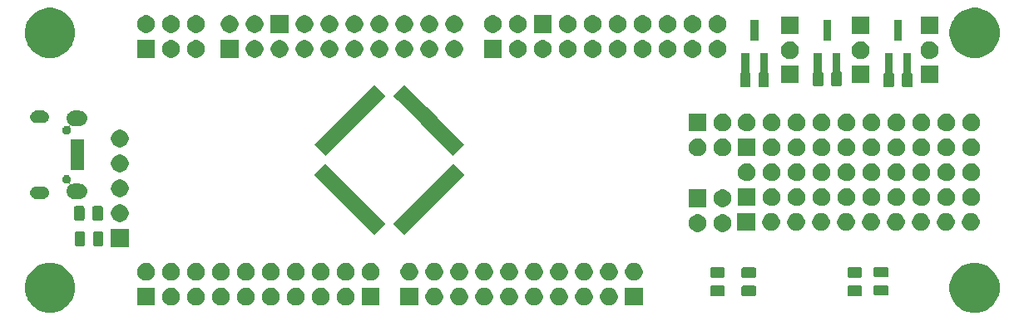
<source format=gbr>
G04 #@! TF.GenerationSoftware,KiCad,Pcbnew,(5.1.5)-2*
G04 #@! TF.CreationDate,2020-04-05T00:52:07+07:00*
G04 #@! TF.ProjectId,KIT_PIC16F1937,4b49545f-5049-4433-9136-46313933372e,rev?*
G04 #@! TF.SameCoordinates,Original*
G04 #@! TF.FileFunction,Soldermask,Bot*
G04 #@! TF.FilePolarity,Negative*
%FSLAX46Y46*%
G04 Gerber Fmt 4.6, Leading zero omitted, Abs format (unit mm)*
G04 Created by KiCad (PCBNEW (5.1.5)-2) date 2020-04-05 00:52:07*
%MOMM*%
%LPD*%
G04 APERTURE LIST*
%ADD10C,0.100000*%
G04 APERTURE END LIST*
D10*
G36*
X240139098Y-123150033D02*
G01*
X240603350Y-123342332D01*
X240603352Y-123342333D01*
X241021168Y-123621509D01*
X241376491Y-123976832D01*
X241645067Y-124378784D01*
X241655668Y-124394650D01*
X241847967Y-124858902D01*
X241946000Y-125351747D01*
X241946000Y-125854253D01*
X241847967Y-126347098D01*
X241726093Y-126641329D01*
X241655667Y-126811352D01*
X241376491Y-127229168D01*
X241021168Y-127584491D01*
X240603352Y-127863667D01*
X240603351Y-127863668D01*
X240603350Y-127863668D01*
X240139098Y-128055967D01*
X239646253Y-128154000D01*
X239143747Y-128154000D01*
X238650902Y-128055967D01*
X238186650Y-127863668D01*
X238186649Y-127863668D01*
X238186648Y-127863667D01*
X237768832Y-127584491D01*
X237413509Y-127229168D01*
X237134333Y-126811352D01*
X237063907Y-126641329D01*
X236942033Y-126347098D01*
X236844000Y-125854253D01*
X236844000Y-125351747D01*
X236942033Y-124858902D01*
X237134332Y-124394650D01*
X237144933Y-124378784D01*
X237413509Y-123976832D01*
X237768832Y-123621509D01*
X238186648Y-123342333D01*
X238186650Y-123342332D01*
X238650902Y-123150033D01*
X239143747Y-123052000D01*
X239646253Y-123052000D01*
X240139098Y-123150033D01*
G37*
G36*
X146032098Y-123150033D02*
G01*
X146496350Y-123342332D01*
X146496352Y-123342333D01*
X146914168Y-123621509D01*
X147269491Y-123976832D01*
X147538067Y-124378784D01*
X147548668Y-124394650D01*
X147740967Y-124858902D01*
X147839000Y-125351747D01*
X147839000Y-125854253D01*
X147740967Y-126347098D01*
X147619093Y-126641329D01*
X147548667Y-126811352D01*
X147269491Y-127229168D01*
X146914168Y-127584491D01*
X146496352Y-127863667D01*
X146496351Y-127863668D01*
X146496350Y-127863668D01*
X146032098Y-128055967D01*
X145539253Y-128154000D01*
X145036747Y-128154000D01*
X144543902Y-128055967D01*
X144079650Y-127863668D01*
X144079649Y-127863668D01*
X144079648Y-127863667D01*
X143661832Y-127584491D01*
X143306509Y-127229168D01*
X143027333Y-126811352D01*
X142956907Y-126641329D01*
X142835033Y-126347098D01*
X142737000Y-125854253D01*
X142737000Y-125351747D01*
X142835033Y-124858902D01*
X143027332Y-124394650D01*
X143037933Y-124378784D01*
X143306509Y-123976832D01*
X143661832Y-123621509D01*
X144079648Y-123342333D01*
X144079650Y-123342332D01*
X144543902Y-123150033D01*
X145036747Y-123052000D01*
X145539253Y-123052000D01*
X146032098Y-123150033D01*
G37*
G36*
X189597512Y-125595927D02*
G01*
X189746812Y-125625624D01*
X189910784Y-125693544D01*
X190058354Y-125792147D01*
X190183853Y-125917646D01*
X190282456Y-126065216D01*
X190350376Y-126229188D01*
X190385000Y-126403259D01*
X190385000Y-126580741D01*
X190350376Y-126754812D01*
X190282456Y-126918784D01*
X190183853Y-127066354D01*
X190058354Y-127191853D01*
X189910784Y-127290456D01*
X189746812Y-127358376D01*
X189597512Y-127388073D01*
X189572742Y-127393000D01*
X189395258Y-127393000D01*
X189370488Y-127388073D01*
X189221188Y-127358376D01*
X189057216Y-127290456D01*
X188909646Y-127191853D01*
X188784147Y-127066354D01*
X188685544Y-126918784D01*
X188617624Y-126754812D01*
X188583000Y-126580741D01*
X188583000Y-126403259D01*
X188617624Y-126229188D01*
X188685544Y-126065216D01*
X188784147Y-125917646D01*
X188909646Y-125792147D01*
X189057216Y-125693544D01*
X189221188Y-125625624D01*
X189370488Y-125595927D01*
X189395258Y-125591000D01*
X189572742Y-125591000D01*
X189597512Y-125595927D01*
G37*
G36*
X182765000Y-127393000D02*
G01*
X180963000Y-127393000D01*
X180963000Y-125591000D01*
X182765000Y-125591000D01*
X182765000Y-127393000D01*
G37*
G36*
X205625000Y-127393000D02*
G01*
X203823000Y-127393000D01*
X203823000Y-125591000D01*
X205625000Y-125591000D01*
X205625000Y-127393000D01*
G37*
G36*
X178828000Y-127393000D02*
G01*
X177026000Y-127393000D01*
X177026000Y-125591000D01*
X178828000Y-125591000D01*
X178828000Y-127393000D01*
G37*
G36*
X175500512Y-125595927D02*
G01*
X175649812Y-125625624D01*
X175813784Y-125693544D01*
X175961354Y-125792147D01*
X176086853Y-125917646D01*
X176185456Y-126065216D01*
X176253376Y-126229188D01*
X176288000Y-126403259D01*
X176288000Y-126580741D01*
X176253376Y-126754812D01*
X176185456Y-126918784D01*
X176086853Y-127066354D01*
X175961354Y-127191853D01*
X175813784Y-127290456D01*
X175649812Y-127358376D01*
X175500512Y-127388073D01*
X175475742Y-127393000D01*
X175298258Y-127393000D01*
X175273488Y-127388073D01*
X175124188Y-127358376D01*
X174960216Y-127290456D01*
X174812646Y-127191853D01*
X174687147Y-127066354D01*
X174588544Y-126918784D01*
X174520624Y-126754812D01*
X174486000Y-126580741D01*
X174486000Y-126403259D01*
X174520624Y-126229188D01*
X174588544Y-126065216D01*
X174687147Y-125917646D01*
X174812646Y-125792147D01*
X174960216Y-125693544D01*
X175124188Y-125625624D01*
X175273488Y-125595927D01*
X175298258Y-125591000D01*
X175475742Y-125591000D01*
X175500512Y-125595927D01*
G37*
G36*
X172960512Y-125595927D02*
G01*
X173109812Y-125625624D01*
X173273784Y-125693544D01*
X173421354Y-125792147D01*
X173546853Y-125917646D01*
X173645456Y-126065216D01*
X173713376Y-126229188D01*
X173748000Y-126403259D01*
X173748000Y-126580741D01*
X173713376Y-126754812D01*
X173645456Y-126918784D01*
X173546853Y-127066354D01*
X173421354Y-127191853D01*
X173273784Y-127290456D01*
X173109812Y-127358376D01*
X172960512Y-127388073D01*
X172935742Y-127393000D01*
X172758258Y-127393000D01*
X172733488Y-127388073D01*
X172584188Y-127358376D01*
X172420216Y-127290456D01*
X172272646Y-127191853D01*
X172147147Y-127066354D01*
X172048544Y-126918784D01*
X171980624Y-126754812D01*
X171946000Y-126580741D01*
X171946000Y-126403259D01*
X171980624Y-126229188D01*
X172048544Y-126065216D01*
X172147147Y-125917646D01*
X172272646Y-125792147D01*
X172420216Y-125693544D01*
X172584188Y-125625624D01*
X172733488Y-125595927D01*
X172758258Y-125591000D01*
X172935742Y-125591000D01*
X172960512Y-125595927D01*
G37*
G36*
X170420512Y-125595927D02*
G01*
X170569812Y-125625624D01*
X170733784Y-125693544D01*
X170881354Y-125792147D01*
X171006853Y-125917646D01*
X171105456Y-126065216D01*
X171173376Y-126229188D01*
X171208000Y-126403259D01*
X171208000Y-126580741D01*
X171173376Y-126754812D01*
X171105456Y-126918784D01*
X171006853Y-127066354D01*
X170881354Y-127191853D01*
X170733784Y-127290456D01*
X170569812Y-127358376D01*
X170420512Y-127388073D01*
X170395742Y-127393000D01*
X170218258Y-127393000D01*
X170193488Y-127388073D01*
X170044188Y-127358376D01*
X169880216Y-127290456D01*
X169732646Y-127191853D01*
X169607147Y-127066354D01*
X169508544Y-126918784D01*
X169440624Y-126754812D01*
X169406000Y-126580741D01*
X169406000Y-126403259D01*
X169440624Y-126229188D01*
X169508544Y-126065216D01*
X169607147Y-125917646D01*
X169732646Y-125792147D01*
X169880216Y-125693544D01*
X170044188Y-125625624D01*
X170193488Y-125595927D01*
X170218258Y-125591000D01*
X170395742Y-125591000D01*
X170420512Y-125595927D01*
G37*
G36*
X167880512Y-125595927D02*
G01*
X168029812Y-125625624D01*
X168193784Y-125693544D01*
X168341354Y-125792147D01*
X168466853Y-125917646D01*
X168565456Y-126065216D01*
X168633376Y-126229188D01*
X168668000Y-126403259D01*
X168668000Y-126580741D01*
X168633376Y-126754812D01*
X168565456Y-126918784D01*
X168466853Y-127066354D01*
X168341354Y-127191853D01*
X168193784Y-127290456D01*
X168029812Y-127358376D01*
X167880512Y-127388073D01*
X167855742Y-127393000D01*
X167678258Y-127393000D01*
X167653488Y-127388073D01*
X167504188Y-127358376D01*
X167340216Y-127290456D01*
X167192646Y-127191853D01*
X167067147Y-127066354D01*
X166968544Y-126918784D01*
X166900624Y-126754812D01*
X166866000Y-126580741D01*
X166866000Y-126403259D01*
X166900624Y-126229188D01*
X166968544Y-126065216D01*
X167067147Y-125917646D01*
X167192646Y-125792147D01*
X167340216Y-125693544D01*
X167504188Y-125625624D01*
X167653488Y-125595927D01*
X167678258Y-125591000D01*
X167855742Y-125591000D01*
X167880512Y-125595927D01*
G37*
G36*
X165340512Y-125595927D02*
G01*
X165489812Y-125625624D01*
X165653784Y-125693544D01*
X165801354Y-125792147D01*
X165926853Y-125917646D01*
X166025456Y-126065216D01*
X166093376Y-126229188D01*
X166128000Y-126403259D01*
X166128000Y-126580741D01*
X166093376Y-126754812D01*
X166025456Y-126918784D01*
X165926853Y-127066354D01*
X165801354Y-127191853D01*
X165653784Y-127290456D01*
X165489812Y-127358376D01*
X165340512Y-127388073D01*
X165315742Y-127393000D01*
X165138258Y-127393000D01*
X165113488Y-127388073D01*
X164964188Y-127358376D01*
X164800216Y-127290456D01*
X164652646Y-127191853D01*
X164527147Y-127066354D01*
X164428544Y-126918784D01*
X164360624Y-126754812D01*
X164326000Y-126580741D01*
X164326000Y-126403259D01*
X164360624Y-126229188D01*
X164428544Y-126065216D01*
X164527147Y-125917646D01*
X164652646Y-125792147D01*
X164800216Y-125693544D01*
X164964188Y-125625624D01*
X165113488Y-125595927D01*
X165138258Y-125591000D01*
X165315742Y-125591000D01*
X165340512Y-125595927D01*
G37*
G36*
X162800512Y-125595927D02*
G01*
X162949812Y-125625624D01*
X163113784Y-125693544D01*
X163261354Y-125792147D01*
X163386853Y-125917646D01*
X163485456Y-126065216D01*
X163553376Y-126229188D01*
X163588000Y-126403259D01*
X163588000Y-126580741D01*
X163553376Y-126754812D01*
X163485456Y-126918784D01*
X163386853Y-127066354D01*
X163261354Y-127191853D01*
X163113784Y-127290456D01*
X162949812Y-127358376D01*
X162800512Y-127388073D01*
X162775742Y-127393000D01*
X162598258Y-127393000D01*
X162573488Y-127388073D01*
X162424188Y-127358376D01*
X162260216Y-127290456D01*
X162112646Y-127191853D01*
X161987147Y-127066354D01*
X161888544Y-126918784D01*
X161820624Y-126754812D01*
X161786000Y-126580741D01*
X161786000Y-126403259D01*
X161820624Y-126229188D01*
X161888544Y-126065216D01*
X161987147Y-125917646D01*
X162112646Y-125792147D01*
X162260216Y-125693544D01*
X162424188Y-125625624D01*
X162573488Y-125595927D01*
X162598258Y-125591000D01*
X162775742Y-125591000D01*
X162800512Y-125595927D01*
G37*
G36*
X160260512Y-125595927D02*
G01*
X160409812Y-125625624D01*
X160573784Y-125693544D01*
X160721354Y-125792147D01*
X160846853Y-125917646D01*
X160945456Y-126065216D01*
X161013376Y-126229188D01*
X161048000Y-126403259D01*
X161048000Y-126580741D01*
X161013376Y-126754812D01*
X160945456Y-126918784D01*
X160846853Y-127066354D01*
X160721354Y-127191853D01*
X160573784Y-127290456D01*
X160409812Y-127358376D01*
X160260512Y-127388073D01*
X160235742Y-127393000D01*
X160058258Y-127393000D01*
X160033488Y-127388073D01*
X159884188Y-127358376D01*
X159720216Y-127290456D01*
X159572646Y-127191853D01*
X159447147Y-127066354D01*
X159348544Y-126918784D01*
X159280624Y-126754812D01*
X159246000Y-126580741D01*
X159246000Y-126403259D01*
X159280624Y-126229188D01*
X159348544Y-126065216D01*
X159447147Y-125917646D01*
X159572646Y-125792147D01*
X159720216Y-125693544D01*
X159884188Y-125625624D01*
X160033488Y-125595927D01*
X160058258Y-125591000D01*
X160235742Y-125591000D01*
X160260512Y-125595927D01*
G37*
G36*
X184517512Y-125595927D02*
G01*
X184666812Y-125625624D01*
X184830784Y-125693544D01*
X184978354Y-125792147D01*
X185103853Y-125917646D01*
X185202456Y-126065216D01*
X185270376Y-126229188D01*
X185305000Y-126403259D01*
X185305000Y-126580741D01*
X185270376Y-126754812D01*
X185202456Y-126918784D01*
X185103853Y-127066354D01*
X184978354Y-127191853D01*
X184830784Y-127290456D01*
X184666812Y-127358376D01*
X184517512Y-127388073D01*
X184492742Y-127393000D01*
X184315258Y-127393000D01*
X184290488Y-127388073D01*
X184141188Y-127358376D01*
X183977216Y-127290456D01*
X183829646Y-127191853D01*
X183704147Y-127066354D01*
X183605544Y-126918784D01*
X183537624Y-126754812D01*
X183503000Y-126580741D01*
X183503000Y-126403259D01*
X183537624Y-126229188D01*
X183605544Y-126065216D01*
X183704147Y-125917646D01*
X183829646Y-125792147D01*
X183977216Y-125693544D01*
X184141188Y-125625624D01*
X184290488Y-125595927D01*
X184315258Y-125591000D01*
X184492742Y-125591000D01*
X184517512Y-125595927D01*
G37*
G36*
X157720512Y-125595927D02*
G01*
X157869812Y-125625624D01*
X158033784Y-125693544D01*
X158181354Y-125792147D01*
X158306853Y-125917646D01*
X158405456Y-126065216D01*
X158473376Y-126229188D01*
X158508000Y-126403259D01*
X158508000Y-126580741D01*
X158473376Y-126754812D01*
X158405456Y-126918784D01*
X158306853Y-127066354D01*
X158181354Y-127191853D01*
X158033784Y-127290456D01*
X157869812Y-127358376D01*
X157720512Y-127388073D01*
X157695742Y-127393000D01*
X157518258Y-127393000D01*
X157493488Y-127388073D01*
X157344188Y-127358376D01*
X157180216Y-127290456D01*
X157032646Y-127191853D01*
X156907147Y-127066354D01*
X156808544Y-126918784D01*
X156740624Y-126754812D01*
X156706000Y-126580741D01*
X156706000Y-126403259D01*
X156740624Y-126229188D01*
X156808544Y-126065216D01*
X156907147Y-125917646D01*
X157032646Y-125792147D01*
X157180216Y-125693544D01*
X157344188Y-125625624D01*
X157493488Y-125595927D01*
X157518258Y-125591000D01*
X157695742Y-125591000D01*
X157720512Y-125595927D01*
G37*
G36*
X155968000Y-127393000D02*
G01*
X154166000Y-127393000D01*
X154166000Y-125591000D01*
X155968000Y-125591000D01*
X155968000Y-127393000D01*
G37*
G36*
X187057512Y-125595927D02*
G01*
X187206812Y-125625624D01*
X187370784Y-125693544D01*
X187518354Y-125792147D01*
X187643853Y-125917646D01*
X187742456Y-126065216D01*
X187810376Y-126229188D01*
X187845000Y-126403259D01*
X187845000Y-126580741D01*
X187810376Y-126754812D01*
X187742456Y-126918784D01*
X187643853Y-127066354D01*
X187518354Y-127191853D01*
X187370784Y-127290456D01*
X187206812Y-127358376D01*
X187057512Y-127388073D01*
X187032742Y-127393000D01*
X186855258Y-127393000D01*
X186830488Y-127388073D01*
X186681188Y-127358376D01*
X186517216Y-127290456D01*
X186369646Y-127191853D01*
X186244147Y-127066354D01*
X186145544Y-126918784D01*
X186077624Y-126754812D01*
X186043000Y-126580741D01*
X186043000Y-126403259D01*
X186077624Y-126229188D01*
X186145544Y-126065216D01*
X186244147Y-125917646D01*
X186369646Y-125792147D01*
X186517216Y-125693544D01*
X186681188Y-125625624D01*
X186830488Y-125595927D01*
X186855258Y-125591000D01*
X187032742Y-125591000D01*
X187057512Y-125595927D01*
G37*
G36*
X199757512Y-125595927D02*
G01*
X199906812Y-125625624D01*
X200070784Y-125693544D01*
X200218354Y-125792147D01*
X200343853Y-125917646D01*
X200442456Y-126065216D01*
X200510376Y-126229188D01*
X200545000Y-126403259D01*
X200545000Y-126580741D01*
X200510376Y-126754812D01*
X200442456Y-126918784D01*
X200343853Y-127066354D01*
X200218354Y-127191853D01*
X200070784Y-127290456D01*
X199906812Y-127358376D01*
X199757512Y-127388073D01*
X199732742Y-127393000D01*
X199555258Y-127393000D01*
X199530488Y-127388073D01*
X199381188Y-127358376D01*
X199217216Y-127290456D01*
X199069646Y-127191853D01*
X198944147Y-127066354D01*
X198845544Y-126918784D01*
X198777624Y-126754812D01*
X198743000Y-126580741D01*
X198743000Y-126403259D01*
X198777624Y-126229188D01*
X198845544Y-126065216D01*
X198944147Y-125917646D01*
X199069646Y-125792147D01*
X199217216Y-125693544D01*
X199381188Y-125625624D01*
X199530488Y-125595927D01*
X199555258Y-125591000D01*
X199732742Y-125591000D01*
X199757512Y-125595927D01*
G37*
G36*
X197217512Y-125595927D02*
G01*
X197366812Y-125625624D01*
X197530784Y-125693544D01*
X197678354Y-125792147D01*
X197803853Y-125917646D01*
X197902456Y-126065216D01*
X197970376Y-126229188D01*
X198005000Y-126403259D01*
X198005000Y-126580741D01*
X197970376Y-126754812D01*
X197902456Y-126918784D01*
X197803853Y-127066354D01*
X197678354Y-127191853D01*
X197530784Y-127290456D01*
X197366812Y-127358376D01*
X197217512Y-127388073D01*
X197192742Y-127393000D01*
X197015258Y-127393000D01*
X196990488Y-127388073D01*
X196841188Y-127358376D01*
X196677216Y-127290456D01*
X196529646Y-127191853D01*
X196404147Y-127066354D01*
X196305544Y-126918784D01*
X196237624Y-126754812D01*
X196203000Y-126580741D01*
X196203000Y-126403259D01*
X196237624Y-126229188D01*
X196305544Y-126065216D01*
X196404147Y-125917646D01*
X196529646Y-125792147D01*
X196677216Y-125693544D01*
X196841188Y-125625624D01*
X196990488Y-125595927D01*
X197015258Y-125591000D01*
X197192742Y-125591000D01*
X197217512Y-125595927D01*
G37*
G36*
X194677512Y-125595927D02*
G01*
X194826812Y-125625624D01*
X194990784Y-125693544D01*
X195138354Y-125792147D01*
X195263853Y-125917646D01*
X195362456Y-126065216D01*
X195430376Y-126229188D01*
X195465000Y-126403259D01*
X195465000Y-126580741D01*
X195430376Y-126754812D01*
X195362456Y-126918784D01*
X195263853Y-127066354D01*
X195138354Y-127191853D01*
X194990784Y-127290456D01*
X194826812Y-127358376D01*
X194677512Y-127388073D01*
X194652742Y-127393000D01*
X194475258Y-127393000D01*
X194450488Y-127388073D01*
X194301188Y-127358376D01*
X194137216Y-127290456D01*
X193989646Y-127191853D01*
X193864147Y-127066354D01*
X193765544Y-126918784D01*
X193697624Y-126754812D01*
X193663000Y-126580741D01*
X193663000Y-126403259D01*
X193697624Y-126229188D01*
X193765544Y-126065216D01*
X193864147Y-125917646D01*
X193989646Y-125792147D01*
X194137216Y-125693544D01*
X194301188Y-125625624D01*
X194450488Y-125595927D01*
X194475258Y-125591000D01*
X194652742Y-125591000D01*
X194677512Y-125595927D01*
G37*
G36*
X192137512Y-125595927D02*
G01*
X192286812Y-125625624D01*
X192450784Y-125693544D01*
X192598354Y-125792147D01*
X192723853Y-125917646D01*
X192822456Y-126065216D01*
X192890376Y-126229188D01*
X192925000Y-126403259D01*
X192925000Y-126580741D01*
X192890376Y-126754812D01*
X192822456Y-126918784D01*
X192723853Y-127066354D01*
X192598354Y-127191853D01*
X192450784Y-127290456D01*
X192286812Y-127358376D01*
X192137512Y-127388073D01*
X192112742Y-127393000D01*
X191935258Y-127393000D01*
X191910488Y-127388073D01*
X191761188Y-127358376D01*
X191597216Y-127290456D01*
X191449646Y-127191853D01*
X191324147Y-127066354D01*
X191225544Y-126918784D01*
X191157624Y-126754812D01*
X191123000Y-126580741D01*
X191123000Y-126403259D01*
X191157624Y-126229188D01*
X191225544Y-126065216D01*
X191324147Y-125917646D01*
X191449646Y-125792147D01*
X191597216Y-125693544D01*
X191761188Y-125625624D01*
X191910488Y-125595927D01*
X191935258Y-125591000D01*
X192112742Y-125591000D01*
X192137512Y-125595927D01*
G37*
G36*
X202297512Y-125595927D02*
G01*
X202446812Y-125625624D01*
X202610784Y-125693544D01*
X202758354Y-125792147D01*
X202883853Y-125917646D01*
X202982456Y-126065216D01*
X203050376Y-126229188D01*
X203085000Y-126403259D01*
X203085000Y-126580741D01*
X203050376Y-126754812D01*
X202982456Y-126918784D01*
X202883853Y-127066354D01*
X202758354Y-127191853D01*
X202610784Y-127290456D01*
X202446812Y-127358376D01*
X202297512Y-127388073D01*
X202272742Y-127393000D01*
X202095258Y-127393000D01*
X202070488Y-127388073D01*
X201921188Y-127358376D01*
X201757216Y-127290456D01*
X201609646Y-127191853D01*
X201484147Y-127066354D01*
X201385544Y-126918784D01*
X201317624Y-126754812D01*
X201283000Y-126580741D01*
X201283000Y-126403259D01*
X201317624Y-126229188D01*
X201385544Y-126065216D01*
X201484147Y-125917646D01*
X201609646Y-125792147D01*
X201757216Y-125693544D01*
X201921188Y-125625624D01*
X202070488Y-125595927D01*
X202095258Y-125591000D01*
X202272742Y-125591000D01*
X202297512Y-125595927D01*
G37*
G36*
X213817468Y-125371565D02*
G01*
X213856138Y-125383296D01*
X213891777Y-125402346D01*
X213923017Y-125427983D01*
X213948654Y-125459223D01*
X213967704Y-125494862D01*
X213979435Y-125533532D01*
X213984000Y-125579888D01*
X213984000Y-126231112D01*
X213979435Y-126277468D01*
X213967704Y-126316138D01*
X213948654Y-126351777D01*
X213923017Y-126383017D01*
X213891777Y-126408654D01*
X213856138Y-126427704D01*
X213817468Y-126439435D01*
X213771112Y-126444000D01*
X212694888Y-126444000D01*
X212648532Y-126439435D01*
X212609862Y-126427704D01*
X212574223Y-126408654D01*
X212542983Y-126383017D01*
X212517346Y-126351777D01*
X212498296Y-126316138D01*
X212486565Y-126277468D01*
X212482000Y-126231112D01*
X212482000Y-125579888D01*
X212486565Y-125533532D01*
X212498296Y-125494862D01*
X212517346Y-125459223D01*
X212542983Y-125427983D01*
X212574223Y-125402346D01*
X212609862Y-125383296D01*
X212648532Y-125371565D01*
X212694888Y-125367000D01*
X213771112Y-125367000D01*
X213817468Y-125371565D01*
G37*
G36*
X227787468Y-125371565D02*
G01*
X227826138Y-125383296D01*
X227861777Y-125402346D01*
X227893017Y-125427983D01*
X227918654Y-125459223D01*
X227937704Y-125494862D01*
X227949435Y-125533532D01*
X227954000Y-125579888D01*
X227954000Y-126231112D01*
X227949435Y-126277468D01*
X227937704Y-126316138D01*
X227918654Y-126351777D01*
X227893017Y-126383017D01*
X227861777Y-126408654D01*
X227826138Y-126427704D01*
X227787468Y-126439435D01*
X227741112Y-126444000D01*
X226664888Y-126444000D01*
X226618532Y-126439435D01*
X226579862Y-126427704D01*
X226544223Y-126408654D01*
X226512983Y-126383017D01*
X226487346Y-126351777D01*
X226468296Y-126316138D01*
X226456565Y-126277468D01*
X226452000Y-126231112D01*
X226452000Y-125579888D01*
X226456565Y-125533532D01*
X226468296Y-125494862D01*
X226487346Y-125459223D01*
X226512983Y-125427983D01*
X226544223Y-125402346D01*
X226579862Y-125383296D01*
X226618532Y-125371565D01*
X226664888Y-125367000D01*
X227741112Y-125367000D01*
X227787468Y-125371565D01*
G37*
G36*
X216992468Y-125371565D02*
G01*
X217031138Y-125383296D01*
X217066777Y-125402346D01*
X217098017Y-125427983D01*
X217123654Y-125459223D01*
X217142704Y-125494862D01*
X217154435Y-125533532D01*
X217159000Y-125579888D01*
X217159000Y-126231112D01*
X217154435Y-126277468D01*
X217142704Y-126316138D01*
X217123654Y-126351777D01*
X217098017Y-126383017D01*
X217066777Y-126408654D01*
X217031138Y-126427704D01*
X216992468Y-126439435D01*
X216946112Y-126444000D01*
X215869888Y-126444000D01*
X215823532Y-126439435D01*
X215784862Y-126427704D01*
X215749223Y-126408654D01*
X215717983Y-126383017D01*
X215692346Y-126351777D01*
X215673296Y-126316138D01*
X215661565Y-126277468D01*
X215657000Y-126231112D01*
X215657000Y-125579888D01*
X215661565Y-125533532D01*
X215673296Y-125494862D01*
X215692346Y-125459223D01*
X215717983Y-125427983D01*
X215749223Y-125402346D01*
X215784862Y-125383296D01*
X215823532Y-125371565D01*
X215869888Y-125367000D01*
X216946112Y-125367000D01*
X216992468Y-125371565D01*
G37*
G36*
X230454468Y-125323065D02*
G01*
X230493138Y-125334796D01*
X230528777Y-125353846D01*
X230560017Y-125379483D01*
X230585654Y-125410723D01*
X230604704Y-125446362D01*
X230616435Y-125485032D01*
X230621000Y-125531388D01*
X230621000Y-126182612D01*
X230616435Y-126228968D01*
X230604704Y-126267638D01*
X230585654Y-126303277D01*
X230560017Y-126334517D01*
X230528777Y-126360154D01*
X230493138Y-126379204D01*
X230454468Y-126390935D01*
X230408112Y-126395500D01*
X229331888Y-126395500D01*
X229285532Y-126390935D01*
X229246862Y-126379204D01*
X229211223Y-126360154D01*
X229179983Y-126334517D01*
X229154346Y-126303277D01*
X229135296Y-126267638D01*
X229123565Y-126228968D01*
X229119000Y-126182612D01*
X229119000Y-125531388D01*
X229123565Y-125485032D01*
X229135296Y-125446362D01*
X229154346Y-125410723D01*
X229179983Y-125379483D01*
X229211223Y-125353846D01*
X229246862Y-125334796D01*
X229285532Y-125323065D01*
X229331888Y-125318500D01*
X230408112Y-125318500D01*
X230454468Y-125323065D01*
G37*
G36*
X202297512Y-123055927D02*
G01*
X202446812Y-123085624D01*
X202610784Y-123153544D01*
X202758354Y-123252147D01*
X202883853Y-123377646D01*
X202982456Y-123525216D01*
X203050376Y-123689188D01*
X203085000Y-123863259D01*
X203085000Y-124040741D01*
X203050376Y-124214812D01*
X202982456Y-124378784D01*
X202883853Y-124526354D01*
X202758354Y-124651853D01*
X202610784Y-124750456D01*
X202446812Y-124818376D01*
X202297512Y-124848073D01*
X202272742Y-124853000D01*
X202095258Y-124853000D01*
X202070488Y-124848073D01*
X201921188Y-124818376D01*
X201757216Y-124750456D01*
X201609646Y-124651853D01*
X201484147Y-124526354D01*
X201385544Y-124378784D01*
X201317624Y-124214812D01*
X201283000Y-124040741D01*
X201283000Y-123863259D01*
X201317624Y-123689188D01*
X201385544Y-123525216D01*
X201484147Y-123377646D01*
X201609646Y-123252147D01*
X201757216Y-123153544D01*
X201921188Y-123085624D01*
X202070488Y-123055927D01*
X202095258Y-123051000D01*
X202272742Y-123051000D01*
X202297512Y-123055927D01*
G37*
G36*
X187057512Y-123055927D02*
G01*
X187206812Y-123085624D01*
X187370784Y-123153544D01*
X187518354Y-123252147D01*
X187643853Y-123377646D01*
X187742456Y-123525216D01*
X187810376Y-123689188D01*
X187845000Y-123863259D01*
X187845000Y-124040741D01*
X187810376Y-124214812D01*
X187742456Y-124378784D01*
X187643853Y-124526354D01*
X187518354Y-124651853D01*
X187370784Y-124750456D01*
X187206812Y-124818376D01*
X187057512Y-124848073D01*
X187032742Y-124853000D01*
X186855258Y-124853000D01*
X186830488Y-124848073D01*
X186681188Y-124818376D01*
X186517216Y-124750456D01*
X186369646Y-124651853D01*
X186244147Y-124526354D01*
X186145544Y-124378784D01*
X186077624Y-124214812D01*
X186043000Y-124040741D01*
X186043000Y-123863259D01*
X186077624Y-123689188D01*
X186145544Y-123525216D01*
X186244147Y-123377646D01*
X186369646Y-123252147D01*
X186517216Y-123153544D01*
X186681188Y-123085624D01*
X186830488Y-123055927D01*
X186855258Y-123051000D01*
X187032742Y-123051000D01*
X187057512Y-123055927D01*
G37*
G36*
X157720512Y-123055927D02*
G01*
X157869812Y-123085624D01*
X158033784Y-123153544D01*
X158181354Y-123252147D01*
X158306853Y-123377646D01*
X158405456Y-123525216D01*
X158473376Y-123689188D01*
X158508000Y-123863259D01*
X158508000Y-124040741D01*
X158473376Y-124214812D01*
X158405456Y-124378784D01*
X158306853Y-124526354D01*
X158181354Y-124651853D01*
X158033784Y-124750456D01*
X157869812Y-124818376D01*
X157720512Y-124848073D01*
X157695742Y-124853000D01*
X157518258Y-124853000D01*
X157493488Y-124848073D01*
X157344188Y-124818376D01*
X157180216Y-124750456D01*
X157032646Y-124651853D01*
X156907147Y-124526354D01*
X156808544Y-124378784D01*
X156740624Y-124214812D01*
X156706000Y-124040741D01*
X156706000Y-123863259D01*
X156740624Y-123689188D01*
X156808544Y-123525216D01*
X156907147Y-123377646D01*
X157032646Y-123252147D01*
X157180216Y-123153544D01*
X157344188Y-123085624D01*
X157493488Y-123055927D01*
X157518258Y-123051000D01*
X157695742Y-123051000D01*
X157720512Y-123055927D01*
G37*
G36*
X184517512Y-123055927D02*
G01*
X184666812Y-123085624D01*
X184830784Y-123153544D01*
X184978354Y-123252147D01*
X185103853Y-123377646D01*
X185202456Y-123525216D01*
X185270376Y-123689188D01*
X185305000Y-123863259D01*
X185305000Y-124040741D01*
X185270376Y-124214812D01*
X185202456Y-124378784D01*
X185103853Y-124526354D01*
X184978354Y-124651853D01*
X184830784Y-124750456D01*
X184666812Y-124818376D01*
X184517512Y-124848073D01*
X184492742Y-124853000D01*
X184315258Y-124853000D01*
X184290488Y-124848073D01*
X184141188Y-124818376D01*
X183977216Y-124750456D01*
X183829646Y-124651853D01*
X183704147Y-124526354D01*
X183605544Y-124378784D01*
X183537624Y-124214812D01*
X183503000Y-124040741D01*
X183503000Y-123863259D01*
X183537624Y-123689188D01*
X183605544Y-123525216D01*
X183704147Y-123377646D01*
X183829646Y-123252147D01*
X183977216Y-123153544D01*
X184141188Y-123085624D01*
X184290488Y-123055927D01*
X184315258Y-123051000D01*
X184492742Y-123051000D01*
X184517512Y-123055927D01*
G37*
G36*
X181977512Y-123055927D02*
G01*
X182126812Y-123085624D01*
X182290784Y-123153544D01*
X182438354Y-123252147D01*
X182563853Y-123377646D01*
X182662456Y-123525216D01*
X182730376Y-123689188D01*
X182765000Y-123863259D01*
X182765000Y-124040741D01*
X182730376Y-124214812D01*
X182662456Y-124378784D01*
X182563853Y-124526354D01*
X182438354Y-124651853D01*
X182290784Y-124750456D01*
X182126812Y-124818376D01*
X181977512Y-124848073D01*
X181952742Y-124853000D01*
X181775258Y-124853000D01*
X181750488Y-124848073D01*
X181601188Y-124818376D01*
X181437216Y-124750456D01*
X181289646Y-124651853D01*
X181164147Y-124526354D01*
X181065544Y-124378784D01*
X180997624Y-124214812D01*
X180963000Y-124040741D01*
X180963000Y-123863259D01*
X180997624Y-123689188D01*
X181065544Y-123525216D01*
X181164147Y-123377646D01*
X181289646Y-123252147D01*
X181437216Y-123153544D01*
X181601188Y-123085624D01*
X181750488Y-123055927D01*
X181775258Y-123051000D01*
X181952742Y-123051000D01*
X181977512Y-123055927D01*
G37*
G36*
X189597512Y-123055927D02*
G01*
X189746812Y-123085624D01*
X189910784Y-123153544D01*
X190058354Y-123252147D01*
X190183853Y-123377646D01*
X190282456Y-123525216D01*
X190350376Y-123689188D01*
X190385000Y-123863259D01*
X190385000Y-124040741D01*
X190350376Y-124214812D01*
X190282456Y-124378784D01*
X190183853Y-124526354D01*
X190058354Y-124651853D01*
X189910784Y-124750456D01*
X189746812Y-124818376D01*
X189597512Y-124848073D01*
X189572742Y-124853000D01*
X189395258Y-124853000D01*
X189370488Y-124848073D01*
X189221188Y-124818376D01*
X189057216Y-124750456D01*
X188909646Y-124651853D01*
X188784147Y-124526354D01*
X188685544Y-124378784D01*
X188617624Y-124214812D01*
X188583000Y-124040741D01*
X188583000Y-123863259D01*
X188617624Y-123689188D01*
X188685544Y-123525216D01*
X188784147Y-123377646D01*
X188909646Y-123252147D01*
X189057216Y-123153544D01*
X189221188Y-123085624D01*
X189370488Y-123055927D01*
X189395258Y-123051000D01*
X189572742Y-123051000D01*
X189597512Y-123055927D01*
G37*
G36*
X162800512Y-123055927D02*
G01*
X162949812Y-123085624D01*
X163113784Y-123153544D01*
X163261354Y-123252147D01*
X163386853Y-123377646D01*
X163485456Y-123525216D01*
X163553376Y-123689188D01*
X163588000Y-123863259D01*
X163588000Y-124040741D01*
X163553376Y-124214812D01*
X163485456Y-124378784D01*
X163386853Y-124526354D01*
X163261354Y-124651853D01*
X163113784Y-124750456D01*
X162949812Y-124818376D01*
X162800512Y-124848073D01*
X162775742Y-124853000D01*
X162598258Y-124853000D01*
X162573488Y-124848073D01*
X162424188Y-124818376D01*
X162260216Y-124750456D01*
X162112646Y-124651853D01*
X161987147Y-124526354D01*
X161888544Y-124378784D01*
X161820624Y-124214812D01*
X161786000Y-124040741D01*
X161786000Y-123863259D01*
X161820624Y-123689188D01*
X161888544Y-123525216D01*
X161987147Y-123377646D01*
X162112646Y-123252147D01*
X162260216Y-123153544D01*
X162424188Y-123085624D01*
X162573488Y-123055927D01*
X162598258Y-123051000D01*
X162775742Y-123051000D01*
X162800512Y-123055927D01*
G37*
G36*
X165340512Y-123055927D02*
G01*
X165489812Y-123085624D01*
X165653784Y-123153544D01*
X165801354Y-123252147D01*
X165926853Y-123377646D01*
X166025456Y-123525216D01*
X166093376Y-123689188D01*
X166128000Y-123863259D01*
X166128000Y-124040741D01*
X166093376Y-124214812D01*
X166025456Y-124378784D01*
X165926853Y-124526354D01*
X165801354Y-124651853D01*
X165653784Y-124750456D01*
X165489812Y-124818376D01*
X165340512Y-124848073D01*
X165315742Y-124853000D01*
X165138258Y-124853000D01*
X165113488Y-124848073D01*
X164964188Y-124818376D01*
X164800216Y-124750456D01*
X164652646Y-124651853D01*
X164527147Y-124526354D01*
X164428544Y-124378784D01*
X164360624Y-124214812D01*
X164326000Y-124040741D01*
X164326000Y-123863259D01*
X164360624Y-123689188D01*
X164428544Y-123525216D01*
X164527147Y-123377646D01*
X164652646Y-123252147D01*
X164800216Y-123153544D01*
X164964188Y-123085624D01*
X165113488Y-123055927D01*
X165138258Y-123051000D01*
X165315742Y-123051000D01*
X165340512Y-123055927D01*
G37*
G36*
X167880512Y-123055927D02*
G01*
X168029812Y-123085624D01*
X168193784Y-123153544D01*
X168341354Y-123252147D01*
X168466853Y-123377646D01*
X168565456Y-123525216D01*
X168633376Y-123689188D01*
X168668000Y-123863259D01*
X168668000Y-124040741D01*
X168633376Y-124214812D01*
X168565456Y-124378784D01*
X168466853Y-124526354D01*
X168341354Y-124651853D01*
X168193784Y-124750456D01*
X168029812Y-124818376D01*
X167880512Y-124848073D01*
X167855742Y-124853000D01*
X167678258Y-124853000D01*
X167653488Y-124848073D01*
X167504188Y-124818376D01*
X167340216Y-124750456D01*
X167192646Y-124651853D01*
X167067147Y-124526354D01*
X166968544Y-124378784D01*
X166900624Y-124214812D01*
X166866000Y-124040741D01*
X166866000Y-123863259D01*
X166900624Y-123689188D01*
X166968544Y-123525216D01*
X167067147Y-123377646D01*
X167192646Y-123252147D01*
X167340216Y-123153544D01*
X167504188Y-123085624D01*
X167653488Y-123055927D01*
X167678258Y-123051000D01*
X167855742Y-123051000D01*
X167880512Y-123055927D01*
G37*
G36*
X155180512Y-123055927D02*
G01*
X155329812Y-123085624D01*
X155493784Y-123153544D01*
X155641354Y-123252147D01*
X155766853Y-123377646D01*
X155865456Y-123525216D01*
X155933376Y-123689188D01*
X155968000Y-123863259D01*
X155968000Y-124040741D01*
X155933376Y-124214812D01*
X155865456Y-124378784D01*
X155766853Y-124526354D01*
X155641354Y-124651853D01*
X155493784Y-124750456D01*
X155329812Y-124818376D01*
X155180512Y-124848073D01*
X155155742Y-124853000D01*
X154978258Y-124853000D01*
X154953488Y-124848073D01*
X154804188Y-124818376D01*
X154640216Y-124750456D01*
X154492646Y-124651853D01*
X154367147Y-124526354D01*
X154268544Y-124378784D01*
X154200624Y-124214812D01*
X154166000Y-124040741D01*
X154166000Y-123863259D01*
X154200624Y-123689188D01*
X154268544Y-123525216D01*
X154367147Y-123377646D01*
X154492646Y-123252147D01*
X154640216Y-123153544D01*
X154804188Y-123085624D01*
X154953488Y-123055927D01*
X154978258Y-123051000D01*
X155155742Y-123051000D01*
X155180512Y-123055927D01*
G37*
G36*
X172960512Y-123055927D02*
G01*
X173109812Y-123085624D01*
X173273784Y-123153544D01*
X173421354Y-123252147D01*
X173546853Y-123377646D01*
X173645456Y-123525216D01*
X173713376Y-123689188D01*
X173748000Y-123863259D01*
X173748000Y-124040741D01*
X173713376Y-124214812D01*
X173645456Y-124378784D01*
X173546853Y-124526354D01*
X173421354Y-124651853D01*
X173273784Y-124750456D01*
X173109812Y-124818376D01*
X172960512Y-124848073D01*
X172935742Y-124853000D01*
X172758258Y-124853000D01*
X172733488Y-124848073D01*
X172584188Y-124818376D01*
X172420216Y-124750456D01*
X172272646Y-124651853D01*
X172147147Y-124526354D01*
X172048544Y-124378784D01*
X171980624Y-124214812D01*
X171946000Y-124040741D01*
X171946000Y-123863259D01*
X171980624Y-123689188D01*
X172048544Y-123525216D01*
X172147147Y-123377646D01*
X172272646Y-123252147D01*
X172420216Y-123153544D01*
X172584188Y-123085624D01*
X172733488Y-123055927D01*
X172758258Y-123051000D01*
X172935742Y-123051000D01*
X172960512Y-123055927D01*
G37*
G36*
X175500512Y-123055927D02*
G01*
X175649812Y-123085624D01*
X175813784Y-123153544D01*
X175961354Y-123252147D01*
X176086853Y-123377646D01*
X176185456Y-123525216D01*
X176253376Y-123689188D01*
X176288000Y-123863259D01*
X176288000Y-124040741D01*
X176253376Y-124214812D01*
X176185456Y-124378784D01*
X176086853Y-124526354D01*
X175961354Y-124651853D01*
X175813784Y-124750456D01*
X175649812Y-124818376D01*
X175500512Y-124848073D01*
X175475742Y-124853000D01*
X175298258Y-124853000D01*
X175273488Y-124848073D01*
X175124188Y-124818376D01*
X174960216Y-124750456D01*
X174812646Y-124651853D01*
X174687147Y-124526354D01*
X174588544Y-124378784D01*
X174520624Y-124214812D01*
X174486000Y-124040741D01*
X174486000Y-123863259D01*
X174520624Y-123689188D01*
X174588544Y-123525216D01*
X174687147Y-123377646D01*
X174812646Y-123252147D01*
X174960216Y-123153544D01*
X175124188Y-123085624D01*
X175273488Y-123055927D01*
X175298258Y-123051000D01*
X175475742Y-123051000D01*
X175500512Y-123055927D01*
G37*
G36*
X178040512Y-123055927D02*
G01*
X178189812Y-123085624D01*
X178353784Y-123153544D01*
X178501354Y-123252147D01*
X178626853Y-123377646D01*
X178725456Y-123525216D01*
X178793376Y-123689188D01*
X178828000Y-123863259D01*
X178828000Y-124040741D01*
X178793376Y-124214812D01*
X178725456Y-124378784D01*
X178626853Y-124526354D01*
X178501354Y-124651853D01*
X178353784Y-124750456D01*
X178189812Y-124818376D01*
X178040512Y-124848073D01*
X178015742Y-124853000D01*
X177838258Y-124853000D01*
X177813488Y-124848073D01*
X177664188Y-124818376D01*
X177500216Y-124750456D01*
X177352646Y-124651853D01*
X177227147Y-124526354D01*
X177128544Y-124378784D01*
X177060624Y-124214812D01*
X177026000Y-124040741D01*
X177026000Y-123863259D01*
X177060624Y-123689188D01*
X177128544Y-123525216D01*
X177227147Y-123377646D01*
X177352646Y-123252147D01*
X177500216Y-123153544D01*
X177664188Y-123085624D01*
X177813488Y-123055927D01*
X177838258Y-123051000D01*
X178015742Y-123051000D01*
X178040512Y-123055927D01*
G37*
G36*
X204837512Y-123055927D02*
G01*
X204986812Y-123085624D01*
X205150784Y-123153544D01*
X205298354Y-123252147D01*
X205423853Y-123377646D01*
X205522456Y-123525216D01*
X205590376Y-123689188D01*
X205625000Y-123863259D01*
X205625000Y-124040741D01*
X205590376Y-124214812D01*
X205522456Y-124378784D01*
X205423853Y-124526354D01*
X205298354Y-124651853D01*
X205150784Y-124750456D01*
X204986812Y-124818376D01*
X204837512Y-124848073D01*
X204812742Y-124853000D01*
X204635258Y-124853000D01*
X204610488Y-124848073D01*
X204461188Y-124818376D01*
X204297216Y-124750456D01*
X204149646Y-124651853D01*
X204024147Y-124526354D01*
X203925544Y-124378784D01*
X203857624Y-124214812D01*
X203823000Y-124040741D01*
X203823000Y-123863259D01*
X203857624Y-123689188D01*
X203925544Y-123525216D01*
X204024147Y-123377646D01*
X204149646Y-123252147D01*
X204297216Y-123153544D01*
X204461188Y-123085624D01*
X204610488Y-123055927D01*
X204635258Y-123051000D01*
X204812742Y-123051000D01*
X204837512Y-123055927D01*
G37*
G36*
X199757512Y-123055927D02*
G01*
X199906812Y-123085624D01*
X200070784Y-123153544D01*
X200218354Y-123252147D01*
X200343853Y-123377646D01*
X200442456Y-123525216D01*
X200510376Y-123689188D01*
X200545000Y-123863259D01*
X200545000Y-124040741D01*
X200510376Y-124214812D01*
X200442456Y-124378784D01*
X200343853Y-124526354D01*
X200218354Y-124651853D01*
X200070784Y-124750456D01*
X199906812Y-124818376D01*
X199757512Y-124848073D01*
X199732742Y-124853000D01*
X199555258Y-124853000D01*
X199530488Y-124848073D01*
X199381188Y-124818376D01*
X199217216Y-124750456D01*
X199069646Y-124651853D01*
X198944147Y-124526354D01*
X198845544Y-124378784D01*
X198777624Y-124214812D01*
X198743000Y-124040741D01*
X198743000Y-123863259D01*
X198777624Y-123689188D01*
X198845544Y-123525216D01*
X198944147Y-123377646D01*
X199069646Y-123252147D01*
X199217216Y-123153544D01*
X199381188Y-123085624D01*
X199530488Y-123055927D01*
X199555258Y-123051000D01*
X199732742Y-123051000D01*
X199757512Y-123055927D01*
G37*
G36*
X197217512Y-123055927D02*
G01*
X197366812Y-123085624D01*
X197530784Y-123153544D01*
X197678354Y-123252147D01*
X197803853Y-123377646D01*
X197902456Y-123525216D01*
X197970376Y-123689188D01*
X198005000Y-123863259D01*
X198005000Y-124040741D01*
X197970376Y-124214812D01*
X197902456Y-124378784D01*
X197803853Y-124526354D01*
X197678354Y-124651853D01*
X197530784Y-124750456D01*
X197366812Y-124818376D01*
X197217512Y-124848073D01*
X197192742Y-124853000D01*
X197015258Y-124853000D01*
X196990488Y-124848073D01*
X196841188Y-124818376D01*
X196677216Y-124750456D01*
X196529646Y-124651853D01*
X196404147Y-124526354D01*
X196305544Y-124378784D01*
X196237624Y-124214812D01*
X196203000Y-124040741D01*
X196203000Y-123863259D01*
X196237624Y-123689188D01*
X196305544Y-123525216D01*
X196404147Y-123377646D01*
X196529646Y-123252147D01*
X196677216Y-123153544D01*
X196841188Y-123085624D01*
X196990488Y-123055927D01*
X197015258Y-123051000D01*
X197192742Y-123051000D01*
X197217512Y-123055927D01*
G37*
G36*
X194677512Y-123055927D02*
G01*
X194826812Y-123085624D01*
X194990784Y-123153544D01*
X195138354Y-123252147D01*
X195263853Y-123377646D01*
X195362456Y-123525216D01*
X195430376Y-123689188D01*
X195465000Y-123863259D01*
X195465000Y-124040741D01*
X195430376Y-124214812D01*
X195362456Y-124378784D01*
X195263853Y-124526354D01*
X195138354Y-124651853D01*
X194990784Y-124750456D01*
X194826812Y-124818376D01*
X194677512Y-124848073D01*
X194652742Y-124853000D01*
X194475258Y-124853000D01*
X194450488Y-124848073D01*
X194301188Y-124818376D01*
X194137216Y-124750456D01*
X193989646Y-124651853D01*
X193864147Y-124526354D01*
X193765544Y-124378784D01*
X193697624Y-124214812D01*
X193663000Y-124040741D01*
X193663000Y-123863259D01*
X193697624Y-123689188D01*
X193765544Y-123525216D01*
X193864147Y-123377646D01*
X193989646Y-123252147D01*
X194137216Y-123153544D01*
X194301188Y-123085624D01*
X194450488Y-123055927D01*
X194475258Y-123051000D01*
X194652742Y-123051000D01*
X194677512Y-123055927D01*
G37*
G36*
X192137512Y-123055927D02*
G01*
X192286812Y-123085624D01*
X192450784Y-123153544D01*
X192598354Y-123252147D01*
X192723853Y-123377646D01*
X192822456Y-123525216D01*
X192890376Y-123689188D01*
X192925000Y-123863259D01*
X192925000Y-124040741D01*
X192890376Y-124214812D01*
X192822456Y-124378784D01*
X192723853Y-124526354D01*
X192598354Y-124651853D01*
X192450784Y-124750456D01*
X192286812Y-124818376D01*
X192137512Y-124848073D01*
X192112742Y-124853000D01*
X191935258Y-124853000D01*
X191910488Y-124848073D01*
X191761188Y-124818376D01*
X191597216Y-124750456D01*
X191449646Y-124651853D01*
X191324147Y-124526354D01*
X191225544Y-124378784D01*
X191157624Y-124214812D01*
X191123000Y-124040741D01*
X191123000Y-123863259D01*
X191157624Y-123689188D01*
X191225544Y-123525216D01*
X191324147Y-123377646D01*
X191449646Y-123252147D01*
X191597216Y-123153544D01*
X191761188Y-123085624D01*
X191910488Y-123055927D01*
X191935258Y-123051000D01*
X192112742Y-123051000D01*
X192137512Y-123055927D01*
G37*
G36*
X170420512Y-123055927D02*
G01*
X170569812Y-123085624D01*
X170733784Y-123153544D01*
X170881354Y-123252147D01*
X171006853Y-123377646D01*
X171105456Y-123525216D01*
X171173376Y-123689188D01*
X171208000Y-123863259D01*
X171208000Y-124040741D01*
X171173376Y-124214812D01*
X171105456Y-124378784D01*
X171006853Y-124526354D01*
X170881354Y-124651853D01*
X170733784Y-124750456D01*
X170569812Y-124818376D01*
X170420512Y-124848073D01*
X170395742Y-124853000D01*
X170218258Y-124853000D01*
X170193488Y-124848073D01*
X170044188Y-124818376D01*
X169880216Y-124750456D01*
X169732646Y-124651853D01*
X169607147Y-124526354D01*
X169508544Y-124378784D01*
X169440624Y-124214812D01*
X169406000Y-124040741D01*
X169406000Y-123863259D01*
X169440624Y-123689188D01*
X169508544Y-123525216D01*
X169607147Y-123377646D01*
X169732646Y-123252147D01*
X169880216Y-123153544D01*
X170044188Y-123085624D01*
X170193488Y-123055927D01*
X170218258Y-123051000D01*
X170395742Y-123051000D01*
X170420512Y-123055927D01*
G37*
G36*
X160260512Y-123055927D02*
G01*
X160409812Y-123085624D01*
X160573784Y-123153544D01*
X160721354Y-123252147D01*
X160846853Y-123377646D01*
X160945456Y-123525216D01*
X161013376Y-123689188D01*
X161048000Y-123863259D01*
X161048000Y-124040741D01*
X161013376Y-124214812D01*
X160945456Y-124378784D01*
X160846853Y-124526354D01*
X160721354Y-124651853D01*
X160573784Y-124750456D01*
X160409812Y-124818376D01*
X160260512Y-124848073D01*
X160235742Y-124853000D01*
X160058258Y-124853000D01*
X160033488Y-124848073D01*
X159884188Y-124818376D01*
X159720216Y-124750456D01*
X159572646Y-124651853D01*
X159447147Y-124526354D01*
X159348544Y-124378784D01*
X159280624Y-124214812D01*
X159246000Y-124040741D01*
X159246000Y-123863259D01*
X159280624Y-123689188D01*
X159348544Y-123525216D01*
X159447147Y-123377646D01*
X159572646Y-123252147D01*
X159720216Y-123153544D01*
X159884188Y-123085624D01*
X160033488Y-123055927D01*
X160058258Y-123051000D01*
X160235742Y-123051000D01*
X160260512Y-123055927D01*
G37*
G36*
X216992468Y-123496565D02*
G01*
X217031138Y-123508296D01*
X217066777Y-123527346D01*
X217098017Y-123552983D01*
X217123654Y-123584223D01*
X217142704Y-123619862D01*
X217154435Y-123658532D01*
X217159000Y-123704888D01*
X217159000Y-124356112D01*
X217154435Y-124402468D01*
X217142704Y-124441138D01*
X217123654Y-124476777D01*
X217098017Y-124508017D01*
X217066777Y-124533654D01*
X217031138Y-124552704D01*
X216992468Y-124564435D01*
X216946112Y-124569000D01*
X215869888Y-124569000D01*
X215823532Y-124564435D01*
X215784862Y-124552704D01*
X215749223Y-124533654D01*
X215717983Y-124508017D01*
X215692346Y-124476777D01*
X215673296Y-124441138D01*
X215661565Y-124402468D01*
X215657000Y-124356112D01*
X215657000Y-123704888D01*
X215661565Y-123658532D01*
X215673296Y-123619862D01*
X215692346Y-123584223D01*
X215717983Y-123552983D01*
X215749223Y-123527346D01*
X215784862Y-123508296D01*
X215823532Y-123496565D01*
X215869888Y-123492000D01*
X216946112Y-123492000D01*
X216992468Y-123496565D01*
G37*
G36*
X213817468Y-123496565D02*
G01*
X213856138Y-123508296D01*
X213891777Y-123527346D01*
X213923017Y-123552983D01*
X213948654Y-123584223D01*
X213967704Y-123619862D01*
X213979435Y-123658532D01*
X213984000Y-123704888D01*
X213984000Y-124356112D01*
X213979435Y-124402468D01*
X213967704Y-124441138D01*
X213948654Y-124476777D01*
X213923017Y-124508017D01*
X213891777Y-124533654D01*
X213856138Y-124552704D01*
X213817468Y-124564435D01*
X213771112Y-124569000D01*
X212694888Y-124569000D01*
X212648532Y-124564435D01*
X212609862Y-124552704D01*
X212574223Y-124533654D01*
X212542983Y-124508017D01*
X212517346Y-124476777D01*
X212498296Y-124441138D01*
X212486565Y-124402468D01*
X212482000Y-124356112D01*
X212482000Y-123704888D01*
X212486565Y-123658532D01*
X212498296Y-123619862D01*
X212517346Y-123584223D01*
X212542983Y-123552983D01*
X212574223Y-123527346D01*
X212609862Y-123508296D01*
X212648532Y-123496565D01*
X212694888Y-123492000D01*
X213771112Y-123492000D01*
X213817468Y-123496565D01*
G37*
G36*
X227787468Y-123496565D02*
G01*
X227826138Y-123508296D01*
X227861777Y-123527346D01*
X227893017Y-123552983D01*
X227918654Y-123584223D01*
X227937704Y-123619862D01*
X227949435Y-123658532D01*
X227954000Y-123704888D01*
X227954000Y-124356112D01*
X227949435Y-124402468D01*
X227937704Y-124441138D01*
X227918654Y-124476777D01*
X227893017Y-124508017D01*
X227861777Y-124533654D01*
X227826138Y-124552704D01*
X227787468Y-124564435D01*
X227741112Y-124569000D01*
X226664888Y-124569000D01*
X226618532Y-124564435D01*
X226579862Y-124552704D01*
X226544223Y-124533654D01*
X226512983Y-124508017D01*
X226487346Y-124476777D01*
X226468296Y-124441138D01*
X226456565Y-124402468D01*
X226452000Y-124356112D01*
X226452000Y-123704888D01*
X226456565Y-123658532D01*
X226468296Y-123619862D01*
X226487346Y-123584223D01*
X226512983Y-123552983D01*
X226544223Y-123527346D01*
X226579862Y-123508296D01*
X226618532Y-123496565D01*
X226664888Y-123492000D01*
X227741112Y-123492000D01*
X227787468Y-123496565D01*
G37*
G36*
X230454468Y-123448065D02*
G01*
X230493138Y-123459796D01*
X230528777Y-123478846D01*
X230560017Y-123504483D01*
X230585654Y-123535723D01*
X230604704Y-123571362D01*
X230616435Y-123610032D01*
X230621000Y-123656388D01*
X230621000Y-124307612D01*
X230616435Y-124353968D01*
X230604704Y-124392638D01*
X230585654Y-124428277D01*
X230560017Y-124459517D01*
X230528777Y-124485154D01*
X230493138Y-124504204D01*
X230454468Y-124515935D01*
X230408112Y-124520500D01*
X229331888Y-124520500D01*
X229285532Y-124515935D01*
X229246862Y-124504204D01*
X229211223Y-124485154D01*
X229179983Y-124459517D01*
X229154346Y-124428277D01*
X229135296Y-124392638D01*
X229123565Y-124353968D01*
X229119000Y-124307612D01*
X229119000Y-123656388D01*
X229123565Y-123610032D01*
X229135296Y-123571362D01*
X229154346Y-123535723D01*
X229179983Y-123504483D01*
X229211223Y-123478846D01*
X229246862Y-123459796D01*
X229285532Y-123448065D01*
X229331888Y-123443500D01*
X230408112Y-123443500D01*
X230454468Y-123448065D01*
G37*
G36*
X153301000Y-121424000D02*
G01*
X151499000Y-121424000D01*
X151499000Y-119622000D01*
X153301000Y-119622000D01*
X153301000Y-121424000D01*
G37*
G36*
X150571968Y-119853565D02*
G01*
X150610638Y-119865296D01*
X150646277Y-119884346D01*
X150677517Y-119909983D01*
X150703154Y-119941223D01*
X150722204Y-119976862D01*
X150733935Y-120015532D01*
X150738500Y-120061888D01*
X150738500Y-121138112D01*
X150733935Y-121184468D01*
X150722204Y-121223138D01*
X150703154Y-121258777D01*
X150677517Y-121290017D01*
X150646277Y-121315654D01*
X150610638Y-121334704D01*
X150571968Y-121346435D01*
X150525612Y-121351000D01*
X149874388Y-121351000D01*
X149828032Y-121346435D01*
X149789362Y-121334704D01*
X149753723Y-121315654D01*
X149722483Y-121290017D01*
X149696846Y-121258777D01*
X149677796Y-121223138D01*
X149666065Y-121184468D01*
X149661500Y-121138112D01*
X149661500Y-120061888D01*
X149666065Y-120015532D01*
X149677796Y-119976862D01*
X149696846Y-119941223D01*
X149722483Y-119909983D01*
X149753723Y-119884346D01*
X149789362Y-119865296D01*
X149828032Y-119853565D01*
X149874388Y-119849000D01*
X150525612Y-119849000D01*
X150571968Y-119853565D01*
G37*
G36*
X148696968Y-119853565D02*
G01*
X148735638Y-119865296D01*
X148771277Y-119884346D01*
X148802517Y-119909983D01*
X148828154Y-119941223D01*
X148847204Y-119976862D01*
X148858935Y-120015532D01*
X148863500Y-120061888D01*
X148863500Y-121138112D01*
X148858935Y-121184468D01*
X148847204Y-121223138D01*
X148828154Y-121258777D01*
X148802517Y-121290017D01*
X148771277Y-121315654D01*
X148735638Y-121334704D01*
X148696968Y-121346435D01*
X148650612Y-121351000D01*
X147999388Y-121351000D01*
X147953032Y-121346435D01*
X147914362Y-121334704D01*
X147878723Y-121315654D01*
X147847483Y-121290017D01*
X147821846Y-121258777D01*
X147802796Y-121223138D01*
X147791065Y-121184468D01*
X147786500Y-121138112D01*
X147786500Y-120061888D01*
X147791065Y-120015532D01*
X147802796Y-119976862D01*
X147821846Y-119941223D01*
X147847483Y-119909983D01*
X147878723Y-119884346D01*
X147914362Y-119865296D01*
X147953032Y-119853565D01*
X147999388Y-119849000D01*
X148650612Y-119849000D01*
X148696968Y-119853565D01*
G37*
G36*
X173786238Y-113404471D02*
G01*
X173786244Y-113404476D01*
X174989727Y-114607959D01*
X174989732Y-114607965D01*
X175483294Y-115101527D01*
X175483300Y-115101532D01*
X176121098Y-115739330D01*
X176121103Y-115739336D01*
X176614665Y-116232898D01*
X176614671Y-116232903D01*
X177252469Y-116870701D01*
X177252474Y-116870707D01*
X177746036Y-117364269D01*
X177746042Y-117364274D01*
X178949525Y-118567757D01*
X178949530Y-118567763D01*
X179426827Y-119045060D01*
X178294042Y-120177845D01*
X177744627Y-119628430D01*
X177744622Y-119628424D01*
X176685375Y-118569177D01*
X176685369Y-118569172D01*
X176047571Y-117931374D01*
X176047566Y-117931368D01*
X175554004Y-117437806D01*
X175553998Y-117437801D01*
X174916200Y-116800003D01*
X174916195Y-116799997D01*
X174422633Y-116306435D01*
X174422627Y-116306430D01*
X173784829Y-115668632D01*
X173784824Y-115668626D01*
X172725577Y-114609379D01*
X172725571Y-114609374D01*
X172176155Y-114059958D01*
X173308940Y-112927173D01*
X173786238Y-113404471D01*
G37*
G36*
X187487845Y-114059958D02*
G01*
X186938424Y-114609379D01*
X186372738Y-115175064D01*
X185879177Y-115668626D01*
X182978626Y-118569177D01*
X182412940Y-119134862D01*
X181919379Y-119628424D01*
X181369958Y-120177845D01*
X180237173Y-119045060D01*
X180698206Y-118584027D01*
X180714471Y-118567763D01*
X180714480Y-118567752D01*
X181917954Y-117364278D01*
X181917965Y-117364269D01*
X181934230Y-117348005D01*
X181934229Y-117348004D01*
X182395262Y-116886971D01*
X182395263Y-116886972D01*
X182411527Y-116870707D01*
X182411536Y-116870696D01*
X183049325Y-116232907D01*
X183049336Y-116232898D01*
X183065601Y-116216634D01*
X183065600Y-116216633D01*
X183526633Y-115755600D01*
X183526634Y-115755601D01*
X183542898Y-115739336D01*
X183542907Y-115739325D01*
X184180696Y-115101536D01*
X184180707Y-115101527D01*
X184196972Y-115085263D01*
X184196971Y-115085262D01*
X184658004Y-114624229D01*
X184658005Y-114624230D01*
X184674269Y-114607965D01*
X184674278Y-114607954D01*
X185877752Y-113404480D01*
X185877763Y-113404471D01*
X185894027Y-113388206D01*
X186355060Y-112927173D01*
X187487845Y-114059958D01*
G37*
G36*
X213854512Y-118102927D02*
G01*
X214003812Y-118132624D01*
X214167784Y-118200544D01*
X214315354Y-118299147D01*
X214440853Y-118424646D01*
X214539456Y-118572216D01*
X214607376Y-118736188D01*
X214642000Y-118910259D01*
X214642000Y-119087741D01*
X214607376Y-119261812D01*
X214539456Y-119425784D01*
X214440853Y-119573354D01*
X214315354Y-119698853D01*
X214167784Y-119797456D01*
X214003812Y-119865376D01*
X213858010Y-119894377D01*
X213829742Y-119900000D01*
X213652258Y-119900000D01*
X213623990Y-119894377D01*
X213478188Y-119865376D01*
X213314216Y-119797456D01*
X213166646Y-119698853D01*
X213041147Y-119573354D01*
X212942544Y-119425784D01*
X212874624Y-119261812D01*
X212840000Y-119087741D01*
X212840000Y-118910259D01*
X212874624Y-118736188D01*
X212942544Y-118572216D01*
X213041147Y-118424646D01*
X213166646Y-118299147D01*
X213314216Y-118200544D01*
X213478188Y-118132624D01*
X213627488Y-118102927D01*
X213652258Y-118098000D01*
X213829742Y-118098000D01*
X213854512Y-118102927D01*
G37*
G36*
X211314512Y-118102927D02*
G01*
X211463812Y-118132624D01*
X211627784Y-118200544D01*
X211775354Y-118299147D01*
X211900853Y-118424646D01*
X211999456Y-118572216D01*
X212067376Y-118736188D01*
X212102000Y-118910259D01*
X212102000Y-119087741D01*
X212067376Y-119261812D01*
X211999456Y-119425784D01*
X211900853Y-119573354D01*
X211775354Y-119698853D01*
X211627784Y-119797456D01*
X211463812Y-119865376D01*
X211318010Y-119894377D01*
X211289742Y-119900000D01*
X211112258Y-119900000D01*
X211083990Y-119894377D01*
X210938188Y-119865376D01*
X210774216Y-119797456D01*
X210626646Y-119698853D01*
X210501147Y-119573354D01*
X210402544Y-119425784D01*
X210334624Y-119261812D01*
X210300000Y-119087741D01*
X210300000Y-118910259D01*
X210334624Y-118736188D01*
X210402544Y-118572216D01*
X210501147Y-118424646D01*
X210626646Y-118299147D01*
X210774216Y-118200544D01*
X210938188Y-118132624D01*
X211087488Y-118102927D01*
X211112258Y-118098000D01*
X211289742Y-118098000D01*
X211314512Y-118102927D01*
G37*
G36*
X221347512Y-117975927D02*
G01*
X221496812Y-118005624D01*
X221660784Y-118073544D01*
X221808354Y-118172147D01*
X221933853Y-118297646D01*
X222032456Y-118445216D01*
X222100376Y-118609188D01*
X222121553Y-118715654D01*
X222134642Y-118781456D01*
X222135000Y-118783259D01*
X222135000Y-118960741D01*
X222100376Y-119134812D01*
X222032456Y-119298784D01*
X221933853Y-119446354D01*
X221808354Y-119571853D01*
X221660784Y-119670456D01*
X221496812Y-119738376D01*
X221347512Y-119768073D01*
X221322742Y-119773000D01*
X221145258Y-119773000D01*
X221120488Y-119768073D01*
X220971188Y-119738376D01*
X220807216Y-119670456D01*
X220659646Y-119571853D01*
X220534147Y-119446354D01*
X220435544Y-119298784D01*
X220367624Y-119134812D01*
X220333000Y-118960741D01*
X220333000Y-118783259D01*
X220333359Y-118781456D01*
X220346447Y-118715654D01*
X220367624Y-118609188D01*
X220435544Y-118445216D01*
X220534147Y-118297646D01*
X220659646Y-118172147D01*
X220807216Y-118073544D01*
X220971188Y-118005624D01*
X221120488Y-117975927D01*
X221145258Y-117971000D01*
X221322742Y-117971000D01*
X221347512Y-117975927D01*
G37*
G36*
X236587512Y-117975927D02*
G01*
X236736812Y-118005624D01*
X236900784Y-118073544D01*
X237048354Y-118172147D01*
X237173853Y-118297646D01*
X237272456Y-118445216D01*
X237340376Y-118609188D01*
X237361553Y-118715654D01*
X237374642Y-118781456D01*
X237375000Y-118783259D01*
X237375000Y-118960741D01*
X237340376Y-119134812D01*
X237272456Y-119298784D01*
X237173853Y-119446354D01*
X237048354Y-119571853D01*
X236900784Y-119670456D01*
X236736812Y-119738376D01*
X236587512Y-119768073D01*
X236562742Y-119773000D01*
X236385258Y-119773000D01*
X236360488Y-119768073D01*
X236211188Y-119738376D01*
X236047216Y-119670456D01*
X235899646Y-119571853D01*
X235774147Y-119446354D01*
X235675544Y-119298784D01*
X235607624Y-119134812D01*
X235573000Y-118960741D01*
X235573000Y-118783259D01*
X235573359Y-118781456D01*
X235586447Y-118715654D01*
X235607624Y-118609188D01*
X235675544Y-118445216D01*
X235774147Y-118297646D01*
X235899646Y-118172147D01*
X236047216Y-118073544D01*
X236211188Y-118005624D01*
X236360488Y-117975927D01*
X236385258Y-117971000D01*
X236562742Y-117971000D01*
X236587512Y-117975927D01*
G37*
G36*
X234047512Y-117975927D02*
G01*
X234196812Y-118005624D01*
X234360784Y-118073544D01*
X234508354Y-118172147D01*
X234633853Y-118297646D01*
X234732456Y-118445216D01*
X234800376Y-118609188D01*
X234821553Y-118715654D01*
X234834642Y-118781456D01*
X234835000Y-118783259D01*
X234835000Y-118960741D01*
X234800376Y-119134812D01*
X234732456Y-119298784D01*
X234633853Y-119446354D01*
X234508354Y-119571853D01*
X234360784Y-119670456D01*
X234196812Y-119738376D01*
X234047512Y-119768073D01*
X234022742Y-119773000D01*
X233845258Y-119773000D01*
X233820488Y-119768073D01*
X233671188Y-119738376D01*
X233507216Y-119670456D01*
X233359646Y-119571853D01*
X233234147Y-119446354D01*
X233135544Y-119298784D01*
X233067624Y-119134812D01*
X233033000Y-118960741D01*
X233033000Y-118783259D01*
X233033359Y-118781456D01*
X233046447Y-118715654D01*
X233067624Y-118609188D01*
X233135544Y-118445216D01*
X233234147Y-118297646D01*
X233359646Y-118172147D01*
X233507216Y-118073544D01*
X233671188Y-118005624D01*
X233820488Y-117975927D01*
X233845258Y-117971000D01*
X234022742Y-117971000D01*
X234047512Y-117975927D01*
G37*
G36*
X231507512Y-117975927D02*
G01*
X231656812Y-118005624D01*
X231820784Y-118073544D01*
X231968354Y-118172147D01*
X232093853Y-118297646D01*
X232192456Y-118445216D01*
X232260376Y-118609188D01*
X232281553Y-118715654D01*
X232294642Y-118781456D01*
X232295000Y-118783259D01*
X232295000Y-118960741D01*
X232260376Y-119134812D01*
X232192456Y-119298784D01*
X232093853Y-119446354D01*
X231968354Y-119571853D01*
X231820784Y-119670456D01*
X231656812Y-119738376D01*
X231507512Y-119768073D01*
X231482742Y-119773000D01*
X231305258Y-119773000D01*
X231280488Y-119768073D01*
X231131188Y-119738376D01*
X230967216Y-119670456D01*
X230819646Y-119571853D01*
X230694147Y-119446354D01*
X230595544Y-119298784D01*
X230527624Y-119134812D01*
X230493000Y-118960741D01*
X230493000Y-118783259D01*
X230493359Y-118781456D01*
X230506447Y-118715654D01*
X230527624Y-118609188D01*
X230595544Y-118445216D01*
X230694147Y-118297646D01*
X230819646Y-118172147D01*
X230967216Y-118073544D01*
X231131188Y-118005624D01*
X231280488Y-117975927D01*
X231305258Y-117971000D01*
X231482742Y-117971000D01*
X231507512Y-117975927D01*
G37*
G36*
X218807512Y-117975927D02*
G01*
X218956812Y-118005624D01*
X219120784Y-118073544D01*
X219268354Y-118172147D01*
X219393853Y-118297646D01*
X219492456Y-118445216D01*
X219560376Y-118609188D01*
X219581553Y-118715654D01*
X219594642Y-118781456D01*
X219595000Y-118783259D01*
X219595000Y-118960741D01*
X219560376Y-119134812D01*
X219492456Y-119298784D01*
X219393853Y-119446354D01*
X219268354Y-119571853D01*
X219120784Y-119670456D01*
X218956812Y-119738376D01*
X218807512Y-119768073D01*
X218782742Y-119773000D01*
X218605258Y-119773000D01*
X218580488Y-119768073D01*
X218431188Y-119738376D01*
X218267216Y-119670456D01*
X218119646Y-119571853D01*
X217994147Y-119446354D01*
X217895544Y-119298784D01*
X217827624Y-119134812D01*
X217793000Y-118960741D01*
X217793000Y-118783259D01*
X217793359Y-118781456D01*
X217806447Y-118715654D01*
X217827624Y-118609188D01*
X217895544Y-118445216D01*
X217994147Y-118297646D01*
X218119646Y-118172147D01*
X218267216Y-118073544D01*
X218431188Y-118005624D01*
X218580488Y-117975927D01*
X218605258Y-117971000D01*
X218782742Y-117971000D01*
X218807512Y-117975927D01*
G37*
G36*
X223887512Y-117975927D02*
G01*
X224036812Y-118005624D01*
X224200784Y-118073544D01*
X224348354Y-118172147D01*
X224473853Y-118297646D01*
X224572456Y-118445216D01*
X224640376Y-118609188D01*
X224661553Y-118715654D01*
X224674642Y-118781456D01*
X224675000Y-118783259D01*
X224675000Y-118960741D01*
X224640376Y-119134812D01*
X224572456Y-119298784D01*
X224473853Y-119446354D01*
X224348354Y-119571853D01*
X224200784Y-119670456D01*
X224036812Y-119738376D01*
X223887512Y-119768073D01*
X223862742Y-119773000D01*
X223685258Y-119773000D01*
X223660488Y-119768073D01*
X223511188Y-119738376D01*
X223347216Y-119670456D01*
X223199646Y-119571853D01*
X223074147Y-119446354D01*
X222975544Y-119298784D01*
X222907624Y-119134812D01*
X222873000Y-118960741D01*
X222873000Y-118783259D01*
X222873359Y-118781456D01*
X222886447Y-118715654D01*
X222907624Y-118609188D01*
X222975544Y-118445216D01*
X223074147Y-118297646D01*
X223199646Y-118172147D01*
X223347216Y-118073544D01*
X223511188Y-118005624D01*
X223660488Y-117975927D01*
X223685258Y-117971000D01*
X223862742Y-117971000D01*
X223887512Y-117975927D01*
G37*
G36*
X226427512Y-117975927D02*
G01*
X226576812Y-118005624D01*
X226740784Y-118073544D01*
X226888354Y-118172147D01*
X227013853Y-118297646D01*
X227112456Y-118445216D01*
X227180376Y-118609188D01*
X227201553Y-118715654D01*
X227214642Y-118781456D01*
X227215000Y-118783259D01*
X227215000Y-118960741D01*
X227180376Y-119134812D01*
X227112456Y-119298784D01*
X227013853Y-119446354D01*
X226888354Y-119571853D01*
X226740784Y-119670456D01*
X226576812Y-119738376D01*
X226427512Y-119768073D01*
X226402742Y-119773000D01*
X226225258Y-119773000D01*
X226200488Y-119768073D01*
X226051188Y-119738376D01*
X225887216Y-119670456D01*
X225739646Y-119571853D01*
X225614147Y-119446354D01*
X225515544Y-119298784D01*
X225447624Y-119134812D01*
X225413000Y-118960741D01*
X225413000Y-118783259D01*
X225413359Y-118781456D01*
X225426447Y-118715654D01*
X225447624Y-118609188D01*
X225515544Y-118445216D01*
X225614147Y-118297646D01*
X225739646Y-118172147D01*
X225887216Y-118073544D01*
X226051188Y-118005624D01*
X226200488Y-117975927D01*
X226225258Y-117971000D01*
X226402742Y-117971000D01*
X226427512Y-117975927D01*
G37*
G36*
X228967512Y-117975927D02*
G01*
X229116812Y-118005624D01*
X229280784Y-118073544D01*
X229428354Y-118172147D01*
X229553853Y-118297646D01*
X229652456Y-118445216D01*
X229720376Y-118609188D01*
X229741553Y-118715654D01*
X229754642Y-118781456D01*
X229755000Y-118783259D01*
X229755000Y-118960741D01*
X229720376Y-119134812D01*
X229652456Y-119298784D01*
X229553853Y-119446354D01*
X229428354Y-119571853D01*
X229280784Y-119670456D01*
X229116812Y-119738376D01*
X228967512Y-119768073D01*
X228942742Y-119773000D01*
X228765258Y-119773000D01*
X228740488Y-119768073D01*
X228591188Y-119738376D01*
X228427216Y-119670456D01*
X228279646Y-119571853D01*
X228154147Y-119446354D01*
X228055544Y-119298784D01*
X227987624Y-119134812D01*
X227953000Y-118960741D01*
X227953000Y-118783259D01*
X227953359Y-118781456D01*
X227966447Y-118715654D01*
X227987624Y-118609188D01*
X228055544Y-118445216D01*
X228154147Y-118297646D01*
X228279646Y-118172147D01*
X228427216Y-118073544D01*
X228591188Y-118005624D01*
X228740488Y-117975927D01*
X228765258Y-117971000D01*
X228942742Y-117971000D01*
X228967512Y-117975927D01*
G37*
G36*
X239127512Y-117975927D02*
G01*
X239276812Y-118005624D01*
X239440784Y-118073544D01*
X239588354Y-118172147D01*
X239713853Y-118297646D01*
X239812456Y-118445216D01*
X239880376Y-118609188D01*
X239901553Y-118715654D01*
X239914642Y-118781456D01*
X239915000Y-118783259D01*
X239915000Y-118960741D01*
X239880376Y-119134812D01*
X239812456Y-119298784D01*
X239713853Y-119446354D01*
X239588354Y-119571853D01*
X239440784Y-119670456D01*
X239276812Y-119738376D01*
X239127512Y-119768073D01*
X239102742Y-119773000D01*
X238925258Y-119773000D01*
X238900488Y-119768073D01*
X238751188Y-119738376D01*
X238587216Y-119670456D01*
X238439646Y-119571853D01*
X238314147Y-119446354D01*
X238215544Y-119298784D01*
X238147624Y-119134812D01*
X238113000Y-118960741D01*
X238113000Y-118783259D01*
X238113359Y-118781456D01*
X238126447Y-118715654D01*
X238147624Y-118609188D01*
X238215544Y-118445216D01*
X238314147Y-118297646D01*
X238439646Y-118172147D01*
X238587216Y-118073544D01*
X238751188Y-118005624D01*
X238900488Y-117975927D01*
X238925258Y-117971000D01*
X239102742Y-117971000D01*
X239127512Y-117975927D01*
G37*
G36*
X217055000Y-119773000D02*
G01*
X215253000Y-119773000D01*
X215253000Y-117971000D01*
X217055000Y-117971000D01*
X217055000Y-119773000D01*
G37*
G36*
X152513512Y-117086927D02*
G01*
X152662812Y-117116624D01*
X152826784Y-117184544D01*
X152974354Y-117283147D01*
X153099853Y-117408646D01*
X153198456Y-117556216D01*
X153266376Y-117720188D01*
X153296073Y-117869488D01*
X153301000Y-117894258D01*
X153301000Y-118071742D01*
X153296073Y-118096512D01*
X153266376Y-118245812D01*
X153198456Y-118409784D01*
X153099853Y-118557354D01*
X152974354Y-118682853D01*
X152826784Y-118781456D01*
X152662812Y-118849376D01*
X152513512Y-118879073D01*
X152488742Y-118884000D01*
X152311258Y-118884000D01*
X152286488Y-118879073D01*
X152137188Y-118849376D01*
X151973216Y-118781456D01*
X151825646Y-118682853D01*
X151700147Y-118557354D01*
X151601544Y-118409784D01*
X151533624Y-118245812D01*
X151503927Y-118096512D01*
X151499000Y-118071742D01*
X151499000Y-117894258D01*
X151503927Y-117869488D01*
X151533624Y-117720188D01*
X151601544Y-117556216D01*
X151700147Y-117408646D01*
X151825646Y-117283147D01*
X151973216Y-117184544D01*
X152137188Y-117116624D01*
X152286488Y-117086927D01*
X152311258Y-117082000D01*
X152488742Y-117082000D01*
X152513512Y-117086927D01*
G37*
G36*
X148634468Y-117253565D02*
G01*
X148673138Y-117265296D01*
X148708777Y-117284346D01*
X148740017Y-117309983D01*
X148765654Y-117341223D01*
X148784704Y-117376862D01*
X148796435Y-117415532D01*
X148801000Y-117461888D01*
X148801000Y-118538112D01*
X148796435Y-118584468D01*
X148784704Y-118623138D01*
X148765654Y-118658777D01*
X148740017Y-118690017D01*
X148708777Y-118715654D01*
X148673138Y-118734704D01*
X148634468Y-118746435D01*
X148588112Y-118751000D01*
X147936888Y-118751000D01*
X147890532Y-118746435D01*
X147851862Y-118734704D01*
X147816223Y-118715654D01*
X147784983Y-118690017D01*
X147759346Y-118658777D01*
X147740296Y-118623138D01*
X147728565Y-118584468D01*
X147724000Y-118538112D01*
X147724000Y-117461888D01*
X147728565Y-117415532D01*
X147740296Y-117376862D01*
X147759346Y-117341223D01*
X147784983Y-117309983D01*
X147816223Y-117284346D01*
X147851862Y-117265296D01*
X147890532Y-117253565D01*
X147936888Y-117249000D01*
X148588112Y-117249000D01*
X148634468Y-117253565D01*
G37*
G36*
X150509468Y-117253565D02*
G01*
X150548138Y-117265296D01*
X150583777Y-117284346D01*
X150615017Y-117309983D01*
X150640654Y-117341223D01*
X150659704Y-117376862D01*
X150671435Y-117415532D01*
X150676000Y-117461888D01*
X150676000Y-118538112D01*
X150671435Y-118584468D01*
X150659704Y-118623138D01*
X150640654Y-118658777D01*
X150615017Y-118690017D01*
X150583777Y-118715654D01*
X150548138Y-118734704D01*
X150509468Y-118746435D01*
X150463112Y-118751000D01*
X149811888Y-118751000D01*
X149765532Y-118746435D01*
X149726862Y-118734704D01*
X149691223Y-118715654D01*
X149659983Y-118690017D01*
X149634346Y-118658777D01*
X149615296Y-118623138D01*
X149603565Y-118584468D01*
X149599000Y-118538112D01*
X149599000Y-117461888D01*
X149603565Y-117415532D01*
X149615296Y-117376862D01*
X149634346Y-117341223D01*
X149659983Y-117309983D01*
X149691223Y-117284346D01*
X149726862Y-117265296D01*
X149765532Y-117253565D01*
X149811888Y-117249000D01*
X150463112Y-117249000D01*
X150509468Y-117253565D01*
G37*
G36*
X213854512Y-115562927D02*
G01*
X214003812Y-115592624D01*
X214167784Y-115660544D01*
X214315354Y-115759147D01*
X214440853Y-115884646D01*
X214539456Y-116032216D01*
X214607376Y-116196188D01*
X214642000Y-116370259D01*
X214642000Y-116547741D01*
X214607376Y-116721812D01*
X214539456Y-116885784D01*
X214440853Y-117033354D01*
X214315354Y-117158853D01*
X214167784Y-117257456D01*
X214003812Y-117325376D01*
X213854512Y-117355073D01*
X213829742Y-117360000D01*
X213652258Y-117360000D01*
X213627488Y-117355073D01*
X213478188Y-117325376D01*
X213314216Y-117257456D01*
X213166646Y-117158853D01*
X213041147Y-117033354D01*
X212942544Y-116885784D01*
X212874624Y-116721812D01*
X212840000Y-116547741D01*
X212840000Y-116370259D01*
X212874624Y-116196188D01*
X212942544Y-116032216D01*
X213041147Y-115884646D01*
X213166646Y-115759147D01*
X213314216Y-115660544D01*
X213478188Y-115592624D01*
X213627488Y-115562927D01*
X213652258Y-115558000D01*
X213829742Y-115558000D01*
X213854512Y-115562927D01*
G37*
G36*
X212102000Y-117360000D02*
G01*
X210300000Y-117360000D01*
X210300000Y-115558000D01*
X212102000Y-115558000D01*
X212102000Y-117360000D01*
G37*
G36*
X231554513Y-115435927D02*
G01*
X231703813Y-115465624D01*
X231867785Y-115533544D01*
X232015355Y-115632147D01*
X232140854Y-115757646D01*
X232239457Y-115905216D01*
X232307377Y-116069188D01*
X232327868Y-116172208D01*
X232341643Y-116241456D01*
X232342001Y-116243259D01*
X232342001Y-116420741D01*
X232307377Y-116594812D01*
X232239457Y-116758784D01*
X232140854Y-116906354D01*
X232015355Y-117031853D01*
X231867785Y-117130456D01*
X231703813Y-117198376D01*
X231554513Y-117228073D01*
X231529743Y-117233000D01*
X231352259Y-117233000D01*
X231327489Y-117228073D01*
X231178189Y-117198376D01*
X231014217Y-117130456D01*
X230866647Y-117031853D01*
X230741148Y-116906354D01*
X230642545Y-116758784D01*
X230574625Y-116594812D01*
X230540001Y-116420741D01*
X230540001Y-116243259D01*
X230540360Y-116241456D01*
X230554134Y-116172208D01*
X230574625Y-116069188D01*
X230642545Y-115905216D01*
X230741148Y-115757646D01*
X230866647Y-115632147D01*
X231014217Y-115533544D01*
X231178189Y-115465624D01*
X231327489Y-115435927D01*
X231352259Y-115431000D01*
X231529743Y-115431000D01*
X231554513Y-115435927D01*
G37*
G36*
X217102001Y-117233000D02*
G01*
X215300001Y-117233000D01*
X215300001Y-115431000D01*
X217102001Y-115431000D01*
X217102001Y-117233000D01*
G37*
G36*
X236634513Y-115435927D02*
G01*
X236783813Y-115465624D01*
X236947785Y-115533544D01*
X237095355Y-115632147D01*
X237220854Y-115757646D01*
X237319457Y-115905216D01*
X237387377Y-116069188D01*
X237407868Y-116172208D01*
X237421643Y-116241456D01*
X237422001Y-116243259D01*
X237422001Y-116420741D01*
X237387377Y-116594812D01*
X237319457Y-116758784D01*
X237220854Y-116906354D01*
X237095355Y-117031853D01*
X236947785Y-117130456D01*
X236783813Y-117198376D01*
X236634513Y-117228073D01*
X236609743Y-117233000D01*
X236432259Y-117233000D01*
X236407489Y-117228073D01*
X236258189Y-117198376D01*
X236094217Y-117130456D01*
X235946647Y-117031853D01*
X235821148Y-116906354D01*
X235722545Y-116758784D01*
X235654625Y-116594812D01*
X235620001Y-116420741D01*
X235620001Y-116243259D01*
X235620360Y-116241456D01*
X235634134Y-116172208D01*
X235654625Y-116069188D01*
X235722545Y-115905216D01*
X235821148Y-115757646D01*
X235946647Y-115632147D01*
X236094217Y-115533544D01*
X236258189Y-115465624D01*
X236407489Y-115435927D01*
X236432259Y-115431000D01*
X236609743Y-115431000D01*
X236634513Y-115435927D01*
G37*
G36*
X218854513Y-115435927D02*
G01*
X219003813Y-115465624D01*
X219167785Y-115533544D01*
X219315355Y-115632147D01*
X219440854Y-115757646D01*
X219539457Y-115905216D01*
X219607377Y-116069188D01*
X219627868Y-116172208D01*
X219641643Y-116241456D01*
X219642001Y-116243259D01*
X219642001Y-116420741D01*
X219607377Y-116594812D01*
X219539457Y-116758784D01*
X219440854Y-116906354D01*
X219315355Y-117031853D01*
X219167785Y-117130456D01*
X219003813Y-117198376D01*
X218854513Y-117228073D01*
X218829743Y-117233000D01*
X218652259Y-117233000D01*
X218627489Y-117228073D01*
X218478189Y-117198376D01*
X218314217Y-117130456D01*
X218166647Y-117031853D01*
X218041148Y-116906354D01*
X217942545Y-116758784D01*
X217874625Y-116594812D01*
X217840001Y-116420741D01*
X217840001Y-116243259D01*
X217840360Y-116241456D01*
X217854134Y-116172208D01*
X217874625Y-116069188D01*
X217942545Y-115905216D01*
X218041148Y-115757646D01*
X218166647Y-115632147D01*
X218314217Y-115533544D01*
X218478189Y-115465624D01*
X218627489Y-115435927D01*
X218652259Y-115431000D01*
X218829743Y-115431000D01*
X218854513Y-115435927D01*
G37*
G36*
X239174513Y-115435927D02*
G01*
X239323813Y-115465624D01*
X239487785Y-115533544D01*
X239635355Y-115632147D01*
X239760854Y-115757646D01*
X239859457Y-115905216D01*
X239927377Y-116069188D01*
X239947868Y-116172208D01*
X239961643Y-116241456D01*
X239962001Y-116243259D01*
X239962001Y-116420741D01*
X239927377Y-116594812D01*
X239859457Y-116758784D01*
X239760854Y-116906354D01*
X239635355Y-117031853D01*
X239487785Y-117130456D01*
X239323813Y-117198376D01*
X239174513Y-117228073D01*
X239149743Y-117233000D01*
X238972259Y-117233000D01*
X238947489Y-117228073D01*
X238798189Y-117198376D01*
X238634217Y-117130456D01*
X238486647Y-117031853D01*
X238361148Y-116906354D01*
X238262545Y-116758784D01*
X238194625Y-116594812D01*
X238160001Y-116420741D01*
X238160001Y-116243259D01*
X238160360Y-116241456D01*
X238174134Y-116172208D01*
X238194625Y-116069188D01*
X238262545Y-115905216D01*
X238361148Y-115757646D01*
X238486647Y-115632147D01*
X238634217Y-115533544D01*
X238798189Y-115465624D01*
X238947489Y-115435927D01*
X238972259Y-115431000D01*
X239149743Y-115431000D01*
X239174513Y-115435927D01*
G37*
G36*
X221394513Y-115435927D02*
G01*
X221543813Y-115465624D01*
X221707785Y-115533544D01*
X221855355Y-115632147D01*
X221980854Y-115757646D01*
X222079457Y-115905216D01*
X222147377Y-116069188D01*
X222167868Y-116172208D01*
X222181643Y-116241456D01*
X222182001Y-116243259D01*
X222182001Y-116420741D01*
X222147377Y-116594812D01*
X222079457Y-116758784D01*
X221980854Y-116906354D01*
X221855355Y-117031853D01*
X221707785Y-117130456D01*
X221543813Y-117198376D01*
X221394513Y-117228073D01*
X221369743Y-117233000D01*
X221192259Y-117233000D01*
X221167489Y-117228073D01*
X221018189Y-117198376D01*
X220854217Y-117130456D01*
X220706647Y-117031853D01*
X220581148Y-116906354D01*
X220482545Y-116758784D01*
X220414625Y-116594812D01*
X220380001Y-116420741D01*
X220380001Y-116243259D01*
X220380360Y-116241456D01*
X220394134Y-116172208D01*
X220414625Y-116069188D01*
X220482545Y-115905216D01*
X220581148Y-115757646D01*
X220706647Y-115632147D01*
X220854217Y-115533544D01*
X221018189Y-115465624D01*
X221167489Y-115435927D01*
X221192259Y-115431000D01*
X221369743Y-115431000D01*
X221394513Y-115435927D01*
G37*
G36*
X223934513Y-115435927D02*
G01*
X224083813Y-115465624D01*
X224247785Y-115533544D01*
X224395355Y-115632147D01*
X224520854Y-115757646D01*
X224619457Y-115905216D01*
X224687377Y-116069188D01*
X224707868Y-116172208D01*
X224721643Y-116241456D01*
X224722001Y-116243259D01*
X224722001Y-116420741D01*
X224687377Y-116594812D01*
X224619457Y-116758784D01*
X224520854Y-116906354D01*
X224395355Y-117031853D01*
X224247785Y-117130456D01*
X224083813Y-117198376D01*
X223934513Y-117228073D01*
X223909743Y-117233000D01*
X223732259Y-117233000D01*
X223707489Y-117228073D01*
X223558189Y-117198376D01*
X223394217Y-117130456D01*
X223246647Y-117031853D01*
X223121148Y-116906354D01*
X223022545Y-116758784D01*
X222954625Y-116594812D01*
X222920001Y-116420741D01*
X222920001Y-116243259D01*
X222920360Y-116241456D01*
X222934134Y-116172208D01*
X222954625Y-116069188D01*
X223022545Y-115905216D01*
X223121148Y-115757646D01*
X223246647Y-115632147D01*
X223394217Y-115533544D01*
X223558189Y-115465624D01*
X223707489Y-115435927D01*
X223732259Y-115431000D01*
X223909743Y-115431000D01*
X223934513Y-115435927D01*
G37*
G36*
X229014513Y-115435927D02*
G01*
X229163813Y-115465624D01*
X229327785Y-115533544D01*
X229475355Y-115632147D01*
X229600854Y-115757646D01*
X229699457Y-115905216D01*
X229767377Y-116069188D01*
X229787868Y-116172208D01*
X229801643Y-116241456D01*
X229802001Y-116243259D01*
X229802001Y-116420741D01*
X229767377Y-116594812D01*
X229699457Y-116758784D01*
X229600854Y-116906354D01*
X229475355Y-117031853D01*
X229327785Y-117130456D01*
X229163813Y-117198376D01*
X229014513Y-117228073D01*
X228989743Y-117233000D01*
X228812259Y-117233000D01*
X228787489Y-117228073D01*
X228638189Y-117198376D01*
X228474217Y-117130456D01*
X228326647Y-117031853D01*
X228201148Y-116906354D01*
X228102545Y-116758784D01*
X228034625Y-116594812D01*
X228000001Y-116420741D01*
X228000001Y-116243259D01*
X228000360Y-116241456D01*
X228014134Y-116172208D01*
X228034625Y-116069188D01*
X228102545Y-115905216D01*
X228201148Y-115757646D01*
X228326647Y-115632147D01*
X228474217Y-115533544D01*
X228638189Y-115465624D01*
X228787489Y-115435927D01*
X228812259Y-115431000D01*
X228989743Y-115431000D01*
X229014513Y-115435927D01*
G37*
G36*
X234094513Y-115435927D02*
G01*
X234243813Y-115465624D01*
X234407785Y-115533544D01*
X234555355Y-115632147D01*
X234680854Y-115757646D01*
X234779457Y-115905216D01*
X234847377Y-116069188D01*
X234867868Y-116172208D01*
X234881643Y-116241456D01*
X234882001Y-116243259D01*
X234882001Y-116420741D01*
X234847377Y-116594812D01*
X234779457Y-116758784D01*
X234680854Y-116906354D01*
X234555355Y-117031853D01*
X234407785Y-117130456D01*
X234243813Y-117198376D01*
X234094513Y-117228073D01*
X234069743Y-117233000D01*
X233892259Y-117233000D01*
X233867489Y-117228073D01*
X233718189Y-117198376D01*
X233554217Y-117130456D01*
X233406647Y-117031853D01*
X233281148Y-116906354D01*
X233182545Y-116758784D01*
X233114625Y-116594812D01*
X233080001Y-116420741D01*
X233080001Y-116243259D01*
X233080360Y-116241456D01*
X233094134Y-116172208D01*
X233114625Y-116069188D01*
X233182545Y-115905216D01*
X233281148Y-115757646D01*
X233406647Y-115632147D01*
X233554217Y-115533544D01*
X233718189Y-115465624D01*
X233867489Y-115435927D01*
X233892259Y-115431000D01*
X234069743Y-115431000D01*
X234094513Y-115435927D01*
G37*
G36*
X226474513Y-115435927D02*
G01*
X226623813Y-115465624D01*
X226787785Y-115533544D01*
X226935355Y-115632147D01*
X227060854Y-115757646D01*
X227159457Y-115905216D01*
X227227377Y-116069188D01*
X227247868Y-116172208D01*
X227261643Y-116241456D01*
X227262001Y-116243259D01*
X227262001Y-116420741D01*
X227227377Y-116594812D01*
X227159457Y-116758784D01*
X227060854Y-116906354D01*
X226935355Y-117031853D01*
X226787785Y-117130456D01*
X226623813Y-117198376D01*
X226474513Y-117228073D01*
X226449743Y-117233000D01*
X226272259Y-117233000D01*
X226247489Y-117228073D01*
X226098189Y-117198376D01*
X225934217Y-117130456D01*
X225786647Y-117031853D01*
X225661148Y-116906354D01*
X225562545Y-116758784D01*
X225494625Y-116594812D01*
X225460001Y-116420741D01*
X225460001Y-116243259D01*
X225460360Y-116241456D01*
X225474134Y-116172208D01*
X225494625Y-116069188D01*
X225562545Y-115905216D01*
X225661148Y-115757646D01*
X225786647Y-115632147D01*
X225934217Y-115533544D01*
X226098189Y-115465624D01*
X226247489Y-115435927D01*
X226272259Y-115431000D01*
X226449743Y-115431000D01*
X226474513Y-115435927D01*
G37*
G36*
X147108552Y-114080331D02*
G01*
X147190627Y-114114328D01*
X147190629Y-114114329D01*
X147227813Y-114139175D01*
X147264495Y-114163685D01*
X147327315Y-114226505D01*
X147376672Y-114300373D01*
X147410669Y-114382448D01*
X147428000Y-114469579D01*
X147428000Y-114558421D01*
X147410669Y-114645552D01*
X147376672Y-114727627D01*
X147327315Y-114801495D01*
X147311762Y-114817048D01*
X147296217Y-114835990D01*
X147284666Y-114857601D01*
X147277553Y-114881050D01*
X147275151Y-114905436D01*
X147277553Y-114929822D01*
X147284666Y-114953271D01*
X147296217Y-114974882D01*
X147311762Y-114993824D01*
X147330704Y-115009369D01*
X147352315Y-115020920D01*
X147375764Y-115028033D01*
X147400150Y-115030435D01*
X147424536Y-115028033D01*
X147447985Y-115020920D01*
X147451614Y-115019204D01*
X147453600Y-115018602D01*
X147453601Y-115018601D01*
X147497901Y-115005163D01*
X147599879Y-114974228D01*
X147713882Y-114963000D01*
X148340118Y-114963000D01*
X148454121Y-114974228D01*
X148569965Y-115009369D01*
X148592537Y-115016216D01*
X148600402Y-115018602D01*
X148735204Y-115090655D01*
X148735207Y-115090657D01*
X148735208Y-115090658D01*
X148820568Y-115160712D01*
X148853369Y-115187631D01*
X148950345Y-115305796D01*
X149022398Y-115440598D01*
X149066772Y-115586879D01*
X149081754Y-115739000D01*
X149066772Y-115891121D01*
X149022398Y-116037402D01*
X148950345Y-116172204D01*
X148950343Y-116172207D01*
X148950342Y-116172208D01*
X148853369Y-116290369D01*
X148756024Y-116370259D01*
X148735204Y-116387345D01*
X148600402Y-116459398D01*
X148454121Y-116503772D01*
X148340118Y-116515000D01*
X147713882Y-116515000D01*
X147599879Y-116503772D01*
X147453598Y-116459398D01*
X147318796Y-116387345D01*
X147297977Y-116370259D01*
X147200631Y-116290369D01*
X147103658Y-116172208D01*
X147103657Y-116172207D01*
X147103655Y-116172204D01*
X147031602Y-116037402D01*
X146987228Y-115891121D01*
X146972246Y-115739000D01*
X146987228Y-115586879D01*
X147031602Y-115440598D01*
X147103655Y-115305796D01*
X147200633Y-115187628D01*
X147233430Y-115160712D01*
X147250757Y-115143385D01*
X147264370Y-115123011D01*
X147273748Y-115100372D01*
X147278528Y-115076339D01*
X147278528Y-115051835D01*
X147273748Y-115027801D01*
X147264370Y-115005163D01*
X147250756Y-114984788D01*
X147233429Y-114967461D01*
X147213055Y-114953848D01*
X147190416Y-114944470D01*
X147166383Y-114939690D01*
X147141879Y-114939690D01*
X147117845Y-114944470D01*
X147109351Y-114947510D01*
X147021421Y-114965000D01*
X146932579Y-114965000D01*
X146845448Y-114947669D01*
X146763373Y-114913672D01*
X146763372Y-114913672D01*
X146763371Y-114913671D01*
X146714551Y-114881050D01*
X146689505Y-114864315D01*
X146626685Y-114801495D01*
X146577328Y-114727627D01*
X146543331Y-114645552D01*
X146526000Y-114558421D01*
X146526000Y-114469579D01*
X146543331Y-114382448D01*
X146577328Y-114300373D01*
X146626685Y-114226505D01*
X146689505Y-114163685D01*
X146726187Y-114139175D01*
X146763371Y-114114329D01*
X146763373Y-114114328D01*
X146845448Y-114080331D01*
X146932579Y-114063000D01*
X147021421Y-114063000D01*
X147108552Y-114080331D01*
G37*
G36*
X144674715Y-115272058D02*
G01*
X144770753Y-115301191D01*
X144785935Y-115305796D01*
X144792722Y-115307855D01*
X144901468Y-115365981D01*
X144996790Y-115444210D01*
X145075019Y-115539532D01*
X145133145Y-115648278D01*
X145168942Y-115766285D01*
X145181028Y-115889000D01*
X145168942Y-116011715D01*
X145133145Y-116129722D01*
X145075019Y-116238468D01*
X144996790Y-116333790D01*
X144901468Y-116412019D01*
X144792722Y-116470145D01*
X144674715Y-116505942D01*
X144582746Y-116515000D01*
X143871254Y-116515000D01*
X143779285Y-116505942D01*
X143661278Y-116470145D01*
X143552532Y-116412019D01*
X143457210Y-116333790D01*
X143378981Y-116238468D01*
X143320855Y-116129722D01*
X143285058Y-116011715D01*
X143272972Y-115889000D01*
X143285058Y-115766285D01*
X143320855Y-115648278D01*
X143378981Y-115539532D01*
X143457210Y-115444210D01*
X143552532Y-115365981D01*
X143661278Y-115307855D01*
X143668066Y-115305796D01*
X143683247Y-115301191D01*
X143779285Y-115272058D01*
X143871254Y-115263000D01*
X144582746Y-115263000D01*
X144674715Y-115272058D01*
G37*
G36*
X152513512Y-114546927D02*
G01*
X152662812Y-114576624D01*
X152826784Y-114644544D01*
X152974354Y-114743147D01*
X153099853Y-114868646D01*
X153198456Y-115016216D01*
X153266376Y-115180188D01*
X153291360Y-115305796D01*
X153301000Y-115354258D01*
X153301000Y-115531742D01*
X153299451Y-115539531D01*
X153266376Y-115705812D01*
X153198456Y-115869784D01*
X153099853Y-116017354D01*
X152974354Y-116142853D01*
X152826784Y-116241456D01*
X152662812Y-116309376D01*
X152513512Y-116339073D01*
X152488742Y-116344000D01*
X152311258Y-116344000D01*
X152286488Y-116339073D01*
X152137188Y-116309376D01*
X151973216Y-116241456D01*
X151825646Y-116142853D01*
X151700147Y-116017354D01*
X151601544Y-115869784D01*
X151533624Y-115705812D01*
X151500549Y-115539531D01*
X151499000Y-115531742D01*
X151499000Y-115354258D01*
X151508640Y-115305796D01*
X151533624Y-115180188D01*
X151601544Y-115016216D01*
X151700147Y-114868646D01*
X151825646Y-114743147D01*
X151973216Y-114644544D01*
X152137188Y-114576624D01*
X152286488Y-114546927D01*
X152311258Y-114542000D01*
X152488742Y-114542000D01*
X152513512Y-114546927D01*
G37*
G36*
X223934513Y-112895927D02*
G01*
X224083813Y-112925624D01*
X224247785Y-112993544D01*
X224395355Y-113092147D01*
X224520854Y-113217646D01*
X224619457Y-113365216D01*
X224687377Y-113529188D01*
X224717074Y-113678488D01*
X224721643Y-113701456D01*
X224722001Y-113703259D01*
X224722001Y-113880741D01*
X224687377Y-114054812D01*
X224619457Y-114218784D01*
X224520854Y-114366354D01*
X224395355Y-114491853D01*
X224247785Y-114590456D01*
X224083813Y-114658376D01*
X223934513Y-114688073D01*
X223909743Y-114693000D01*
X223732259Y-114693000D01*
X223707489Y-114688073D01*
X223558189Y-114658376D01*
X223394217Y-114590456D01*
X223246647Y-114491853D01*
X223121148Y-114366354D01*
X223022545Y-114218784D01*
X222954625Y-114054812D01*
X222920001Y-113880741D01*
X222920001Y-113703259D01*
X222920360Y-113701456D01*
X222924928Y-113678488D01*
X222954625Y-113529188D01*
X223022545Y-113365216D01*
X223121148Y-113217646D01*
X223246647Y-113092147D01*
X223394217Y-112993544D01*
X223558189Y-112925624D01*
X223707489Y-112895927D01*
X223732259Y-112891000D01*
X223909743Y-112891000D01*
X223934513Y-112895927D01*
G37*
G36*
X216314513Y-112895927D02*
G01*
X216463813Y-112925624D01*
X216627785Y-112993544D01*
X216775355Y-113092147D01*
X216900854Y-113217646D01*
X216999457Y-113365216D01*
X217067377Y-113529188D01*
X217097074Y-113678488D01*
X217101643Y-113701456D01*
X217102001Y-113703259D01*
X217102001Y-113880741D01*
X217067377Y-114054812D01*
X216999457Y-114218784D01*
X216900854Y-114366354D01*
X216775355Y-114491853D01*
X216627785Y-114590456D01*
X216463813Y-114658376D01*
X216314513Y-114688073D01*
X216289743Y-114693000D01*
X216112259Y-114693000D01*
X216087489Y-114688073D01*
X215938189Y-114658376D01*
X215774217Y-114590456D01*
X215626647Y-114491853D01*
X215501148Y-114366354D01*
X215402545Y-114218784D01*
X215334625Y-114054812D01*
X215300001Y-113880741D01*
X215300001Y-113703259D01*
X215300360Y-113701456D01*
X215304928Y-113678488D01*
X215334625Y-113529188D01*
X215402545Y-113365216D01*
X215501148Y-113217646D01*
X215626647Y-113092147D01*
X215774217Y-112993544D01*
X215938189Y-112925624D01*
X216087489Y-112895927D01*
X216112259Y-112891000D01*
X216289743Y-112891000D01*
X216314513Y-112895927D01*
G37*
G36*
X218854513Y-112895927D02*
G01*
X219003813Y-112925624D01*
X219167785Y-112993544D01*
X219315355Y-113092147D01*
X219440854Y-113217646D01*
X219539457Y-113365216D01*
X219607377Y-113529188D01*
X219637074Y-113678488D01*
X219641643Y-113701456D01*
X219642001Y-113703259D01*
X219642001Y-113880741D01*
X219607377Y-114054812D01*
X219539457Y-114218784D01*
X219440854Y-114366354D01*
X219315355Y-114491853D01*
X219167785Y-114590456D01*
X219003813Y-114658376D01*
X218854513Y-114688073D01*
X218829743Y-114693000D01*
X218652259Y-114693000D01*
X218627489Y-114688073D01*
X218478189Y-114658376D01*
X218314217Y-114590456D01*
X218166647Y-114491853D01*
X218041148Y-114366354D01*
X217942545Y-114218784D01*
X217874625Y-114054812D01*
X217840001Y-113880741D01*
X217840001Y-113703259D01*
X217840360Y-113701456D01*
X217844928Y-113678488D01*
X217874625Y-113529188D01*
X217942545Y-113365216D01*
X218041148Y-113217646D01*
X218166647Y-113092147D01*
X218314217Y-112993544D01*
X218478189Y-112925624D01*
X218627489Y-112895927D01*
X218652259Y-112891000D01*
X218829743Y-112891000D01*
X218854513Y-112895927D01*
G37*
G36*
X221394513Y-112895927D02*
G01*
X221543813Y-112925624D01*
X221707785Y-112993544D01*
X221855355Y-113092147D01*
X221980854Y-113217646D01*
X222079457Y-113365216D01*
X222147377Y-113529188D01*
X222177074Y-113678488D01*
X222181643Y-113701456D01*
X222182001Y-113703259D01*
X222182001Y-113880741D01*
X222147377Y-114054812D01*
X222079457Y-114218784D01*
X221980854Y-114366354D01*
X221855355Y-114491853D01*
X221707785Y-114590456D01*
X221543813Y-114658376D01*
X221394513Y-114688073D01*
X221369743Y-114693000D01*
X221192259Y-114693000D01*
X221167489Y-114688073D01*
X221018189Y-114658376D01*
X220854217Y-114590456D01*
X220706647Y-114491853D01*
X220581148Y-114366354D01*
X220482545Y-114218784D01*
X220414625Y-114054812D01*
X220380001Y-113880741D01*
X220380001Y-113703259D01*
X220380360Y-113701456D01*
X220384928Y-113678488D01*
X220414625Y-113529188D01*
X220482545Y-113365216D01*
X220581148Y-113217646D01*
X220706647Y-113092147D01*
X220854217Y-112993544D01*
X221018189Y-112925624D01*
X221167489Y-112895927D01*
X221192259Y-112891000D01*
X221369743Y-112891000D01*
X221394513Y-112895927D01*
G37*
G36*
X239174513Y-112895927D02*
G01*
X239323813Y-112925624D01*
X239487785Y-112993544D01*
X239635355Y-113092147D01*
X239760854Y-113217646D01*
X239859457Y-113365216D01*
X239927377Y-113529188D01*
X239957074Y-113678488D01*
X239961643Y-113701456D01*
X239962001Y-113703259D01*
X239962001Y-113880741D01*
X239927377Y-114054812D01*
X239859457Y-114218784D01*
X239760854Y-114366354D01*
X239635355Y-114491853D01*
X239487785Y-114590456D01*
X239323813Y-114658376D01*
X239174513Y-114688073D01*
X239149743Y-114693000D01*
X238972259Y-114693000D01*
X238947489Y-114688073D01*
X238798189Y-114658376D01*
X238634217Y-114590456D01*
X238486647Y-114491853D01*
X238361148Y-114366354D01*
X238262545Y-114218784D01*
X238194625Y-114054812D01*
X238160001Y-113880741D01*
X238160001Y-113703259D01*
X238160360Y-113701456D01*
X238164928Y-113678488D01*
X238194625Y-113529188D01*
X238262545Y-113365216D01*
X238361148Y-113217646D01*
X238486647Y-113092147D01*
X238634217Y-112993544D01*
X238798189Y-112925624D01*
X238947489Y-112895927D01*
X238972259Y-112891000D01*
X239149743Y-112891000D01*
X239174513Y-112895927D01*
G37*
G36*
X236634513Y-112895927D02*
G01*
X236783813Y-112925624D01*
X236947785Y-112993544D01*
X237095355Y-113092147D01*
X237220854Y-113217646D01*
X237319457Y-113365216D01*
X237387377Y-113529188D01*
X237417074Y-113678488D01*
X237421643Y-113701456D01*
X237422001Y-113703259D01*
X237422001Y-113880741D01*
X237387377Y-114054812D01*
X237319457Y-114218784D01*
X237220854Y-114366354D01*
X237095355Y-114491853D01*
X236947785Y-114590456D01*
X236783813Y-114658376D01*
X236634513Y-114688073D01*
X236609743Y-114693000D01*
X236432259Y-114693000D01*
X236407489Y-114688073D01*
X236258189Y-114658376D01*
X236094217Y-114590456D01*
X235946647Y-114491853D01*
X235821148Y-114366354D01*
X235722545Y-114218784D01*
X235654625Y-114054812D01*
X235620001Y-113880741D01*
X235620001Y-113703259D01*
X235620360Y-113701456D01*
X235624928Y-113678488D01*
X235654625Y-113529188D01*
X235722545Y-113365216D01*
X235821148Y-113217646D01*
X235946647Y-113092147D01*
X236094217Y-112993544D01*
X236258189Y-112925624D01*
X236407489Y-112895927D01*
X236432259Y-112891000D01*
X236609743Y-112891000D01*
X236634513Y-112895927D01*
G37*
G36*
X231554513Y-112895927D02*
G01*
X231703813Y-112925624D01*
X231867785Y-112993544D01*
X232015355Y-113092147D01*
X232140854Y-113217646D01*
X232239457Y-113365216D01*
X232307377Y-113529188D01*
X232337074Y-113678488D01*
X232341643Y-113701456D01*
X232342001Y-113703259D01*
X232342001Y-113880741D01*
X232307377Y-114054812D01*
X232239457Y-114218784D01*
X232140854Y-114366354D01*
X232015355Y-114491853D01*
X231867785Y-114590456D01*
X231703813Y-114658376D01*
X231554513Y-114688073D01*
X231529743Y-114693000D01*
X231352259Y-114693000D01*
X231327489Y-114688073D01*
X231178189Y-114658376D01*
X231014217Y-114590456D01*
X230866647Y-114491853D01*
X230741148Y-114366354D01*
X230642545Y-114218784D01*
X230574625Y-114054812D01*
X230540001Y-113880741D01*
X230540001Y-113703259D01*
X230540360Y-113701456D01*
X230544928Y-113678488D01*
X230574625Y-113529188D01*
X230642545Y-113365216D01*
X230741148Y-113217646D01*
X230866647Y-113092147D01*
X231014217Y-112993544D01*
X231178189Y-112925624D01*
X231327489Y-112895927D01*
X231352259Y-112891000D01*
X231529743Y-112891000D01*
X231554513Y-112895927D01*
G37*
G36*
X229014513Y-112895927D02*
G01*
X229163813Y-112925624D01*
X229327785Y-112993544D01*
X229475355Y-113092147D01*
X229600854Y-113217646D01*
X229699457Y-113365216D01*
X229767377Y-113529188D01*
X229797074Y-113678488D01*
X229801643Y-113701456D01*
X229802001Y-113703259D01*
X229802001Y-113880741D01*
X229767377Y-114054812D01*
X229699457Y-114218784D01*
X229600854Y-114366354D01*
X229475355Y-114491853D01*
X229327785Y-114590456D01*
X229163813Y-114658376D01*
X229014513Y-114688073D01*
X228989743Y-114693000D01*
X228812259Y-114693000D01*
X228787489Y-114688073D01*
X228638189Y-114658376D01*
X228474217Y-114590456D01*
X228326647Y-114491853D01*
X228201148Y-114366354D01*
X228102545Y-114218784D01*
X228034625Y-114054812D01*
X228000001Y-113880741D01*
X228000001Y-113703259D01*
X228000360Y-113701456D01*
X228004928Y-113678488D01*
X228034625Y-113529188D01*
X228102545Y-113365216D01*
X228201148Y-113217646D01*
X228326647Y-113092147D01*
X228474217Y-112993544D01*
X228638189Y-112925624D01*
X228787489Y-112895927D01*
X228812259Y-112891000D01*
X228989743Y-112891000D01*
X229014513Y-112895927D01*
G37*
G36*
X226474513Y-112895927D02*
G01*
X226623813Y-112925624D01*
X226787785Y-112993544D01*
X226935355Y-113092147D01*
X227060854Y-113217646D01*
X227159457Y-113365216D01*
X227227377Y-113529188D01*
X227257074Y-113678488D01*
X227261643Y-113701456D01*
X227262001Y-113703259D01*
X227262001Y-113880741D01*
X227227377Y-114054812D01*
X227159457Y-114218784D01*
X227060854Y-114366354D01*
X226935355Y-114491853D01*
X226787785Y-114590456D01*
X226623813Y-114658376D01*
X226474513Y-114688073D01*
X226449743Y-114693000D01*
X226272259Y-114693000D01*
X226247489Y-114688073D01*
X226098189Y-114658376D01*
X225934217Y-114590456D01*
X225786647Y-114491853D01*
X225661148Y-114366354D01*
X225562545Y-114218784D01*
X225494625Y-114054812D01*
X225460001Y-113880741D01*
X225460001Y-113703259D01*
X225460360Y-113701456D01*
X225464928Y-113678488D01*
X225494625Y-113529188D01*
X225562545Y-113365216D01*
X225661148Y-113217646D01*
X225786647Y-113092147D01*
X225934217Y-112993544D01*
X226098189Y-112925624D01*
X226247489Y-112895927D01*
X226272259Y-112891000D01*
X226449743Y-112891000D01*
X226474513Y-112895927D01*
G37*
G36*
X234094513Y-112895927D02*
G01*
X234243813Y-112925624D01*
X234407785Y-112993544D01*
X234555355Y-113092147D01*
X234680854Y-113217646D01*
X234779457Y-113365216D01*
X234847377Y-113529188D01*
X234877074Y-113678488D01*
X234881643Y-113701456D01*
X234882001Y-113703259D01*
X234882001Y-113880741D01*
X234847377Y-114054812D01*
X234779457Y-114218784D01*
X234680854Y-114366354D01*
X234555355Y-114491853D01*
X234407785Y-114590456D01*
X234243813Y-114658376D01*
X234094513Y-114688073D01*
X234069743Y-114693000D01*
X233892259Y-114693000D01*
X233867489Y-114688073D01*
X233718189Y-114658376D01*
X233554217Y-114590456D01*
X233406647Y-114491853D01*
X233281148Y-114366354D01*
X233182545Y-114218784D01*
X233114625Y-114054812D01*
X233080001Y-113880741D01*
X233080001Y-113703259D01*
X233080360Y-113701456D01*
X233084928Y-113678488D01*
X233114625Y-113529188D01*
X233182545Y-113365216D01*
X233281148Y-113217646D01*
X233406647Y-113092147D01*
X233554217Y-112993544D01*
X233718189Y-112925624D01*
X233867489Y-112895927D01*
X233892259Y-112891000D01*
X234069743Y-112891000D01*
X234094513Y-112895927D01*
G37*
G36*
X152513512Y-112006927D02*
G01*
X152662812Y-112036624D01*
X152826784Y-112104544D01*
X152974354Y-112203147D01*
X153099853Y-112328646D01*
X153198456Y-112476216D01*
X153266376Y-112640188D01*
X153296073Y-112789488D01*
X153301000Y-112814258D01*
X153301000Y-112991742D01*
X153296073Y-113016512D01*
X153266376Y-113165812D01*
X153198456Y-113329784D01*
X153099853Y-113477354D01*
X152974354Y-113602853D01*
X152826784Y-113701456D01*
X152662812Y-113769376D01*
X152513512Y-113799073D01*
X152488742Y-113804000D01*
X152311258Y-113804000D01*
X152286488Y-113799073D01*
X152137188Y-113769376D01*
X151973216Y-113701456D01*
X151825646Y-113602853D01*
X151700147Y-113477354D01*
X151601544Y-113329784D01*
X151533624Y-113165812D01*
X151503927Y-113016512D01*
X151499000Y-112991742D01*
X151499000Y-112814258D01*
X151503927Y-112789488D01*
X151533624Y-112640188D01*
X151601544Y-112476216D01*
X151700147Y-112328646D01*
X151825646Y-112203147D01*
X151973216Y-112104544D01*
X152137188Y-112036624D01*
X152286488Y-112006927D01*
X152311258Y-112002000D01*
X152488742Y-112002000D01*
X152513512Y-112006927D01*
G37*
G36*
X148778000Y-113590000D02*
G01*
X147376000Y-113590000D01*
X147376000Y-110438000D01*
X148778000Y-110438000D01*
X148778000Y-113590000D01*
G37*
G36*
X229014513Y-110355927D02*
G01*
X229163813Y-110385624D01*
X229327785Y-110453544D01*
X229475355Y-110552147D01*
X229600854Y-110677646D01*
X229699457Y-110825216D01*
X229767377Y-110989188D01*
X229787031Y-111088000D01*
X229801643Y-111161456D01*
X229802001Y-111163259D01*
X229802001Y-111340741D01*
X229767377Y-111514812D01*
X229699457Y-111678784D01*
X229600854Y-111826354D01*
X229475355Y-111951853D01*
X229327785Y-112050456D01*
X229163813Y-112118376D01*
X229014513Y-112148073D01*
X228989743Y-112153000D01*
X228812259Y-112153000D01*
X228787489Y-112148073D01*
X228638189Y-112118376D01*
X228474217Y-112050456D01*
X228326647Y-111951853D01*
X228201148Y-111826354D01*
X228102545Y-111678784D01*
X228034625Y-111514812D01*
X228000001Y-111340741D01*
X228000001Y-111163259D01*
X228000360Y-111161456D01*
X228014971Y-111088000D01*
X228034625Y-110989188D01*
X228102545Y-110825216D01*
X228201148Y-110677646D01*
X228326647Y-110552147D01*
X228474217Y-110453544D01*
X228638189Y-110385624D01*
X228787489Y-110355927D01*
X228812259Y-110351000D01*
X228989743Y-110351000D01*
X229014513Y-110355927D01*
G37*
G36*
X239174513Y-110355927D02*
G01*
X239323813Y-110385624D01*
X239487785Y-110453544D01*
X239635355Y-110552147D01*
X239760854Y-110677646D01*
X239859457Y-110825216D01*
X239927377Y-110989188D01*
X239947031Y-111088000D01*
X239961643Y-111161456D01*
X239962001Y-111163259D01*
X239962001Y-111340741D01*
X239927377Y-111514812D01*
X239859457Y-111678784D01*
X239760854Y-111826354D01*
X239635355Y-111951853D01*
X239487785Y-112050456D01*
X239323813Y-112118376D01*
X239174513Y-112148073D01*
X239149743Y-112153000D01*
X238972259Y-112153000D01*
X238947489Y-112148073D01*
X238798189Y-112118376D01*
X238634217Y-112050456D01*
X238486647Y-111951853D01*
X238361148Y-111826354D01*
X238262545Y-111678784D01*
X238194625Y-111514812D01*
X238160001Y-111340741D01*
X238160001Y-111163259D01*
X238160360Y-111161456D01*
X238174971Y-111088000D01*
X238194625Y-110989188D01*
X238262545Y-110825216D01*
X238361148Y-110677646D01*
X238486647Y-110552147D01*
X238634217Y-110453544D01*
X238798189Y-110385624D01*
X238947489Y-110355927D01*
X238972259Y-110351000D01*
X239149743Y-110351000D01*
X239174513Y-110355927D01*
G37*
G36*
X236634513Y-110355927D02*
G01*
X236783813Y-110385624D01*
X236947785Y-110453544D01*
X237095355Y-110552147D01*
X237220854Y-110677646D01*
X237319457Y-110825216D01*
X237387377Y-110989188D01*
X237407031Y-111088000D01*
X237421643Y-111161456D01*
X237422001Y-111163259D01*
X237422001Y-111340741D01*
X237387377Y-111514812D01*
X237319457Y-111678784D01*
X237220854Y-111826354D01*
X237095355Y-111951853D01*
X236947785Y-112050456D01*
X236783813Y-112118376D01*
X236634513Y-112148073D01*
X236609743Y-112153000D01*
X236432259Y-112153000D01*
X236407489Y-112148073D01*
X236258189Y-112118376D01*
X236094217Y-112050456D01*
X235946647Y-111951853D01*
X235821148Y-111826354D01*
X235722545Y-111678784D01*
X235654625Y-111514812D01*
X235620001Y-111340741D01*
X235620001Y-111163259D01*
X235620360Y-111161456D01*
X235634971Y-111088000D01*
X235654625Y-110989188D01*
X235722545Y-110825216D01*
X235821148Y-110677646D01*
X235946647Y-110552147D01*
X236094217Y-110453544D01*
X236258189Y-110385624D01*
X236407489Y-110355927D01*
X236432259Y-110351000D01*
X236609743Y-110351000D01*
X236634513Y-110355927D01*
G37*
G36*
X231554513Y-110355927D02*
G01*
X231703813Y-110385624D01*
X231867785Y-110453544D01*
X232015355Y-110552147D01*
X232140854Y-110677646D01*
X232239457Y-110825216D01*
X232307377Y-110989188D01*
X232327031Y-111088000D01*
X232341643Y-111161456D01*
X232342001Y-111163259D01*
X232342001Y-111340741D01*
X232307377Y-111514812D01*
X232239457Y-111678784D01*
X232140854Y-111826354D01*
X232015355Y-111951853D01*
X231867785Y-112050456D01*
X231703813Y-112118376D01*
X231554513Y-112148073D01*
X231529743Y-112153000D01*
X231352259Y-112153000D01*
X231327489Y-112148073D01*
X231178189Y-112118376D01*
X231014217Y-112050456D01*
X230866647Y-111951853D01*
X230741148Y-111826354D01*
X230642545Y-111678784D01*
X230574625Y-111514812D01*
X230540001Y-111340741D01*
X230540001Y-111163259D01*
X230540360Y-111161456D01*
X230554971Y-111088000D01*
X230574625Y-110989188D01*
X230642545Y-110825216D01*
X230741148Y-110677646D01*
X230866647Y-110552147D01*
X231014217Y-110453544D01*
X231178189Y-110385624D01*
X231327489Y-110355927D01*
X231352259Y-110351000D01*
X231529743Y-110351000D01*
X231554513Y-110355927D01*
G37*
G36*
X211314512Y-110355927D02*
G01*
X211463812Y-110385624D01*
X211627784Y-110453544D01*
X211775354Y-110552147D01*
X211900853Y-110677646D01*
X211999456Y-110825216D01*
X212067376Y-110989188D01*
X212087030Y-111088000D01*
X212101642Y-111161456D01*
X212102000Y-111163259D01*
X212102000Y-111340741D01*
X212067376Y-111514812D01*
X211999456Y-111678784D01*
X211900853Y-111826354D01*
X211775354Y-111951853D01*
X211627784Y-112050456D01*
X211463812Y-112118376D01*
X211314512Y-112148073D01*
X211289742Y-112153000D01*
X211112258Y-112153000D01*
X211087488Y-112148073D01*
X210938188Y-112118376D01*
X210774216Y-112050456D01*
X210626646Y-111951853D01*
X210501147Y-111826354D01*
X210402544Y-111678784D01*
X210334624Y-111514812D01*
X210300000Y-111340741D01*
X210300000Y-111163259D01*
X210300359Y-111161456D01*
X210314970Y-111088000D01*
X210334624Y-110989188D01*
X210402544Y-110825216D01*
X210501147Y-110677646D01*
X210626646Y-110552147D01*
X210774216Y-110453544D01*
X210938188Y-110385624D01*
X211087488Y-110355927D01*
X211112258Y-110351000D01*
X211289742Y-110351000D01*
X211314512Y-110355927D01*
G37*
G36*
X213854512Y-110355927D02*
G01*
X214003812Y-110385624D01*
X214167784Y-110453544D01*
X214315354Y-110552147D01*
X214440853Y-110677646D01*
X214539456Y-110825216D01*
X214607376Y-110989188D01*
X214627030Y-111088000D01*
X214641642Y-111161456D01*
X214642000Y-111163259D01*
X214642000Y-111340741D01*
X214607376Y-111514812D01*
X214539456Y-111678784D01*
X214440853Y-111826354D01*
X214315354Y-111951853D01*
X214167784Y-112050456D01*
X214003812Y-112118376D01*
X213854512Y-112148073D01*
X213829742Y-112153000D01*
X213652258Y-112153000D01*
X213627488Y-112148073D01*
X213478188Y-112118376D01*
X213314216Y-112050456D01*
X213166646Y-111951853D01*
X213041147Y-111826354D01*
X212942544Y-111678784D01*
X212874624Y-111514812D01*
X212840000Y-111340741D01*
X212840000Y-111163259D01*
X212840359Y-111161456D01*
X212854970Y-111088000D01*
X212874624Y-110989188D01*
X212942544Y-110825216D01*
X213041147Y-110677646D01*
X213166646Y-110552147D01*
X213314216Y-110453544D01*
X213478188Y-110385624D01*
X213627488Y-110355927D01*
X213652258Y-110351000D01*
X213829742Y-110351000D01*
X213854512Y-110355927D01*
G37*
G36*
X218854513Y-110355927D02*
G01*
X219003813Y-110385624D01*
X219167785Y-110453544D01*
X219315355Y-110552147D01*
X219440854Y-110677646D01*
X219539457Y-110825216D01*
X219607377Y-110989188D01*
X219627031Y-111088000D01*
X219641643Y-111161456D01*
X219642001Y-111163259D01*
X219642001Y-111340741D01*
X219607377Y-111514812D01*
X219539457Y-111678784D01*
X219440854Y-111826354D01*
X219315355Y-111951853D01*
X219167785Y-112050456D01*
X219003813Y-112118376D01*
X218854513Y-112148073D01*
X218829743Y-112153000D01*
X218652259Y-112153000D01*
X218627489Y-112148073D01*
X218478189Y-112118376D01*
X218314217Y-112050456D01*
X218166647Y-111951853D01*
X218041148Y-111826354D01*
X217942545Y-111678784D01*
X217874625Y-111514812D01*
X217840001Y-111340741D01*
X217840001Y-111163259D01*
X217840360Y-111161456D01*
X217854971Y-111088000D01*
X217874625Y-110989188D01*
X217942545Y-110825216D01*
X218041148Y-110677646D01*
X218166647Y-110552147D01*
X218314217Y-110453544D01*
X218478189Y-110385624D01*
X218627489Y-110355927D01*
X218652259Y-110351000D01*
X218829743Y-110351000D01*
X218854513Y-110355927D01*
G37*
G36*
X221394513Y-110355927D02*
G01*
X221543813Y-110385624D01*
X221707785Y-110453544D01*
X221855355Y-110552147D01*
X221980854Y-110677646D01*
X222079457Y-110825216D01*
X222147377Y-110989188D01*
X222167031Y-111088000D01*
X222181643Y-111161456D01*
X222182001Y-111163259D01*
X222182001Y-111340741D01*
X222147377Y-111514812D01*
X222079457Y-111678784D01*
X221980854Y-111826354D01*
X221855355Y-111951853D01*
X221707785Y-112050456D01*
X221543813Y-112118376D01*
X221394513Y-112148073D01*
X221369743Y-112153000D01*
X221192259Y-112153000D01*
X221167489Y-112148073D01*
X221018189Y-112118376D01*
X220854217Y-112050456D01*
X220706647Y-111951853D01*
X220581148Y-111826354D01*
X220482545Y-111678784D01*
X220414625Y-111514812D01*
X220380001Y-111340741D01*
X220380001Y-111163259D01*
X220380360Y-111161456D01*
X220394971Y-111088000D01*
X220414625Y-110989188D01*
X220482545Y-110825216D01*
X220581148Y-110677646D01*
X220706647Y-110552147D01*
X220854217Y-110453544D01*
X221018189Y-110385624D01*
X221167489Y-110355927D01*
X221192259Y-110351000D01*
X221369743Y-110351000D01*
X221394513Y-110355927D01*
G37*
G36*
X223934513Y-110355927D02*
G01*
X224083813Y-110385624D01*
X224247785Y-110453544D01*
X224395355Y-110552147D01*
X224520854Y-110677646D01*
X224619457Y-110825216D01*
X224687377Y-110989188D01*
X224707031Y-111088000D01*
X224721643Y-111161456D01*
X224722001Y-111163259D01*
X224722001Y-111340741D01*
X224687377Y-111514812D01*
X224619457Y-111678784D01*
X224520854Y-111826354D01*
X224395355Y-111951853D01*
X224247785Y-112050456D01*
X224083813Y-112118376D01*
X223934513Y-112148073D01*
X223909743Y-112153000D01*
X223732259Y-112153000D01*
X223707489Y-112148073D01*
X223558189Y-112118376D01*
X223394217Y-112050456D01*
X223246647Y-111951853D01*
X223121148Y-111826354D01*
X223022545Y-111678784D01*
X222954625Y-111514812D01*
X222920001Y-111340741D01*
X222920001Y-111163259D01*
X222920360Y-111161456D01*
X222934971Y-111088000D01*
X222954625Y-110989188D01*
X223022545Y-110825216D01*
X223121148Y-110677646D01*
X223246647Y-110552147D01*
X223394217Y-110453544D01*
X223558189Y-110385624D01*
X223707489Y-110355927D01*
X223732259Y-110351000D01*
X223909743Y-110351000D01*
X223934513Y-110355927D01*
G37*
G36*
X226474513Y-110355927D02*
G01*
X226623813Y-110385624D01*
X226787785Y-110453544D01*
X226935355Y-110552147D01*
X227060854Y-110677646D01*
X227159457Y-110825216D01*
X227227377Y-110989188D01*
X227247031Y-111088000D01*
X227261643Y-111161456D01*
X227262001Y-111163259D01*
X227262001Y-111340741D01*
X227227377Y-111514812D01*
X227159457Y-111678784D01*
X227060854Y-111826354D01*
X226935355Y-111951853D01*
X226787785Y-112050456D01*
X226623813Y-112118376D01*
X226474513Y-112148073D01*
X226449743Y-112153000D01*
X226272259Y-112153000D01*
X226247489Y-112148073D01*
X226098189Y-112118376D01*
X225934217Y-112050456D01*
X225786647Y-111951853D01*
X225661148Y-111826354D01*
X225562545Y-111678784D01*
X225494625Y-111514812D01*
X225460001Y-111340741D01*
X225460001Y-111163259D01*
X225460360Y-111161456D01*
X225474971Y-111088000D01*
X225494625Y-110989188D01*
X225562545Y-110825216D01*
X225661148Y-110677646D01*
X225786647Y-110552147D01*
X225934217Y-110453544D01*
X226098189Y-110385624D01*
X226247489Y-110355927D01*
X226272259Y-110351000D01*
X226449743Y-110351000D01*
X226474513Y-110355927D01*
G37*
G36*
X234094513Y-110355927D02*
G01*
X234243813Y-110385624D01*
X234407785Y-110453544D01*
X234555355Y-110552147D01*
X234680854Y-110677646D01*
X234779457Y-110825216D01*
X234847377Y-110989188D01*
X234867031Y-111088000D01*
X234881643Y-111161456D01*
X234882001Y-111163259D01*
X234882001Y-111340741D01*
X234847377Y-111514812D01*
X234779457Y-111678784D01*
X234680854Y-111826354D01*
X234555355Y-111951853D01*
X234407785Y-112050456D01*
X234243813Y-112118376D01*
X234094513Y-112148073D01*
X234069743Y-112153000D01*
X233892259Y-112153000D01*
X233867489Y-112148073D01*
X233718189Y-112118376D01*
X233554217Y-112050456D01*
X233406647Y-111951853D01*
X233281148Y-111826354D01*
X233182545Y-111678784D01*
X233114625Y-111514812D01*
X233080001Y-111340741D01*
X233080001Y-111163259D01*
X233080360Y-111161456D01*
X233094971Y-111088000D01*
X233114625Y-110989188D01*
X233182545Y-110825216D01*
X233281148Y-110677646D01*
X233406647Y-110552147D01*
X233554217Y-110453544D01*
X233718189Y-110385624D01*
X233867489Y-110355927D01*
X233892259Y-110351000D01*
X234069743Y-110351000D01*
X234094513Y-110355927D01*
G37*
G36*
X217102001Y-112153000D02*
G01*
X215300001Y-112153000D01*
X215300001Y-110351000D01*
X217102001Y-110351000D01*
X217102001Y-112153000D01*
G37*
G36*
X181919374Y-105415571D02*
G01*
X181919379Y-105415577D01*
X182978626Y-106474824D01*
X182978632Y-106474829D01*
X183616430Y-107112627D01*
X183616435Y-107112633D01*
X184109997Y-107606195D01*
X184110003Y-107606200D01*
X184747801Y-108243998D01*
X184747806Y-108244004D01*
X185241368Y-108737566D01*
X185241374Y-108737571D01*
X185879172Y-109375369D01*
X185879177Y-109375375D01*
X186938424Y-110434622D01*
X186938430Y-110434627D01*
X187487845Y-110984042D01*
X186355060Y-112116827D01*
X185877763Y-111639530D01*
X185877757Y-111639525D01*
X184674274Y-110436042D01*
X184674269Y-110436036D01*
X184180707Y-109942474D01*
X184180701Y-109942469D01*
X183542903Y-109304671D01*
X183542898Y-109304665D01*
X183049336Y-108811103D01*
X183049330Y-108811098D01*
X182411532Y-108173300D01*
X182411527Y-108173294D01*
X181917965Y-107679732D01*
X181917959Y-107679727D01*
X180714476Y-106476244D01*
X180714471Y-106476238D01*
X180237173Y-105998940D01*
X181369958Y-104866155D01*
X181919374Y-105415571D01*
G37*
G36*
X179426827Y-105998940D02*
G01*
X178949530Y-106476238D01*
X173786238Y-111639530D01*
X173308940Y-112116827D01*
X172176155Y-110984042D01*
X172725566Y-110434631D01*
X172725577Y-110434622D01*
X172741841Y-110418357D01*
X173768559Y-109391639D01*
X173784824Y-109375375D01*
X173784833Y-109375364D01*
X174422622Y-108737575D01*
X174422633Y-108737566D01*
X174438898Y-108721302D01*
X174438897Y-108721301D01*
X174899930Y-108260268D01*
X174899931Y-108260269D01*
X174916195Y-108244004D01*
X174916204Y-108243993D01*
X175553993Y-107606204D01*
X175554004Y-107606195D01*
X175570269Y-107589931D01*
X175570268Y-107589930D01*
X176031301Y-107128897D01*
X176031302Y-107128898D01*
X176047566Y-107112633D01*
X176047575Y-107112622D01*
X176685364Y-106474833D01*
X176685375Y-106474824D01*
X176701639Y-106458559D01*
X177728357Y-105431841D01*
X177744622Y-105415577D01*
X177744631Y-105415566D01*
X178294042Y-104866155D01*
X179426827Y-105998940D01*
G37*
G36*
X152513512Y-109466927D02*
G01*
X152662812Y-109496624D01*
X152826784Y-109564544D01*
X152974354Y-109663147D01*
X153099853Y-109788646D01*
X153198456Y-109936216D01*
X153266376Y-110100188D01*
X153296073Y-110249488D01*
X153301000Y-110274258D01*
X153301000Y-110451742D01*
X153296073Y-110476512D01*
X153266376Y-110625812D01*
X153198456Y-110789784D01*
X153099853Y-110937354D01*
X152974354Y-111062853D01*
X152826784Y-111161456D01*
X152662812Y-111229376D01*
X152513512Y-111259073D01*
X152488742Y-111264000D01*
X152311258Y-111264000D01*
X152286488Y-111259073D01*
X152137188Y-111229376D01*
X151973216Y-111161456D01*
X151825646Y-111062853D01*
X151700147Y-110937354D01*
X151601544Y-110789784D01*
X151533624Y-110625812D01*
X151503927Y-110476512D01*
X151499000Y-110451742D01*
X151499000Y-110274258D01*
X151503927Y-110249488D01*
X151533624Y-110100188D01*
X151601544Y-109936216D01*
X151700147Y-109788646D01*
X151825646Y-109663147D01*
X151973216Y-109564544D01*
X152137188Y-109496624D01*
X152286488Y-109466927D01*
X152311258Y-109462000D01*
X152488742Y-109462000D01*
X152513512Y-109466927D01*
G37*
G36*
X148454121Y-107524228D02*
G01*
X148600402Y-107568602D01*
X148735204Y-107640655D01*
X148735207Y-107640657D01*
X148735208Y-107640658D01*
X148853369Y-107737631D01*
X148895963Y-107789531D01*
X148950345Y-107855796D01*
X149022398Y-107990598D01*
X149066772Y-108136879D01*
X149081754Y-108289000D01*
X149066772Y-108441121D01*
X149022398Y-108587402D01*
X148950345Y-108722204D01*
X148950343Y-108722207D01*
X148950342Y-108722208D01*
X148853369Y-108840369D01*
X148761116Y-108916080D01*
X148735204Y-108937345D01*
X148600402Y-109009398D01*
X148454121Y-109053772D01*
X148340118Y-109065000D01*
X147713882Y-109065000D01*
X147599879Y-109053772D01*
X147447664Y-109007598D01*
X147436439Y-109002948D01*
X147412405Y-108998167D01*
X147387901Y-108998167D01*
X147363868Y-109002946D01*
X147341229Y-109012323D01*
X147320854Y-109025936D01*
X147303527Y-109043263D01*
X147289912Y-109063637D01*
X147280534Y-109086275D01*
X147275753Y-109110309D01*
X147275753Y-109134813D01*
X147280532Y-109158846D01*
X147289909Y-109181485D01*
X147303522Y-109201860D01*
X147311762Y-109210952D01*
X147327315Y-109226505D01*
X147376672Y-109300373D01*
X147410669Y-109382448D01*
X147428000Y-109469579D01*
X147428000Y-109558421D01*
X147410669Y-109645552D01*
X147403380Y-109663148D01*
X147376671Y-109727629D01*
X147327314Y-109801496D01*
X147264496Y-109864314D01*
X147190629Y-109913671D01*
X147190628Y-109913672D01*
X147190627Y-109913672D01*
X147108552Y-109947669D01*
X147021421Y-109965000D01*
X146932579Y-109965000D01*
X146845448Y-109947669D01*
X146763373Y-109913672D01*
X146763372Y-109913672D01*
X146763371Y-109913671D01*
X146689504Y-109864314D01*
X146626686Y-109801496D01*
X146577329Y-109727629D01*
X146550620Y-109663148D01*
X146543331Y-109645552D01*
X146526000Y-109558421D01*
X146526000Y-109469579D01*
X146543331Y-109382448D01*
X146577328Y-109300373D01*
X146626685Y-109226505D01*
X146689505Y-109163685D01*
X146732715Y-109134813D01*
X146763371Y-109114329D01*
X146773076Y-109110309D01*
X146845448Y-109080331D01*
X146932579Y-109063000D01*
X147021421Y-109063000D01*
X147110946Y-109080807D01*
X147129743Y-109086510D01*
X147154129Y-109088912D01*
X147178515Y-109086511D01*
X147201964Y-109079398D01*
X147223575Y-109067847D01*
X147242517Y-109052302D01*
X147258063Y-109033361D01*
X147269614Y-109011750D01*
X147276728Y-108988301D01*
X147279130Y-108963915D01*
X147276729Y-108939529D01*
X147269616Y-108916080D01*
X147258065Y-108894469D01*
X147242520Y-108875527D01*
X147233430Y-108867288D01*
X147200633Y-108840372D01*
X147131342Y-108755941D01*
X147103658Y-108722208D01*
X147103657Y-108722207D01*
X147103655Y-108722204D01*
X147031602Y-108587402D01*
X146987228Y-108441121D01*
X146972246Y-108289000D01*
X146987228Y-108136879D01*
X147031602Y-107990598D01*
X147103655Y-107855796D01*
X147158038Y-107789531D01*
X147200631Y-107737631D01*
X147318792Y-107640658D01*
X147318793Y-107640657D01*
X147318796Y-107640655D01*
X147453598Y-107568602D01*
X147599879Y-107524228D01*
X147713882Y-107513000D01*
X148340118Y-107513000D01*
X148454121Y-107524228D01*
G37*
G36*
X231554513Y-107815927D02*
G01*
X231703813Y-107845624D01*
X231867785Y-107913544D01*
X232015355Y-108012147D01*
X232140854Y-108137646D01*
X232239457Y-108285216D01*
X232307377Y-108449188D01*
X232342001Y-108623259D01*
X232342001Y-108800741D01*
X232307377Y-108974812D01*
X232239457Y-109138784D01*
X232140854Y-109286354D01*
X232015355Y-109411853D01*
X231867785Y-109510456D01*
X231703813Y-109578376D01*
X231554513Y-109608073D01*
X231529743Y-109613000D01*
X231352259Y-109613000D01*
X231327489Y-109608073D01*
X231178189Y-109578376D01*
X231014217Y-109510456D01*
X230866647Y-109411853D01*
X230741148Y-109286354D01*
X230642545Y-109138784D01*
X230574625Y-108974812D01*
X230540001Y-108800741D01*
X230540001Y-108623259D01*
X230574625Y-108449188D01*
X230642545Y-108285216D01*
X230741148Y-108137646D01*
X230866647Y-108012147D01*
X231014217Y-107913544D01*
X231178189Y-107845624D01*
X231327489Y-107815927D01*
X231352259Y-107811000D01*
X231529743Y-107811000D01*
X231554513Y-107815927D01*
G37*
G36*
X239174513Y-107815927D02*
G01*
X239323813Y-107845624D01*
X239487785Y-107913544D01*
X239635355Y-108012147D01*
X239760854Y-108137646D01*
X239859457Y-108285216D01*
X239927377Y-108449188D01*
X239962001Y-108623259D01*
X239962001Y-108800741D01*
X239927377Y-108974812D01*
X239859457Y-109138784D01*
X239760854Y-109286354D01*
X239635355Y-109411853D01*
X239487785Y-109510456D01*
X239323813Y-109578376D01*
X239174513Y-109608073D01*
X239149743Y-109613000D01*
X238972259Y-109613000D01*
X238947489Y-109608073D01*
X238798189Y-109578376D01*
X238634217Y-109510456D01*
X238486647Y-109411853D01*
X238361148Y-109286354D01*
X238262545Y-109138784D01*
X238194625Y-108974812D01*
X238160001Y-108800741D01*
X238160001Y-108623259D01*
X238194625Y-108449188D01*
X238262545Y-108285216D01*
X238361148Y-108137646D01*
X238486647Y-108012147D01*
X238634217Y-107913544D01*
X238798189Y-107845624D01*
X238947489Y-107815927D01*
X238972259Y-107811000D01*
X239149743Y-107811000D01*
X239174513Y-107815927D01*
G37*
G36*
X236634513Y-107815927D02*
G01*
X236783813Y-107845624D01*
X236947785Y-107913544D01*
X237095355Y-108012147D01*
X237220854Y-108137646D01*
X237319457Y-108285216D01*
X237387377Y-108449188D01*
X237422001Y-108623259D01*
X237422001Y-108800741D01*
X237387377Y-108974812D01*
X237319457Y-109138784D01*
X237220854Y-109286354D01*
X237095355Y-109411853D01*
X236947785Y-109510456D01*
X236783813Y-109578376D01*
X236634513Y-109608073D01*
X236609743Y-109613000D01*
X236432259Y-109613000D01*
X236407489Y-109608073D01*
X236258189Y-109578376D01*
X236094217Y-109510456D01*
X235946647Y-109411853D01*
X235821148Y-109286354D01*
X235722545Y-109138784D01*
X235654625Y-108974812D01*
X235620001Y-108800741D01*
X235620001Y-108623259D01*
X235654625Y-108449188D01*
X235722545Y-108285216D01*
X235821148Y-108137646D01*
X235946647Y-108012147D01*
X236094217Y-107913544D01*
X236258189Y-107845624D01*
X236407489Y-107815927D01*
X236432259Y-107811000D01*
X236609743Y-107811000D01*
X236634513Y-107815927D01*
G37*
G36*
X234094513Y-107815927D02*
G01*
X234243813Y-107845624D01*
X234407785Y-107913544D01*
X234555355Y-108012147D01*
X234680854Y-108137646D01*
X234779457Y-108285216D01*
X234847377Y-108449188D01*
X234882001Y-108623259D01*
X234882001Y-108800741D01*
X234847377Y-108974812D01*
X234779457Y-109138784D01*
X234680854Y-109286354D01*
X234555355Y-109411853D01*
X234407785Y-109510456D01*
X234243813Y-109578376D01*
X234094513Y-109608073D01*
X234069743Y-109613000D01*
X233892259Y-109613000D01*
X233867489Y-109608073D01*
X233718189Y-109578376D01*
X233554217Y-109510456D01*
X233406647Y-109411853D01*
X233281148Y-109286354D01*
X233182545Y-109138784D01*
X233114625Y-108974812D01*
X233080001Y-108800741D01*
X233080001Y-108623259D01*
X233114625Y-108449188D01*
X233182545Y-108285216D01*
X233281148Y-108137646D01*
X233406647Y-108012147D01*
X233554217Y-107913544D01*
X233718189Y-107845624D01*
X233867489Y-107815927D01*
X233892259Y-107811000D01*
X234069743Y-107811000D01*
X234094513Y-107815927D01*
G37*
G36*
X229014513Y-107815927D02*
G01*
X229163813Y-107845624D01*
X229327785Y-107913544D01*
X229475355Y-108012147D01*
X229600854Y-108137646D01*
X229699457Y-108285216D01*
X229767377Y-108449188D01*
X229802001Y-108623259D01*
X229802001Y-108800741D01*
X229767377Y-108974812D01*
X229699457Y-109138784D01*
X229600854Y-109286354D01*
X229475355Y-109411853D01*
X229327785Y-109510456D01*
X229163813Y-109578376D01*
X229014513Y-109608073D01*
X228989743Y-109613000D01*
X228812259Y-109613000D01*
X228787489Y-109608073D01*
X228638189Y-109578376D01*
X228474217Y-109510456D01*
X228326647Y-109411853D01*
X228201148Y-109286354D01*
X228102545Y-109138784D01*
X228034625Y-108974812D01*
X228000001Y-108800741D01*
X228000001Y-108623259D01*
X228034625Y-108449188D01*
X228102545Y-108285216D01*
X228201148Y-108137646D01*
X228326647Y-108012147D01*
X228474217Y-107913544D01*
X228638189Y-107845624D01*
X228787489Y-107815927D01*
X228812259Y-107811000D01*
X228989743Y-107811000D01*
X229014513Y-107815927D01*
G37*
G36*
X223934513Y-107815927D02*
G01*
X224083813Y-107845624D01*
X224247785Y-107913544D01*
X224395355Y-108012147D01*
X224520854Y-108137646D01*
X224619457Y-108285216D01*
X224687377Y-108449188D01*
X224722001Y-108623259D01*
X224722001Y-108800741D01*
X224687377Y-108974812D01*
X224619457Y-109138784D01*
X224520854Y-109286354D01*
X224395355Y-109411853D01*
X224247785Y-109510456D01*
X224083813Y-109578376D01*
X223934513Y-109608073D01*
X223909743Y-109613000D01*
X223732259Y-109613000D01*
X223707489Y-109608073D01*
X223558189Y-109578376D01*
X223394217Y-109510456D01*
X223246647Y-109411853D01*
X223121148Y-109286354D01*
X223022545Y-109138784D01*
X222954625Y-108974812D01*
X222920001Y-108800741D01*
X222920001Y-108623259D01*
X222954625Y-108449188D01*
X223022545Y-108285216D01*
X223121148Y-108137646D01*
X223246647Y-108012147D01*
X223394217Y-107913544D01*
X223558189Y-107845624D01*
X223707489Y-107815927D01*
X223732259Y-107811000D01*
X223909743Y-107811000D01*
X223934513Y-107815927D01*
G37*
G36*
X212102000Y-109613000D02*
G01*
X210300000Y-109613000D01*
X210300000Y-107811000D01*
X212102000Y-107811000D01*
X212102000Y-109613000D01*
G37*
G36*
X221394513Y-107815927D02*
G01*
X221543813Y-107845624D01*
X221707785Y-107913544D01*
X221855355Y-108012147D01*
X221980854Y-108137646D01*
X222079457Y-108285216D01*
X222147377Y-108449188D01*
X222182001Y-108623259D01*
X222182001Y-108800741D01*
X222147377Y-108974812D01*
X222079457Y-109138784D01*
X221980854Y-109286354D01*
X221855355Y-109411853D01*
X221707785Y-109510456D01*
X221543813Y-109578376D01*
X221394513Y-109608073D01*
X221369743Y-109613000D01*
X221192259Y-109613000D01*
X221167489Y-109608073D01*
X221018189Y-109578376D01*
X220854217Y-109510456D01*
X220706647Y-109411853D01*
X220581148Y-109286354D01*
X220482545Y-109138784D01*
X220414625Y-108974812D01*
X220380001Y-108800741D01*
X220380001Y-108623259D01*
X220414625Y-108449188D01*
X220482545Y-108285216D01*
X220581148Y-108137646D01*
X220706647Y-108012147D01*
X220854217Y-107913544D01*
X221018189Y-107845624D01*
X221167489Y-107815927D01*
X221192259Y-107811000D01*
X221369743Y-107811000D01*
X221394513Y-107815927D01*
G37*
G36*
X216314513Y-107815927D02*
G01*
X216463813Y-107845624D01*
X216627785Y-107913544D01*
X216775355Y-108012147D01*
X216900854Y-108137646D01*
X216999457Y-108285216D01*
X217067377Y-108449188D01*
X217102001Y-108623259D01*
X217102001Y-108800741D01*
X217067377Y-108974812D01*
X216999457Y-109138784D01*
X216900854Y-109286354D01*
X216775355Y-109411853D01*
X216627785Y-109510456D01*
X216463813Y-109578376D01*
X216314513Y-109608073D01*
X216289743Y-109613000D01*
X216112259Y-109613000D01*
X216087489Y-109608073D01*
X215938189Y-109578376D01*
X215774217Y-109510456D01*
X215626647Y-109411853D01*
X215501148Y-109286354D01*
X215402545Y-109138784D01*
X215334625Y-108974812D01*
X215300001Y-108800741D01*
X215300001Y-108623259D01*
X215334625Y-108449188D01*
X215402545Y-108285216D01*
X215501148Y-108137646D01*
X215626647Y-108012147D01*
X215774217Y-107913544D01*
X215938189Y-107845624D01*
X216087489Y-107815927D01*
X216112259Y-107811000D01*
X216289743Y-107811000D01*
X216314513Y-107815927D01*
G37*
G36*
X213854512Y-107815927D02*
G01*
X214003812Y-107845624D01*
X214167784Y-107913544D01*
X214315354Y-108012147D01*
X214440853Y-108137646D01*
X214539456Y-108285216D01*
X214607376Y-108449188D01*
X214642000Y-108623259D01*
X214642000Y-108800741D01*
X214607376Y-108974812D01*
X214539456Y-109138784D01*
X214440853Y-109286354D01*
X214315354Y-109411853D01*
X214167784Y-109510456D01*
X214003812Y-109578376D01*
X213854512Y-109608073D01*
X213829742Y-109613000D01*
X213652258Y-109613000D01*
X213627488Y-109608073D01*
X213478188Y-109578376D01*
X213314216Y-109510456D01*
X213166646Y-109411853D01*
X213041147Y-109286354D01*
X212942544Y-109138784D01*
X212874624Y-108974812D01*
X212840000Y-108800741D01*
X212840000Y-108623259D01*
X212874624Y-108449188D01*
X212942544Y-108285216D01*
X213041147Y-108137646D01*
X213166646Y-108012147D01*
X213314216Y-107913544D01*
X213478188Y-107845624D01*
X213627488Y-107815927D01*
X213652258Y-107811000D01*
X213829742Y-107811000D01*
X213854512Y-107815927D01*
G37*
G36*
X226474513Y-107815927D02*
G01*
X226623813Y-107845624D01*
X226787785Y-107913544D01*
X226935355Y-108012147D01*
X227060854Y-108137646D01*
X227159457Y-108285216D01*
X227227377Y-108449188D01*
X227262001Y-108623259D01*
X227262001Y-108800741D01*
X227227377Y-108974812D01*
X227159457Y-109138784D01*
X227060854Y-109286354D01*
X226935355Y-109411853D01*
X226787785Y-109510456D01*
X226623813Y-109578376D01*
X226474513Y-109608073D01*
X226449743Y-109613000D01*
X226272259Y-109613000D01*
X226247489Y-109608073D01*
X226098189Y-109578376D01*
X225934217Y-109510456D01*
X225786647Y-109411853D01*
X225661148Y-109286354D01*
X225562545Y-109138784D01*
X225494625Y-108974812D01*
X225460001Y-108800741D01*
X225460001Y-108623259D01*
X225494625Y-108449188D01*
X225562545Y-108285216D01*
X225661148Y-108137646D01*
X225786647Y-108012147D01*
X225934217Y-107913544D01*
X226098189Y-107845624D01*
X226247489Y-107815927D01*
X226272259Y-107811000D01*
X226449743Y-107811000D01*
X226474513Y-107815927D01*
G37*
G36*
X218854513Y-107815927D02*
G01*
X219003813Y-107845624D01*
X219167785Y-107913544D01*
X219315355Y-108012147D01*
X219440854Y-108137646D01*
X219539457Y-108285216D01*
X219607377Y-108449188D01*
X219642001Y-108623259D01*
X219642001Y-108800741D01*
X219607377Y-108974812D01*
X219539457Y-109138784D01*
X219440854Y-109286354D01*
X219315355Y-109411853D01*
X219167785Y-109510456D01*
X219003813Y-109578376D01*
X218854513Y-109608073D01*
X218829743Y-109613000D01*
X218652259Y-109613000D01*
X218627489Y-109608073D01*
X218478189Y-109578376D01*
X218314217Y-109510456D01*
X218166647Y-109411853D01*
X218041148Y-109286354D01*
X217942545Y-109138784D01*
X217874625Y-108974812D01*
X217840001Y-108800741D01*
X217840001Y-108623259D01*
X217874625Y-108449188D01*
X217942545Y-108285216D01*
X218041148Y-108137646D01*
X218166647Y-108012147D01*
X218314217Y-107913544D01*
X218478189Y-107845624D01*
X218627489Y-107815927D01*
X218652259Y-107811000D01*
X218829743Y-107811000D01*
X218854513Y-107815927D01*
G37*
G36*
X144674715Y-107522058D02*
G01*
X144792722Y-107557855D01*
X144901468Y-107615981D01*
X144996790Y-107694210D01*
X145075019Y-107789532D01*
X145133145Y-107898278D01*
X145168942Y-108016285D01*
X145181028Y-108139000D01*
X145168942Y-108261715D01*
X145133145Y-108379722D01*
X145075019Y-108488468D01*
X144996790Y-108583790D01*
X144901468Y-108662019D01*
X144792722Y-108720145D01*
X144792719Y-108720146D01*
X144785921Y-108722208D01*
X144674715Y-108755942D01*
X144582746Y-108765000D01*
X143871254Y-108765000D01*
X143779285Y-108755942D01*
X143668079Y-108722208D01*
X143661281Y-108720146D01*
X143661278Y-108720145D01*
X143552532Y-108662019D01*
X143457210Y-108583790D01*
X143378981Y-108488468D01*
X143320855Y-108379722D01*
X143285058Y-108261715D01*
X143272972Y-108139000D01*
X143285058Y-108016285D01*
X143320855Y-107898278D01*
X143378981Y-107789532D01*
X143457210Y-107694210D01*
X143552532Y-107615981D01*
X143661278Y-107557855D01*
X143779285Y-107522058D01*
X143871254Y-107513000D01*
X144582746Y-107513000D01*
X144674715Y-107522058D01*
G37*
G36*
X232951000Y-103598326D02*
G01*
X232953402Y-103622712D01*
X232960515Y-103646161D01*
X232972066Y-103667772D01*
X232996700Y-103694951D01*
X233015016Y-103709983D01*
X233040654Y-103741223D01*
X233059704Y-103776862D01*
X233071435Y-103815532D01*
X233076000Y-103861888D01*
X233076000Y-104938112D01*
X233071435Y-104984468D01*
X233059704Y-105023138D01*
X233040654Y-105058777D01*
X233015017Y-105090017D01*
X232983777Y-105115654D01*
X232948138Y-105134704D01*
X232909468Y-105146435D01*
X232863112Y-105151000D01*
X232211888Y-105151000D01*
X232165532Y-105146435D01*
X232126862Y-105134704D01*
X232091223Y-105115654D01*
X232059983Y-105090017D01*
X232034346Y-105058777D01*
X232015296Y-105023138D01*
X232003565Y-104984468D01*
X231999000Y-104938112D01*
X231999000Y-103861888D01*
X232003565Y-103815532D01*
X232015296Y-103776862D01*
X232034346Y-103741223D01*
X232059983Y-103709983D01*
X232098495Y-103678378D01*
X232103303Y-103675165D01*
X232120629Y-103657837D01*
X232134242Y-103637462D01*
X232143619Y-103614823D01*
X232149000Y-103578542D01*
X232149000Y-101649000D01*
X232951000Y-101649000D01*
X232951000Y-103598326D01*
G37*
G36*
X216451000Y-103578542D02*
G01*
X216453402Y-103602928D01*
X216460515Y-103626377D01*
X216472066Y-103647988D01*
X216487611Y-103666930D01*
X216499755Y-103675936D01*
X216499262Y-103676537D01*
X216540017Y-103709983D01*
X216565654Y-103741223D01*
X216584704Y-103776862D01*
X216596435Y-103815532D01*
X216601000Y-103861888D01*
X216601000Y-104938112D01*
X216596435Y-104984468D01*
X216584704Y-105023138D01*
X216565654Y-105058777D01*
X216540017Y-105090017D01*
X216508777Y-105115654D01*
X216473138Y-105134704D01*
X216434468Y-105146435D01*
X216388112Y-105151000D01*
X215736888Y-105151000D01*
X215690532Y-105146435D01*
X215651862Y-105134704D01*
X215616223Y-105115654D01*
X215584983Y-105090017D01*
X215559346Y-105058777D01*
X215540296Y-105023138D01*
X215528565Y-104984468D01*
X215524000Y-104938112D01*
X215524000Y-103861888D01*
X215528565Y-103815532D01*
X215540296Y-103776862D01*
X215559346Y-103741223D01*
X215584984Y-103709983D01*
X215603300Y-103694951D01*
X215620627Y-103677624D01*
X215634240Y-103657250D01*
X215643618Y-103634611D01*
X215649000Y-103598326D01*
X215649000Y-101649000D01*
X216451000Y-101649000D01*
X216451000Y-103578542D01*
G37*
G36*
X218351000Y-103598326D02*
G01*
X218353402Y-103622712D01*
X218360515Y-103646161D01*
X218372066Y-103667772D01*
X218396700Y-103694951D01*
X218415016Y-103709983D01*
X218440654Y-103741223D01*
X218459704Y-103776862D01*
X218471435Y-103815532D01*
X218476000Y-103861888D01*
X218476000Y-104938112D01*
X218471435Y-104984468D01*
X218459704Y-105023138D01*
X218440654Y-105058777D01*
X218415017Y-105090017D01*
X218383777Y-105115654D01*
X218348138Y-105134704D01*
X218309468Y-105146435D01*
X218263112Y-105151000D01*
X217611888Y-105151000D01*
X217565532Y-105146435D01*
X217526862Y-105134704D01*
X217491223Y-105115654D01*
X217459983Y-105090017D01*
X217434346Y-105058777D01*
X217415296Y-105023138D01*
X217403565Y-104984468D01*
X217399000Y-104938112D01*
X217399000Y-103861888D01*
X217403565Y-103815532D01*
X217415296Y-103776862D01*
X217434346Y-103741223D01*
X217459983Y-103709983D01*
X217498495Y-103678378D01*
X217503303Y-103675165D01*
X217520629Y-103657837D01*
X217534242Y-103637462D01*
X217543619Y-103614823D01*
X217549000Y-103578542D01*
X217549000Y-101649000D01*
X218351000Y-101649000D01*
X218351000Y-103598326D01*
G37*
G36*
X231051000Y-103578542D02*
G01*
X231053402Y-103602928D01*
X231060515Y-103626377D01*
X231072066Y-103647988D01*
X231087611Y-103666930D01*
X231099755Y-103675936D01*
X231099262Y-103676537D01*
X231140017Y-103709983D01*
X231165654Y-103741223D01*
X231184704Y-103776862D01*
X231196435Y-103815532D01*
X231201000Y-103861888D01*
X231201000Y-104938112D01*
X231196435Y-104984468D01*
X231184704Y-105023138D01*
X231165654Y-105058777D01*
X231140017Y-105090017D01*
X231108777Y-105115654D01*
X231073138Y-105134704D01*
X231034468Y-105146435D01*
X230988112Y-105151000D01*
X230336888Y-105151000D01*
X230290532Y-105146435D01*
X230251862Y-105134704D01*
X230216223Y-105115654D01*
X230184983Y-105090017D01*
X230159346Y-105058777D01*
X230140296Y-105023138D01*
X230128565Y-104984468D01*
X230124000Y-104938112D01*
X230124000Y-103861888D01*
X230128565Y-103815532D01*
X230140296Y-103776862D01*
X230159346Y-103741223D01*
X230184984Y-103709983D01*
X230203300Y-103694951D01*
X230220627Y-103677624D01*
X230234240Y-103657250D01*
X230243618Y-103634611D01*
X230249000Y-103598326D01*
X230249000Y-101649000D01*
X231051000Y-101649000D01*
X231051000Y-103578542D01*
G37*
G36*
X223851000Y-103440731D02*
G01*
X223853402Y-103465117D01*
X223860515Y-103488566D01*
X223872066Y-103510177D01*
X223887611Y-103529119D01*
X223917071Y-103550968D01*
X223917776Y-103551345D01*
X223949017Y-103576983D01*
X223974654Y-103608223D01*
X223993704Y-103643862D01*
X224005435Y-103682532D01*
X224010000Y-103728888D01*
X224010000Y-104805112D01*
X224005435Y-104851468D01*
X223993704Y-104890138D01*
X223974654Y-104925777D01*
X223949017Y-104957017D01*
X223917777Y-104982654D01*
X223882138Y-105001704D01*
X223843468Y-105013435D01*
X223797112Y-105018000D01*
X223145888Y-105018000D01*
X223099532Y-105013435D01*
X223060862Y-105001704D01*
X223025223Y-104982654D01*
X222993983Y-104957017D01*
X222968346Y-104925777D01*
X222949296Y-104890138D01*
X222937565Y-104851468D01*
X222933000Y-104805112D01*
X222933000Y-103728888D01*
X222937565Y-103682532D01*
X222949296Y-103643862D01*
X222968346Y-103608223D01*
X222993984Y-103576982D01*
X223003300Y-103569337D01*
X223020627Y-103552010D01*
X223034241Y-103531636D01*
X223043618Y-103508997D01*
X223049000Y-103472712D01*
X223049000Y-101649000D01*
X223851000Y-101649000D01*
X223851000Y-103440731D01*
G37*
G36*
X225751000Y-103457940D02*
G01*
X225753402Y-103482326D01*
X225760515Y-103505775D01*
X225772066Y-103527386D01*
X225787611Y-103546328D01*
X225796701Y-103554566D01*
X225824017Y-103576983D01*
X225849654Y-103608223D01*
X225868704Y-103643862D01*
X225880435Y-103682532D01*
X225885000Y-103728888D01*
X225885000Y-104805112D01*
X225880435Y-104851468D01*
X225868704Y-104890138D01*
X225849654Y-104925777D01*
X225824017Y-104957017D01*
X225792777Y-104982654D01*
X225757138Y-105001704D01*
X225718468Y-105013435D01*
X225672112Y-105018000D01*
X225020888Y-105018000D01*
X224974532Y-105013435D01*
X224935862Y-105001704D01*
X224900223Y-104982654D01*
X224868983Y-104957017D01*
X224843346Y-104925777D01*
X224824296Y-104890138D01*
X224812565Y-104851468D01*
X224808000Y-104805112D01*
X224808000Y-103728888D01*
X224812565Y-103682532D01*
X224824296Y-103643862D01*
X224843346Y-103608223D01*
X224868984Y-103576983D01*
X224903300Y-103548820D01*
X224920627Y-103531493D01*
X224934240Y-103511119D01*
X224943618Y-103488480D01*
X224949000Y-103452195D01*
X224949000Y-101649000D01*
X225751000Y-101649000D01*
X225751000Y-103457940D01*
G37*
G36*
X235701000Y-104701000D02*
G01*
X233899000Y-104701000D01*
X233899000Y-102899000D01*
X235701000Y-102899000D01*
X235701000Y-104701000D01*
G37*
G36*
X221501000Y-104701000D02*
G01*
X219699000Y-104701000D01*
X219699000Y-102899000D01*
X221501000Y-102899000D01*
X221501000Y-104701000D01*
G37*
G36*
X228701000Y-104701000D02*
G01*
X226899000Y-104701000D01*
X226899000Y-102899000D01*
X228701000Y-102899000D01*
X228701000Y-104701000D01*
G37*
G36*
X234907971Y-100442825D02*
G01*
X235062812Y-100473624D01*
X235226784Y-100541544D01*
X235374354Y-100640147D01*
X235499853Y-100765646D01*
X235598456Y-100913216D01*
X235666376Y-101077188D01*
X235701000Y-101251259D01*
X235701000Y-101428741D01*
X235666376Y-101602812D01*
X235598456Y-101766784D01*
X235499853Y-101914354D01*
X235374354Y-102039853D01*
X235226784Y-102138456D01*
X235062812Y-102206376D01*
X234913512Y-102236073D01*
X234888742Y-102241000D01*
X234711258Y-102241000D01*
X234686488Y-102236073D01*
X234537188Y-102206376D01*
X234373216Y-102138456D01*
X234225646Y-102039853D01*
X234100147Y-101914354D01*
X234001544Y-101766784D01*
X233933624Y-101602812D01*
X233899000Y-101428741D01*
X233899000Y-101251259D01*
X233933624Y-101077188D01*
X234001544Y-100913216D01*
X234100147Y-100765646D01*
X234225646Y-100640147D01*
X234373216Y-100541544D01*
X234537188Y-100473624D01*
X234692029Y-100442825D01*
X234711258Y-100439000D01*
X234888742Y-100439000D01*
X234907971Y-100442825D01*
G37*
G36*
X220707971Y-100442825D02*
G01*
X220862812Y-100473624D01*
X221026784Y-100541544D01*
X221174354Y-100640147D01*
X221299853Y-100765646D01*
X221398456Y-100913216D01*
X221466376Y-101077188D01*
X221501000Y-101251259D01*
X221501000Y-101428741D01*
X221466376Y-101602812D01*
X221398456Y-101766784D01*
X221299853Y-101914354D01*
X221174354Y-102039853D01*
X221026784Y-102138456D01*
X220862812Y-102206376D01*
X220713512Y-102236073D01*
X220688742Y-102241000D01*
X220511258Y-102241000D01*
X220486488Y-102236073D01*
X220337188Y-102206376D01*
X220173216Y-102138456D01*
X220025646Y-102039853D01*
X219900147Y-101914354D01*
X219801544Y-101766784D01*
X219733624Y-101602812D01*
X219699000Y-101428741D01*
X219699000Y-101251259D01*
X219733624Y-101077188D01*
X219801544Y-100913216D01*
X219900147Y-100765646D01*
X220025646Y-100640147D01*
X220173216Y-100541544D01*
X220337188Y-100473624D01*
X220492029Y-100442825D01*
X220511258Y-100439000D01*
X220688742Y-100439000D01*
X220707971Y-100442825D01*
G37*
G36*
X227907971Y-100442825D02*
G01*
X228062812Y-100473624D01*
X228226784Y-100541544D01*
X228374354Y-100640147D01*
X228499853Y-100765646D01*
X228598456Y-100913216D01*
X228666376Y-101077188D01*
X228701000Y-101251259D01*
X228701000Y-101428741D01*
X228666376Y-101602812D01*
X228598456Y-101766784D01*
X228499853Y-101914354D01*
X228374354Y-102039853D01*
X228226784Y-102138456D01*
X228062812Y-102206376D01*
X227913512Y-102236073D01*
X227888742Y-102241000D01*
X227711258Y-102241000D01*
X227686488Y-102236073D01*
X227537188Y-102206376D01*
X227373216Y-102138456D01*
X227225646Y-102039853D01*
X227100147Y-101914354D01*
X227001544Y-101766784D01*
X226933624Y-101602812D01*
X226899000Y-101428741D01*
X226899000Y-101251259D01*
X226933624Y-101077188D01*
X227001544Y-100913216D01*
X227100147Y-100765646D01*
X227225646Y-100640147D01*
X227373216Y-100541544D01*
X227537188Y-100473624D01*
X227692029Y-100442825D01*
X227711258Y-100439000D01*
X227888742Y-100439000D01*
X227907971Y-100442825D01*
G37*
G36*
X210797512Y-100322927D02*
G01*
X210946812Y-100352624D01*
X211110784Y-100420544D01*
X211258354Y-100519147D01*
X211383853Y-100644646D01*
X211482456Y-100792216D01*
X211550376Y-100956188D01*
X211585000Y-101130259D01*
X211585000Y-101307741D01*
X211550376Y-101481812D01*
X211482456Y-101645784D01*
X211383853Y-101793354D01*
X211258354Y-101918853D01*
X211110784Y-102017456D01*
X210946812Y-102085376D01*
X210797512Y-102115073D01*
X210772742Y-102120000D01*
X210595258Y-102120000D01*
X210570488Y-102115073D01*
X210421188Y-102085376D01*
X210257216Y-102017456D01*
X210109646Y-101918853D01*
X209984147Y-101793354D01*
X209885544Y-101645784D01*
X209817624Y-101481812D01*
X209783000Y-101307741D01*
X209783000Y-101130259D01*
X209817624Y-100956188D01*
X209885544Y-100792216D01*
X209984147Y-100644646D01*
X210109646Y-100519147D01*
X210257216Y-100420544D01*
X210421188Y-100352624D01*
X210570488Y-100322927D01*
X210595258Y-100318000D01*
X210772742Y-100318000D01*
X210797512Y-100322927D01*
G37*
G36*
X213337512Y-100322927D02*
G01*
X213486812Y-100352624D01*
X213650784Y-100420544D01*
X213798354Y-100519147D01*
X213923853Y-100644646D01*
X214022456Y-100792216D01*
X214090376Y-100956188D01*
X214125000Y-101130259D01*
X214125000Y-101307741D01*
X214090376Y-101481812D01*
X214022456Y-101645784D01*
X213923853Y-101793354D01*
X213798354Y-101918853D01*
X213650784Y-102017456D01*
X213486812Y-102085376D01*
X213337512Y-102115073D01*
X213312742Y-102120000D01*
X213135258Y-102120000D01*
X213110488Y-102115073D01*
X212961188Y-102085376D01*
X212797216Y-102017456D01*
X212649646Y-101918853D01*
X212524147Y-101793354D01*
X212425544Y-101645784D01*
X212357624Y-101481812D01*
X212323000Y-101307741D01*
X212323000Y-101130259D01*
X212357624Y-100956188D01*
X212425544Y-100792216D01*
X212524147Y-100644646D01*
X212649646Y-100519147D01*
X212797216Y-100420544D01*
X212961188Y-100352624D01*
X213110488Y-100322927D01*
X213135258Y-100318000D01*
X213312742Y-100318000D01*
X213337512Y-100322927D01*
G37*
G36*
X166220512Y-100322927D02*
G01*
X166369812Y-100352624D01*
X166533784Y-100420544D01*
X166681354Y-100519147D01*
X166806853Y-100644646D01*
X166905456Y-100792216D01*
X166973376Y-100956188D01*
X167008000Y-101130259D01*
X167008000Y-101307741D01*
X166973376Y-101481812D01*
X166905456Y-101645784D01*
X166806853Y-101793354D01*
X166681354Y-101918853D01*
X166533784Y-102017456D01*
X166369812Y-102085376D01*
X166220512Y-102115073D01*
X166195742Y-102120000D01*
X166018258Y-102120000D01*
X165993488Y-102115073D01*
X165844188Y-102085376D01*
X165680216Y-102017456D01*
X165532646Y-101918853D01*
X165407147Y-101793354D01*
X165308544Y-101645784D01*
X165240624Y-101481812D01*
X165206000Y-101307741D01*
X165206000Y-101130259D01*
X165240624Y-100956188D01*
X165308544Y-100792216D01*
X165407147Y-100644646D01*
X165532646Y-100519147D01*
X165680216Y-100420544D01*
X165844188Y-100352624D01*
X165993488Y-100322927D01*
X166018258Y-100318000D01*
X166195742Y-100318000D01*
X166220512Y-100322927D01*
G37*
G36*
X171300512Y-100322927D02*
G01*
X171449812Y-100352624D01*
X171613784Y-100420544D01*
X171761354Y-100519147D01*
X171886853Y-100644646D01*
X171985456Y-100792216D01*
X172053376Y-100956188D01*
X172088000Y-101130259D01*
X172088000Y-101307741D01*
X172053376Y-101481812D01*
X171985456Y-101645784D01*
X171886853Y-101793354D01*
X171761354Y-101918853D01*
X171613784Y-102017456D01*
X171449812Y-102085376D01*
X171300512Y-102115073D01*
X171275742Y-102120000D01*
X171098258Y-102120000D01*
X171073488Y-102115073D01*
X170924188Y-102085376D01*
X170760216Y-102017456D01*
X170612646Y-101918853D01*
X170487147Y-101793354D01*
X170388544Y-101645784D01*
X170320624Y-101481812D01*
X170286000Y-101307741D01*
X170286000Y-101130259D01*
X170320624Y-100956188D01*
X170388544Y-100792216D01*
X170487147Y-100644646D01*
X170612646Y-100519147D01*
X170760216Y-100420544D01*
X170924188Y-100352624D01*
X171073488Y-100322927D01*
X171098258Y-100318000D01*
X171275742Y-100318000D01*
X171300512Y-100322927D01*
G37*
G36*
X193017512Y-100322927D02*
G01*
X193166812Y-100352624D01*
X193330784Y-100420544D01*
X193478354Y-100519147D01*
X193603853Y-100644646D01*
X193702456Y-100792216D01*
X193770376Y-100956188D01*
X193805000Y-101130259D01*
X193805000Y-101307741D01*
X193770376Y-101481812D01*
X193702456Y-101645784D01*
X193603853Y-101793354D01*
X193478354Y-101918853D01*
X193330784Y-102017456D01*
X193166812Y-102085376D01*
X193017512Y-102115073D01*
X192992742Y-102120000D01*
X192815258Y-102120000D01*
X192790488Y-102115073D01*
X192641188Y-102085376D01*
X192477216Y-102017456D01*
X192329646Y-101918853D01*
X192204147Y-101793354D01*
X192105544Y-101645784D01*
X192037624Y-101481812D01*
X192003000Y-101307741D01*
X192003000Y-101130259D01*
X192037624Y-100956188D01*
X192105544Y-100792216D01*
X192204147Y-100644646D01*
X192329646Y-100519147D01*
X192477216Y-100420544D01*
X192641188Y-100352624D01*
X192790488Y-100322927D01*
X192815258Y-100318000D01*
X192992742Y-100318000D01*
X193017512Y-100322927D01*
G37*
G36*
X173840512Y-100322927D02*
G01*
X173989812Y-100352624D01*
X174153784Y-100420544D01*
X174301354Y-100519147D01*
X174426853Y-100644646D01*
X174525456Y-100792216D01*
X174593376Y-100956188D01*
X174628000Y-101130259D01*
X174628000Y-101307741D01*
X174593376Y-101481812D01*
X174525456Y-101645784D01*
X174426853Y-101793354D01*
X174301354Y-101918853D01*
X174153784Y-102017456D01*
X173989812Y-102085376D01*
X173840512Y-102115073D01*
X173815742Y-102120000D01*
X173638258Y-102120000D01*
X173613488Y-102115073D01*
X173464188Y-102085376D01*
X173300216Y-102017456D01*
X173152646Y-101918853D01*
X173027147Y-101793354D01*
X172928544Y-101645784D01*
X172860624Y-101481812D01*
X172826000Y-101307741D01*
X172826000Y-101130259D01*
X172860624Y-100956188D01*
X172928544Y-100792216D01*
X173027147Y-100644646D01*
X173152646Y-100519147D01*
X173300216Y-100420544D01*
X173464188Y-100352624D01*
X173613488Y-100322927D01*
X173638258Y-100318000D01*
X173815742Y-100318000D01*
X173840512Y-100322927D01*
G37*
G36*
X176380512Y-100322927D02*
G01*
X176529812Y-100352624D01*
X176693784Y-100420544D01*
X176841354Y-100519147D01*
X176966853Y-100644646D01*
X177065456Y-100792216D01*
X177133376Y-100956188D01*
X177168000Y-101130259D01*
X177168000Y-101307741D01*
X177133376Y-101481812D01*
X177065456Y-101645784D01*
X176966853Y-101793354D01*
X176841354Y-101918853D01*
X176693784Y-102017456D01*
X176529812Y-102085376D01*
X176380512Y-102115073D01*
X176355742Y-102120000D01*
X176178258Y-102120000D01*
X176153488Y-102115073D01*
X176004188Y-102085376D01*
X175840216Y-102017456D01*
X175692646Y-101918853D01*
X175567147Y-101793354D01*
X175468544Y-101645784D01*
X175400624Y-101481812D01*
X175366000Y-101307741D01*
X175366000Y-101130259D01*
X175400624Y-100956188D01*
X175468544Y-100792216D01*
X175567147Y-100644646D01*
X175692646Y-100519147D01*
X175840216Y-100420544D01*
X176004188Y-100352624D01*
X176153488Y-100322927D01*
X176178258Y-100318000D01*
X176355742Y-100318000D01*
X176380512Y-100322927D01*
G37*
G36*
X178920512Y-100322927D02*
G01*
X179069812Y-100352624D01*
X179233784Y-100420544D01*
X179381354Y-100519147D01*
X179506853Y-100644646D01*
X179605456Y-100792216D01*
X179673376Y-100956188D01*
X179708000Y-101130259D01*
X179708000Y-101307741D01*
X179673376Y-101481812D01*
X179605456Y-101645784D01*
X179506853Y-101793354D01*
X179381354Y-101918853D01*
X179233784Y-102017456D01*
X179069812Y-102085376D01*
X178920512Y-102115073D01*
X178895742Y-102120000D01*
X178718258Y-102120000D01*
X178693488Y-102115073D01*
X178544188Y-102085376D01*
X178380216Y-102017456D01*
X178232646Y-101918853D01*
X178107147Y-101793354D01*
X178008544Y-101645784D01*
X177940624Y-101481812D01*
X177906000Y-101307741D01*
X177906000Y-101130259D01*
X177940624Y-100956188D01*
X178008544Y-100792216D01*
X178107147Y-100644646D01*
X178232646Y-100519147D01*
X178380216Y-100420544D01*
X178544188Y-100352624D01*
X178693488Y-100322927D01*
X178718258Y-100318000D01*
X178895742Y-100318000D01*
X178920512Y-100322927D01*
G37*
G36*
X168760512Y-100322927D02*
G01*
X168909812Y-100352624D01*
X169073784Y-100420544D01*
X169221354Y-100519147D01*
X169346853Y-100644646D01*
X169445456Y-100792216D01*
X169513376Y-100956188D01*
X169548000Y-101130259D01*
X169548000Y-101307741D01*
X169513376Y-101481812D01*
X169445456Y-101645784D01*
X169346853Y-101793354D01*
X169221354Y-101918853D01*
X169073784Y-102017456D01*
X168909812Y-102085376D01*
X168760512Y-102115073D01*
X168735742Y-102120000D01*
X168558258Y-102120000D01*
X168533488Y-102115073D01*
X168384188Y-102085376D01*
X168220216Y-102017456D01*
X168072646Y-101918853D01*
X167947147Y-101793354D01*
X167848544Y-101645784D01*
X167780624Y-101481812D01*
X167746000Y-101307741D01*
X167746000Y-101130259D01*
X167780624Y-100956188D01*
X167848544Y-100792216D01*
X167947147Y-100644646D01*
X168072646Y-100519147D01*
X168220216Y-100420544D01*
X168384188Y-100352624D01*
X168533488Y-100322927D01*
X168558258Y-100318000D01*
X168735742Y-100318000D01*
X168760512Y-100322927D01*
G37*
G36*
X184000512Y-100322927D02*
G01*
X184149812Y-100352624D01*
X184313784Y-100420544D01*
X184461354Y-100519147D01*
X184586853Y-100644646D01*
X184685456Y-100792216D01*
X184753376Y-100956188D01*
X184788000Y-101130259D01*
X184788000Y-101307741D01*
X184753376Y-101481812D01*
X184685456Y-101645784D01*
X184586853Y-101793354D01*
X184461354Y-101918853D01*
X184313784Y-102017456D01*
X184149812Y-102085376D01*
X184000512Y-102115073D01*
X183975742Y-102120000D01*
X183798258Y-102120000D01*
X183773488Y-102115073D01*
X183624188Y-102085376D01*
X183460216Y-102017456D01*
X183312646Y-101918853D01*
X183187147Y-101793354D01*
X183088544Y-101645784D01*
X183020624Y-101481812D01*
X182986000Y-101307741D01*
X182986000Y-101130259D01*
X183020624Y-100956188D01*
X183088544Y-100792216D01*
X183187147Y-100644646D01*
X183312646Y-100519147D01*
X183460216Y-100420544D01*
X183624188Y-100352624D01*
X183773488Y-100322927D01*
X183798258Y-100318000D01*
X183975742Y-100318000D01*
X184000512Y-100322927D01*
G37*
G36*
X186540512Y-100322927D02*
G01*
X186689812Y-100352624D01*
X186853784Y-100420544D01*
X187001354Y-100519147D01*
X187126853Y-100644646D01*
X187225456Y-100792216D01*
X187293376Y-100956188D01*
X187328000Y-101130259D01*
X187328000Y-101307741D01*
X187293376Y-101481812D01*
X187225456Y-101645784D01*
X187126853Y-101793354D01*
X187001354Y-101918853D01*
X186853784Y-102017456D01*
X186689812Y-102085376D01*
X186540512Y-102115073D01*
X186515742Y-102120000D01*
X186338258Y-102120000D01*
X186313488Y-102115073D01*
X186164188Y-102085376D01*
X186000216Y-102017456D01*
X185852646Y-101918853D01*
X185727147Y-101793354D01*
X185628544Y-101645784D01*
X185560624Y-101481812D01*
X185526000Y-101307741D01*
X185526000Y-101130259D01*
X185560624Y-100956188D01*
X185628544Y-100792216D01*
X185727147Y-100644646D01*
X185852646Y-100519147D01*
X186000216Y-100420544D01*
X186164188Y-100352624D01*
X186313488Y-100322927D01*
X186338258Y-100318000D01*
X186515742Y-100318000D01*
X186540512Y-100322927D01*
G37*
G36*
X195557512Y-100322927D02*
G01*
X195706812Y-100352624D01*
X195870784Y-100420544D01*
X196018354Y-100519147D01*
X196143853Y-100644646D01*
X196242456Y-100792216D01*
X196310376Y-100956188D01*
X196345000Y-101130259D01*
X196345000Y-101307741D01*
X196310376Y-101481812D01*
X196242456Y-101645784D01*
X196143853Y-101793354D01*
X196018354Y-101918853D01*
X195870784Y-102017456D01*
X195706812Y-102085376D01*
X195557512Y-102115073D01*
X195532742Y-102120000D01*
X195355258Y-102120000D01*
X195330488Y-102115073D01*
X195181188Y-102085376D01*
X195017216Y-102017456D01*
X194869646Y-101918853D01*
X194744147Y-101793354D01*
X194645544Y-101645784D01*
X194577624Y-101481812D01*
X194543000Y-101307741D01*
X194543000Y-101130259D01*
X194577624Y-100956188D01*
X194645544Y-100792216D01*
X194744147Y-100644646D01*
X194869646Y-100519147D01*
X195017216Y-100420544D01*
X195181188Y-100352624D01*
X195330488Y-100322927D01*
X195355258Y-100318000D01*
X195532742Y-100318000D01*
X195557512Y-100322927D01*
G37*
G36*
X203177512Y-100322927D02*
G01*
X203326812Y-100352624D01*
X203490784Y-100420544D01*
X203638354Y-100519147D01*
X203763853Y-100644646D01*
X203862456Y-100792216D01*
X203930376Y-100956188D01*
X203965000Y-101130259D01*
X203965000Y-101307741D01*
X203930376Y-101481812D01*
X203862456Y-101645784D01*
X203763853Y-101793354D01*
X203638354Y-101918853D01*
X203490784Y-102017456D01*
X203326812Y-102085376D01*
X203177512Y-102115073D01*
X203152742Y-102120000D01*
X202975258Y-102120000D01*
X202950488Y-102115073D01*
X202801188Y-102085376D01*
X202637216Y-102017456D01*
X202489646Y-101918853D01*
X202364147Y-101793354D01*
X202265544Y-101645784D01*
X202197624Y-101481812D01*
X202163000Y-101307741D01*
X202163000Y-101130259D01*
X202197624Y-100956188D01*
X202265544Y-100792216D01*
X202364147Y-100644646D01*
X202489646Y-100519147D01*
X202637216Y-100420544D01*
X202801188Y-100352624D01*
X202950488Y-100322927D01*
X202975258Y-100318000D01*
X203152742Y-100318000D01*
X203177512Y-100322927D01*
G37*
G36*
X205717512Y-100322927D02*
G01*
X205866812Y-100352624D01*
X206030784Y-100420544D01*
X206178354Y-100519147D01*
X206303853Y-100644646D01*
X206402456Y-100792216D01*
X206470376Y-100956188D01*
X206505000Y-101130259D01*
X206505000Y-101307741D01*
X206470376Y-101481812D01*
X206402456Y-101645784D01*
X206303853Y-101793354D01*
X206178354Y-101918853D01*
X206030784Y-102017456D01*
X205866812Y-102085376D01*
X205717512Y-102115073D01*
X205692742Y-102120000D01*
X205515258Y-102120000D01*
X205490488Y-102115073D01*
X205341188Y-102085376D01*
X205177216Y-102017456D01*
X205029646Y-101918853D01*
X204904147Y-101793354D01*
X204805544Y-101645784D01*
X204737624Y-101481812D01*
X204703000Y-101307741D01*
X204703000Y-101130259D01*
X204737624Y-100956188D01*
X204805544Y-100792216D01*
X204904147Y-100644646D01*
X205029646Y-100519147D01*
X205177216Y-100420544D01*
X205341188Y-100352624D01*
X205490488Y-100322927D01*
X205515258Y-100318000D01*
X205692742Y-100318000D01*
X205717512Y-100322927D01*
G37*
G36*
X208257512Y-100322927D02*
G01*
X208406812Y-100352624D01*
X208570784Y-100420544D01*
X208718354Y-100519147D01*
X208843853Y-100644646D01*
X208942456Y-100792216D01*
X209010376Y-100956188D01*
X209045000Y-101130259D01*
X209045000Y-101307741D01*
X209010376Y-101481812D01*
X208942456Y-101645784D01*
X208843853Y-101793354D01*
X208718354Y-101918853D01*
X208570784Y-102017456D01*
X208406812Y-102085376D01*
X208257512Y-102115073D01*
X208232742Y-102120000D01*
X208055258Y-102120000D01*
X208030488Y-102115073D01*
X207881188Y-102085376D01*
X207717216Y-102017456D01*
X207569646Y-101918853D01*
X207444147Y-101793354D01*
X207345544Y-101645784D01*
X207277624Y-101481812D01*
X207243000Y-101307741D01*
X207243000Y-101130259D01*
X207277624Y-100956188D01*
X207345544Y-100792216D01*
X207444147Y-100644646D01*
X207569646Y-100519147D01*
X207717216Y-100420544D01*
X207881188Y-100352624D01*
X208030488Y-100322927D01*
X208055258Y-100318000D01*
X208232742Y-100318000D01*
X208257512Y-100322927D01*
G37*
G36*
X181460512Y-100322927D02*
G01*
X181609812Y-100352624D01*
X181773784Y-100420544D01*
X181921354Y-100519147D01*
X182046853Y-100644646D01*
X182145456Y-100792216D01*
X182213376Y-100956188D01*
X182248000Y-101130259D01*
X182248000Y-101307741D01*
X182213376Y-101481812D01*
X182145456Y-101645784D01*
X182046853Y-101793354D01*
X181921354Y-101918853D01*
X181773784Y-102017456D01*
X181609812Y-102085376D01*
X181460512Y-102115073D01*
X181435742Y-102120000D01*
X181258258Y-102120000D01*
X181233488Y-102115073D01*
X181084188Y-102085376D01*
X180920216Y-102017456D01*
X180772646Y-101918853D01*
X180647147Y-101793354D01*
X180548544Y-101645784D01*
X180480624Y-101481812D01*
X180446000Y-101307741D01*
X180446000Y-101130259D01*
X180480624Y-100956188D01*
X180548544Y-100792216D01*
X180647147Y-100644646D01*
X180772646Y-100519147D01*
X180920216Y-100420544D01*
X181084188Y-100352624D01*
X181233488Y-100322927D01*
X181258258Y-100318000D01*
X181435742Y-100318000D01*
X181460512Y-100322927D01*
G37*
G36*
X191265000Y-102120000D02*
G01*
X189463000Y-102120000D01*
X189463000Y-100318000D01*
X191265000Y-100318000D01*
X191265000Y-102120000D01*
G37*
G36*
X164468000Y-102120000D02*
G01*
X162666000Y-102120000D01*
X162666000Y-100318000D01*
X164468000Y-100318000D01*
X164468000Y-102120000D01*
G37*
G36*
X160260512Y-100322927D02*
G01*
X160409812Y-100352624D01*
X160573784Y-100420544D01*
X160721354Y-100519147D01*
X160846853Y-100644646D01*
X160945456Y-100792216D01*
X161013376Y-100956188D01*
X161048000Y-101130259D01*
X161048000Y-101307741D01*
X161013376Y-101481812D01*
X160945456Y-101645784D01*
X160846853Y-101793354D01*
X160721354Y-101918853D01*
X160573784Y-102017456D01*
X160409812Y-102085376D01*
X160260512Y-102115073D01*
X160235742Y-102120000D01*
X160058258Y-102120000D01*
X160033488Y-102115073D01*
X159884188Y-102085376D01*
X159720216Y-102017456D01*
X159572646Y-101918853D01*
X159447147Y-101793354D01*
X159348544Y-101645784D01*
X159280624Y-101481812D01*
X159246000Y-101307741D01*
X159246000Y-101130259D01*
X159280624Y-100956188D01*
X159348544Y-100792216D01*
X159447147Y-100644646D01*
X159572646Y-100519147D01*
X159720216Y-100420544D01*
X159884188Y-100352624D01*
X160033488Y-100322927D01*
X160058258Y-100318000D01*
X160235742Y-100318000D01*
X160260512Y-100322927D01*
G37*
G36*
X157720512Y-100322927D02*
G01*
X157869812Y-100352624D01*
X158033784Y-100420544D01*
X158181354Y-100519147D01*
X158306853Y-100644646D01*
X158405456Y-100792216D01*
X158473376Y-100956188D01*
X158508000Y-101130259D01*
X158508000Y-101307741D01*
X158473376Y-101481812D01*
X158405456Y-101645784D01*
X158306853Y-101793354D01*
X158181354Y-101918853D01*
X158033784Y-102017456D01*
X157869812Y-102085376D01*
X157720512Y-102115073D01*
X157695742Y-102120000D01*
X157518258Y-102120000D01*
X157493488Y-102115073D01*
X157344188Y-102085376D01*
X157180216Y-102017456D01*
X157032646Y-101918853D01*
X156907147Y-101793354D01*
X156808544Y-101645784D01*
X156740624Y-101481812D01*
X156706000Y-101307741D01*
X156706000Y-101130259D01*
X156740624Y-100956188D01*
X156808544Y-100792216D01*
X156907147Y-100644646D01*
X157032646Y-100519147D01*
X157180216Y-100420544D01*
X157344188Y-100352624D01*
X157493488Y-100322927D01*
X157518258Y-100318000D01*
X157695742Y-100318000D01*
X157720512Y-100322927D01*
G37*
G36*
X155968000Y-102120000D02*
G01*
X154166000Y-102120000D01*
X154166000Y-100318000D01*
X155968000Y-100318000D01*
X155968000Y-102120000D01*
G37*
G36*
X200637512Y-100322927D02*
G01*
X200786812Y-100352624D01*
X200950784Y-100420544D01*
X201098354Y-100519147D01*
X201223853Y-100644646D01*
X201322456Y-100792216D01*
X201390376Y-100956188D01*
X201425000Y-101130259D01*
X201425000Y-101307741D01*
X201390376Y-101481812D01*
X201322456Y-101645784D01*
X201223853Y-101793354D01*
X201098354Y-101918853D01*
X200950784Y-102017456D01*
X200786812Y-102085376D01*
X200637512Y-102115073D01*
X200612742Y-102120000D01*
X200435258Y-102120000D01*
X200410488Y-102115073D01*
X200261188Y-102085376D01*
X200097216Y-102017456D01*
X199949646Y-101918853D01*
X199824147Y-101793354D01*
X199725544Y-101645784D01*
X199657624Y-101481812D01*
X199623000Y-101307741D01*
X199623000Y-101130259D01*
X199657624Y-100956188D01*
X199725544Y-100792216D01*
X199824147Y-100644646D01*
X199949646Y-100519147D01*
X200097216Y-100420544D01*
X200261188Y-100352624D01*
X200410488Y-100322927D01*
X200435258Y-100318000D01*
X200612742Y-100318000D01*
X200637512Y-100322927D01*
G37*
G36*
X198097512Y-100322927D02*
G01*
X198246812Y-100352624D01*
X198410784Y-100420544D01*
X198558354Y-100519147D01*
X198683853Y-100644646D01*
X198782456Y-100792216D01*
X198850376Y-100956188D01*
X198885000Y-101130259D01*
X198885000Y-101307741D01*
X198850376Y-101481812D01*
X198782456Y-101645784D01*
X198683853Y-101793354D01*
X198558354Y-101918853D01*
X198410784Y-102017456D01*
X198246812Y-102085376D01*
X198097512Y-102115073D01*
X198072742Y-102120000D01*
X197895258Y-102120000D01*
X197870488Y-102115073D01*
X197721188Y-102085376D01*
X197557216Y-102017456D01*
X197409646Y-101918853D01*
X197284147Y-101793354D01*
X197185544Y-101645784D01*
X197117624Y-101481812D01*
X197083000Y-101307741D01*
X197083000Y-101130259D01*
X197117624Y-100956188D01*
X197185544Y-100792216D01*
X197284147Y-100644646D01*
X197409646Y-100519147D01*
X197557216Y-100420544D01*
X197721188Y-100352624D01*
X197870488Y-100322927D01*
X197895258Y-100318000D01*
X198072742Y-100318000D01*
X198097512Y-100322927D01*
G37*
G36*
X146032098Y-97115033D02*
G01*
X146496350Y-97307332D01*
X146496352Y-97307333D01*
X146914168Y-97586509D01*
X147269491Y-97941832D01*
X147404575Y-98144000D01*
X147548668Y-98359650D01*
X147740967Y-98823902D01*
X147839000Y-99316747D01*
X147839000Y-99819253D01*
X147740967Y-100312098D01*
X147603221Y-100644646D01*
X147548667Y-100776352D01*
X147269491Y-101194168D01*
X146914168Y-101549491D01*
X146496352Y-101828667D01*
X146496351Y-101828668D01*
X146496350Y-101828668D01*
X146032098Y-102020967D01*
X145539253Y-102119000D01*
X145036747Y-102119000D01*
X144543902Y-102020967D01*
X144079650Y-101828668D01*
X144079649Y-101828668D01*
X144079648Y-101828667D01*
X143661832Y-101549491D01*
X143306509Y-101194168D01*
X143027333Y-100776352D01*
X142972779Y-100644646D01*
X142835033Y-100312098D01*
X142737000Y-99819253D01*
X142737000Y-99316747D01*
X142835033Y-98823902D01*
X143027332Y-98359650D01*
X143171425Y-98144000D01*
X143306509Y-97941832D01*
X143661832Y-97586509D01*
X144079648Y-97307333D01*
X144079650Y-97307332D01*
X144543902Y-97115033D01*
X145036747Y-97017000D01*
X145539253Y-97017000D01*
X146032098Y-97115033D01*
G37*
G36*
X240139098Y-97115033D02*
G01*
X240603350Y-97307332D01*
X240603352Y-97307333D01*
X241021168Y-97586509D01*
X241376491Y-97941832D01*
X241511575Y-98144000D01*
X241655668Y-98359650D01*
X241847967Y-98823902D01*
X241946000Y-99316747D01*
X241946000Y-99819253D01*
X241847967Y-100312098D01*
X241710221Y-100644646D01*
X241655667Y-100776352D01*
X241376491Y-101194168D01*
X241021168Y-101549491D01*
X240603352Y-101828667D01*
X240603351Y-101828668D01*
X240603350Y-101828668D01*
X240139098Y-102020967D01*
X239646253Y-102119000D01*
X239143747Y-102119000D01*
X238650902Y-102020967D01*
X238186650Y-101828668D01*
X238186649Y-101828668D01*
X238186648Y-101828667D01*
X237768832Y-101549491D01*
X237413509Y-101194168D01*
X237134333Y-100776352D01*
X237079779Y-100644646D01*
X236942033Y-100312098D01*
X236844000Y-99819253D01*
X236844000Y-99316747D01*
X236942033Y-98823902D01*
X237134332Y-98359650D01*
X237278425Y-98144000D01*
X237413509Y-97941832D01*
X237768832Y-97586509D01*
X238186648Y-97307333D01*
X238186650Y-97307332D01*
X238650902Y-97115033D01*
X239143747Y-97017000D01*
X239646253Y-97017000D01*
X240139098Y-97115033D01*
G37*
G36*
X217401000Y-100351000D02*
G01*
X216599000Y-100351000D01*
X216599000Y-98249000D01*
X217401000Y-98249000D01*
X217401000Y-100351000D01*
G37*
G36*
X224801000Y-100351000D02*
G01*
X223999000Y-100351000D01*
X223999000Y-98249000D01*
X224801000Y-98249000D01*
X224801000Y-100351000D01*
G37*
G36*
X232001000Y-100351000D02*
G01*
X231199000Y-100351000D01*
X231199000Y-98249000D01*
X232001000Y-98249000D01*
X232001000Y-100351000D01*
G37*
G36*
X221501000Y-99701000D02*
G01*
X219699000Y-99701000D01*
X219699000Y-97899000D01*
X221501000Y-97899000D01*
X221501000Y-99701000D01*
G37*
G36*
X235701000Y-99701000D02*
G01*
X233899000Y-99701000D01*
X233899000Y-97899000D01*
X235701000Y-97899000D01*
X235701000Y-99701000D01*
G37*
G36*
X228701000Y-99701000D02*
G01*
X226899000Y-99701000D01*
X226899000Y-97899000D01*
X228701000Y-97899000D01*
X228701000Y-99701000D01*
G37*
G36*
X157720512Y-97782927D02*
G01*
X157869812Y-97812624D01*
X158033784Y-97880544D01*
X158181354Y-97979147D01*
X158306853Y-98104646D01*
X158405456Y-98252216D01*
X158473376Y-98416188D01*
X158508000Y-98590259D01*
X158508000Y-98767741D01*
X158473376Y-98941812D01*
X158405456Y-99105784D01*
X158306853Y-99253354D01*
X158181354Y-99378853D01*
X158033784Y-99477456D01*
X157869812Y-99545376D01*
X157720512Y-99575073D01*
X157695742Y-99580000D01*
X157518258Y-99580000D01*
X157493488Y-99575073D01*
X157344188Y-99545376D01*
X157180216Y-99477456D01*
X157032646Y-99378853D01*
X156907147Y-99253354D01*
X156808544Y-99105784D01*
X156740624Y-98941812D01*
X156706000Y-98767741D01*
X156706000Y-98590259D01*
X156740624Y-98416188D01*
X156808544Y-98252216D01*
X156907147Y-98104646D01*
X157032646Y-97979147D01*
X157180216Y-97880544D01*
X157344188Y-97812624D01*
X157493488Y-97782927D01*
X157518258Y-97778000D01*
X157695742Y-97778000D01*
X157720512Y-97782927D01*
G37*
G36*
X155180512Y-97782927D02*
G01*
X155329812Y-97812624D01*
X155493784Y-97880544D01*
X155641354Y-97979147D01*
X155766853Y-98104646D01*
X155865456Y-98252216D01*
X155933376Y-98416188D01*
X155968000Y-98590259D01*
X155968000Y-98767741D01*
X155933376Y-98941812D01*
X155865456Y-99105784D01*
X155766853Y-99253354D01*
X155641354Y-99378853D01*
X155493784Y-99477456D01*
X155329812Y-99545376D01*
X155180512Y-99575073D01*
X155155742Y-99580000D01*
X154978258Y-99580000D01*
X154953488Y-99575073D01*
X154804188Y-99545376D01*
X154640216Y-99477456D01*
X154492646Y-99378853D01*
X154367147Y-99253354D01*
X154268544Y-99105784D01*
X154200624Y-98941812D01*
X154166000Y-98767741D01*
X154166000Y-98590259D01*
X154200624Y-98416188D01*
X154268544Y-98252216D01*
X154367147Y-98104646D01*
X154492646Y-97979147D01*
X154640216Y-97880544D01*
X154804188Y-97812624D01*
X154953488Y-97782927D01*
X154978258Y-97778000D01*
X155155742Y-97778000D01*
X155180512Y-97782927D01*
G37*
G36*
X213337512Y-97782927D02*
G01*
X213486812Y-97812624D01*
X213650784Y-97880544D01*
X213798354Y-97979147D01*
X213923853Y-98104646D01*
X214022456Y-98252216D01*
X214090376Y-98416188D01*
X214125000Y-98590259D01*
X214125000Y-98767741D01*
X214090376Y-98941812D01*
X214022456Y-99105784D01*
X213923853Y-99253354D01*
X213798354Y-99378853D01*
X213650784Y-99477456D01*
X213486812Y-99545376D01*
X213337512Y-99575073D01*
X213312742Y-99580000D01*
X213135258Y-99580000D01*
X213110488Y-99575073D01*
X212961188Y-99545376D01*
X212797216Y-99477456D01*
X212649646Y-99378853D01*
X212524147Y-99253354D01*
X212425544Y-99105784D01*
X212357624Y-98941812D01*
X212323000Y-98767741D01*
X212323000Y-98590259D01*
X212357624Y-98416188D01*
X212425544Y-98252216D01*
X212524147Y-98104646D01*
X212649646Y-97979147D01*
X212797216Y-97880544D01*
X212961188Y-97812624D01*
X213110488Y-97782927D01*
X213135258Y-97778000D01*
X213312742Y-97778000D01*
X213337512Y-97782927D01*
G37*
G36*
X210797512Y-97782927D02*
G01*
X210946812Y-97812624D01*
X211110784Y-97880544D01*
X211258354Y-97979147D01*
X211383853Y-98104646D01*
X211482456Y-98252216D01*
X211550376Y-98416188D01*
X211585000Y-98590259D01*
X211585000Y-98767741D01*
X211550376Y-98941812D01*
X211482456Y-99105784D01*
X211383853Y-99253354D01*
X211258354Y-99378853D01*
X211110784Y-99477456D01*
X210946812Y-99545376D01*
X210797512Y-99575073D01*
X210772742Y-99580000D01*
X210595258Y-99580000D01*
X210570488Y-99575073D01*
X210421188Y-99545376D01*
X210257216Y-99477456D01*
X210109646Y-99378853D01*
X209984147Y-99253354D01*
X209885544Y-99105784D01*
X209817624Y-98941812D01*
X209783000Y-98767741D01*
X209783000Y-98590259D01*
X209817624Y-98416188D01*
X209885544Y-98252216D01*
X209984147Y-98104646D01*
X210109646Y-97979147D01*
X210257216Y-97880544D01*
X210421188Y-97812624D01*
X210570488Y-97782927D01*
X210595258Y-97778000D01*
X210772742Y-97778000D01*
X210797512Y-97782927D01*
G37*
G36*
X208257512Y-97782927D02*
G01*
X208406812Y-97812624D01*
X208570784Y-97880544D01*
X208718354Y-97979147D01*
X208843853Y-98104646D01*
X208942456Y-98252216D01*
X209010376Y-98416188D01*
X209045000Y-98590259D01*
X209045000Y-98767741D01*
X209010376Y-98941812D01*
X208942456Y-99105784D01*
X208843853Y-99253354D01*
X208718354Y-99378853D01*
X208570784Y-99477456D01*
X208406812Y-99545376D01*
X208257512Y-99575073D01*
X208232742Y-99580000D01*
X208055258Y-99580000D01*
X208030488Y-99575073D01*
X207881188Y-99545376D01*
X207717216Y-99477456D01*
X207569646Y-99378853D01*
X207444147Y-99253354D01*
X207345544Y-99105784D01*
X207277624Y-98941812D01*
X207243000Y-98767741D01*
X207243000Y-98590259D01*
X207277624Y-98416188D01*
X207345544Y-98252216D01*
X207444147Y-98104646D01*
X207569646Y-97979147D01*
X207717216Y-97880544D01*
X207881188Y-97812624D01*
X208030488Y-97782927D01*
X208055258Y-97778000D01*
X208232742Y-97778000D01*
X208257512Y-97782927D01*
G37*
G36*
X205717512Y-97782927D02*
G01*
X205866812Y-97812624D01*
X206030784Y-97880544D01*
X206178354Y-97979147D01*
X206303853Y-98104646D01*
X206402456Y-98252216D01*
X206470376Y-98416188D01*
X206505000Y-98590259D01*
X206505000Y-98767741D01*
X206470376Y-98941812D01*
X206402456Y-99105784D01*
X206303853Y-99253354D01*
X206178354Y-99378853D01*
X206030784Y-99477456D01*
X205866812Y-99545376D01*
X205717512Y-99575073D01*
X205692742Y-99580000D01*
X205515258Y-99580000D01*
X205490488Y-99575073D01*
X205341188Y-99545376D01*
X205177216Y-99477456D01*
X205029646Y-99378853D01*
X204904147Y-99253354D01*
X204805544Y-99105784D01*
X204737624Y-98941812D01*
X204703000Y-98767741D01*
X204703000Y-98590259D01*
X204737624Y-98416188D01*
X204805544Y-98252216D01*
X204904147Y-98104646D01*
X205029646Y-97979147D01*
X205177216Y-97880544D01*
X205341188Y-97812624D01*
X205490488Y-97782927D01*
X205515258Y-97778000D01*
X205692742Y-97778000D01*
X205717512Y-97782927D01*
G37*
G36*
X203177512Y-97782927D02*
G01*
X203326812Y-97812624D01*
X203490784Y-97880544D01*
X203638354Y-97979147D01*
X203763853Y-98104646D01*
X203862456Y-98252216D01*
X203930376Y-98416188D01*
X203965000Y-98590259D01*
X203965000Y-98767741D01*
X203930376Y-98941812D01*
X203862456Y-99105784D01*
X203763853Y-99253354D01*
X203638354Y-99378853D01*
X203490784Y-99477456D01*
X203326812Y-99545376D01*
X203177512Y-99575073D01*
X203152742Y-99580000D01*
X202975258Y-99580000D01*
X202950488Y-99575073D01*
X202801188Y-99545376D01*
X202637216Y-99477456D01*
X202489646Y-99378853D01*
X202364147Y-99253354D01*
X202265544Y-99105784D01*
X202197624Y-98941812D01*
X202163000Y-98767741D01*
X202163000Y-98590259D01*
X202197624Y-98416188D01*
X202265544Y-98252216D01*
X202364147Y-98104646D01*
X202489646Y-97979147D01*
X202637216Y-97880544D01*
X202801188Y-97812624D01*
X202950488Y-97782927D01*
X202975258Y-97778000D01*
X203152742Y-97778000D01*
X203177512Y-97782927D01*
G37*
G36*
X200637512Y-97782927D02*
G01*
X200786812Y-97812624D01*
X200950784Y-97880544D01*
X201098354Y-97979147D01*
X201223853Y-98104646D01*
X201322456Y-98252216D01*
X201390376Y-98416188D01*
X201425000Y-98590259D01*
X201425000Y-98767741D01*
X201390376Y-98941812D01*
X201322456Y-99105784D01*
X201223853Y-99253354D01*
X201098354Y-99378853D01*
X200950784Y-99477456D01*
X200786812Y-99545376D01*
X200637512Y-99575073D01*
X200612742Y-99580000D01*
X200435258Y-99580000D01*
X200410488Y-99575073D01*
X200261188Y-99545376D01*
X200097216Y-99477456D01*
X199949646Y-99378853D01*
X199824147Y-99253354D01*
X199725544Y-99105784D01*
X199657624Y-98941812D01*
X199623000Y-98767741D01*
X199623000Y-98590259D01*
X199657624Y-98416188D01*
X199725544Y-98252216D01*
X199824147Y-98104646D01*
X199949646Y-97979147D01*
X200097216Y-97880544D01*
X200261188Y-97812624D01*
X200410488Y-97782927D01*
X200435258Y-97778000D01*
X200612742Y-97778000D01*
X200637512Y-97782927D01*
G37*
G36*
X198097512Y-97782927D02*
G01*
X198246812Y-97812624D01*
X198410784Y-97880544D01*
X198558354Y-97979147D01*
X198683853Y-98104646D01*
X198782456Y-98252216D01*
X198850376Y-98416188D01*
X198885000Y-98590259D01*
X198885000Y-98767741D01*
X198850376Y-98941812D01*
X198782456Y-99105784D01*
X198683853Y-99253354D01*
X198558354Y-99378853D01*
X198410784Y-99477456D01*
X198246812Y-99545376D01*
X198097512Y-99575073D01*
X198072742Y-99580000D01*
X197895258Y-99580000D01*
X197870488Y-99575073D01*
X197721188Y-99545376D01*
X197557216Y-99477456D01*
X197409646Y-99378853D01*
X197284147Y-99253354D01*
X197185544Y-99105784D01*
X197117624Y-98941812D01*
X197083000Y-98767741D01*
X197083000Y-98590259D01*
X197117624Y-98416188D01*
X197185544Y-98252216D01*
X197284147Y-98104646D01*
X197409646Y-97979147D01*
X197557216Y-97880544D01*
X197721188Y-97812624D01*
X197870488Y-97782927D01*
X197895258Y-97778000D01*
X198072742Y-97778000D01*
X198097512Y-97782927D01*
G37*
G36*
X160260512Y-97782927D02*
G01*
X160409812Y-97812624D01*
X160573784Y-97880544D01*
X160721354Y-97979147D01*
X160846853Y-98104646D01*
X160945456Y-98252216D01*
X161013376Y-98416188D01*
X161048000Y-98590259D01*
X161048000Y-98767741D01*
X161013376Y-98941812D01*
X160945456Y-99105784D01*
X160846853Y-99253354D01*
X160721354Y-99378853D01*
X160573784Y-99477456D01*
X160409812Y-99545376D01*
X160260512Y-99575073D01*
X160235742Y-99580000D01*
X160058258Y-99580000D01*
X160033488Y-99575073D01*
X159884188Y-99545376D01*
X159720216Y-99477456D01*
X159572646Y-99378853D01*
X159447147Y-99253354D01*
X159348544Y-99105784D01*
X159280624Y-98941812D01*
X159246000Y-98767741D01*
X159246000Y-98590259D01*
X159280624Y-98416188D01*
X159348544Y-98252216D01*
X159447147Y-98104646D01*
X159572646Y-97979147D01*
X159720216Y-97880544D01*
X159884188Y-97812624D01*
X160033488Y-97782927D01*
X160058258Y-97778000D01*
X160235742Y-97778000D01*
X160260512Y-97782927D01*
G37*
G36*
X193017512Y-97782927D02*
G01*
X193166812Y-97812624D01*
X193330784Y-97880544D01*
X193478354Y-97979147D01*
X193603853Y-98104646D01*
X193702456Y-98252216D01*
X193770376Y-98416188D01*
X193805000Y-98590259D01*
X193805000Y-98767741D01*
X193770376Y-98941812D01*
X193702456Y-99105784D01*
X193603853Y-99253354D01*
X193478354Y-99378853D01*
X193330784Y-99477456D01*
X193166812Y-99545376D01*
X193017512Y-99575073D01*
X192992742Y-99580000D01*
X192815258Y-99580000D01*
X192790488Y-99575073D01*
X192641188Y-99545376D01*
X192477216Y-99477456D01*
X192329646Y-99378853D01*
X192204147Y-99253354D01*
X192105544Y-99105784D01*
X192037624Y-98941812D01*
X192003000Y-98767741D01*
X192003000Y-98590259D01*
X192037624Y-98416188D01*
X192105544Y-98252216D01*
X192204147Y-98104646D01*
X192329646Y-97979147D01*
X192477216Y-97880544D01*
X192641188Y-97812624D01*
X192790488Y-97782927D01*
X192815258Y-97778000D01*
X192992742Y-97778000D01*
X193017512Y-97782927D01*
G37*
G36*
X190477512Y-97782927D02*
G01*
X190626812Y-97812624D01*
X190790784Y-97880544D01*
X190938354Y-97979147D01*
X191063853Y-98104646D01*
X191162456Y-98252216D01*
X191230376Y-98416188D01*
X191265000Y-98590259D01*
X191265000Y-98767741D01*
X191230376Y-98941812D01*
X191162456Y-99105784D01*
X191063853Y-99253354D01*
X190938354Y-99378853D01*
X190790784Y-99477456D01*
X190626812Y-99545376D01*
X190477512Y-99575073D01*
X190452742Y-99580000D01*
X190275258Y-99580000D01*
X190250488Y-99575073D01*
X190101188Y-99545376D01*
X189937216Y-99477456D01*
X189789646Y-99378853D01*
X189664147Y-99253354D01*
X189565544Y-99105784D01*
X189497624Y-98941812D01*
X189463000Y-98767741D01*
X189463000Y-98590259D01*
X189497624Y-98416188D01*
X189565544Y-98252216D01*
X189664147Y-98104646D01*
X189789646Y-97979147D01*
X189937216Y-97880544D01*
X190101188Y-97812624D01*
X190250488Y-97782927D01*
X190275258Y-97778000D01*
X190452742Y-97778000D01*
X190477512Y-97782927D01*
G37*
G36*
X186540512Y-97782927D02*
G01*
X186689812Y-97812624D01*
X186853784Y-97880544D01*
X187001354Y-97979147D01*
X187126853Y-98104646D01*
X187225456Y-98252216D01*
X187293376Y-98416188D01*
X187328000Y-98590259D01*
X187328000Y-98767741D01*
X187293376Y-98941812D01*
X187225456Y-99105784D01*
X187126853Y-99253354D01*
X187001354Y-99378853D01*
X186853784Y-99477456D01*
X186689812Y-99545376D01*
X186540512Y-99575073D01*
X186515742Y-99580000D01*
X186338258Y-99580000D01*
X186313488Y-99575073D01*
X186164188Y-99545376D01*
X186000216Y-99477456D01*
X185852646Y-99378853D01*
X185727147Y-99253354D01*
X185628544Y-99105784D01*
X185560624Y-98941812D01*
X185526000Y-98767741D01*
X185526000Y-98590259D01*
X185560624Y-98416188D01*
X185628544Y-98252216D01*
X185727147Y-98104646D01*
X185852646Y-97979147D01*
X186000216Y-97880544D01*
X186164188Y-97812624D01*
X186313488Y-97782927D01*
X186338258Y-97778000D01*
X186515742Y-97778000D01*
X186540512Y-97782927D01*
G37*
G36*
X184000512Y-97782927D02*
G01*
X184149812Y-97812624D01*
X184313784Y-97880544D01*
X184461354Y-97979147D01*
X184586853Y-98104646D01*
X184685456Y-98252216D01*
X184753376Y-98416188D01*
X184788000Y-98590259D01*
X184788000Y-98767741D01*
X184753376Y-98941812D01*
X184685456Y-99105784D01*
X184586853Y-99253354D01*
X184461354Y-99378853D01*
X184313784Y-99477456D01*
X184149812Y-99545376D01*
X184000512Y-99575073D01*
X183975742Y-99580000D01*
X183798258Y-99580000D01*
X183773488Y-99575073D01*
X183624188Y-99545376D01*
X183460216Y-99477456D01*
X183312646Y-99378853D01*
X183187147Y-99253354D01*
X183088544Y-99105784D01*
X183020624Y-98941812D01*
X182986000Y-98767741D01*
X182986000Y-98590259D01*
X183020624Y-98416188D01*
X183088544Y-98252216D01*
X183187147Y-98104646D01*
X183312646Y-97979147D01*
X183460216Y-97880544D01*
X183624188Y-97812624D01*
X183773488Y-97782927D01*
X183798258Y-97778000D01*
X183975742Y-97778000D01*
X184000512Y-97782927D01*
G37*
G36*
X181460512Y-97782927D02*
G01*
X181609812Y-97812624D01*
X181773784Y-97880544D01*
X181921354Y-97979147D01*
X182046853Y-98104646D01*
X182145456Y-98252216D01*
X182213376Y-98416188D01*
X182248000Y-98590259D01*
X182248000Y-98767741D01*
X182213376Y-98941812D01*
X182145456Y-99105784D01*
X182046853Y-99253354D01*
X181921354Y-99378853D01*
X181773784Y-99477456D01*
X181609812Y-99545376D01*
X181460512Y-99575073D01*
X181435742Y-99580000D01*
X181258258Y-99580000D01*
X181233488Y-99575073D01*
X181084188Y-99545376D01*
X180920216Y-99477456D01*
X180772646Y-99378853D01*
X180647147Y-99253354D01*
X180548544Y-99105784D01*
X180480624Y-98941812D01*
X180446000Y-98767741D01*
X180446000Y-98590259D01*
X180480624Y-98416188D01*
X180548544Y-98252216D01*
X180647147Y-98104646D01*
X180772646Y-97979147D01*
X180920216Y-97880544D01*
X181084188Y-97812624D01*
X181233488Y-97782927D01*
X181258258Y-97778000D01*
X181435742Y-97778000D01*
X181460512Y-97782927D01*
G37*
G36*
X178920512Y-97782927D02*
G01*
X179069812Y-97812624D01*
X179233784Y-97880544D01*
X179381354Y-97979147D01*
X179506853Y-98104646D01*
X179605456Y-98252216D01*
X179673376Y-98416188D01*
X179708000Y-98590259D01*
X179708000Y-98767741D01*
X179673376Y-98941812D01*
X179605456Y-99105784D01*
X179506853Y-99253354D01*
X179381354Y-99378853D01*
X179233784Y-99477456D01*
X179069812Y-99545376D01*
X178920512Y-99575073D01*
X178895742Y-99580000D01*
X178718258Y-99580000D01*
X178693488Y-99575073D01*
X178544188Y-99545376D01*
X178380216Y-99477456D01*
X178232646Y-99378853D01*
X178107147Y-99253354D01*
X178008544Y-99105784D01*
X177940624Y-98941812D01*
X177906000Y-98767741D01*
X177906000Y-98590259D01*
X177940624Y-98416188D01*
X178008544Y-98252216D01*
X178107147Y-98104646D01*
X178232646Y-97979147D01*
X178380216Y-97880544D01*
X178544188Y-97812624D01*
X178693488Y-97782927D01*
X178718258Y-97778000D01*
X178895742Y-97778000D01*
X178920512Y-97782927D01*
G37*
G36*
X176380512Y-97782927D02*
G01*
X176529812Y-97812624D01*
X176693784Y-97880544D01*
X176841354Y-97979147D01*
X176966853Y-98104646D01*
X177065456Y-98252216D01*
X177133376Y-98416188D01*
X177168000Y-98590259D01*
X177168000Y-98767741D01*
X177133376Y-98941812D01*
X177065456Y-99105784D01*
X176966853Y-99253354D01*
X176841354Y-99378853D01*
X176693784Y-99477456D01*
X176529812Y-99545376D01*
X176380512Y-99575073D01*
X176355742Y-99580000D01*
X176178258Y-99580000D01*
X176153488Y-99575073D01*
X176004188Y-99545376D01*
X175840216Y-99477456D01*
X175692646Y-99378853D01*
X175567147Y-99253354D01*
X175468544Y-99105784D01*
X175400624Y-98941812D01*
X175366000Y-98767741D01*
X175366000Y-98590259D01*
X175400624Y-98416188D01*
X175468544Y-98252216D01*
X175567147Y-98104646D01*
X175692646Y-97979147D01*
X175840216Y-97880544D01*
X176004188Y-97812624D01*
X176153488Y-97782927D01*
X176178258Y-97778000D01*
X176355742Y-97778000D01*
X176380512Y-97782927D01*
G37*
G36*
X173840512Y-97782927D02*
G01*
X173989812Y-97812624D01*
X174153784Y-97880544D01*
X174301354Y-97979147D01*
X174426853Y-98104646D01*
X174525456Y-98252216D01*
X174593376Y-98416188D01*
X174628000Y-98590259D01*
X174628000Y-98767741D01*
X174593376Y-98941812D01*
X174525456Y-99105784D01*
X174426853Y-99253354D01*
X174301354Y-99378853D01*
X174153784Y-99477456D01*
X173989812Y-99545376D01*
X173840512Y-99575073D01*
X173815742Y-99580000D01*
X173638258Y-99580000D01*
X173613488Y-99575073D01*
X173464188Y-99545376D01*
X173300216Y-99477456D01*
X173152646Y-99378853D01*
X173027147Y-99253354D01*
X172928544Y-99105784D01*
X172860624Y-98941812D01*
X172826000Y-98767741D01*
X172826000Y-98590259D01*
X172860624Y-98416188D01*
X172928544Y-98252216D01*
X173027147Y-98104646D01*
X173152646Y-97979147D01*
X173300216Y-97880544D01*
X173464188Y-97812624D01*
X173613488Y-97782927D01*
X173638258Y-97778000D01*
X173815742Y-97778000D01*
X173840512Y-97782927D01*
G37*
G36*
X171300512Y-97782927D02*
G01*
X171449812Y-97812624D01*
X171613784Y-97880544D01*
X171761354Y-97979147D01*
X171886853Y-98104646D01*
X171985456Y-98252216D01*
X172053376Y-98416188D01*
X172088000Y-98590259D01*
X172088000Y-98767741D01*
X172053376Y-98941812D01*
X171985456Y-99105784D01*
X171886853Y-99253354D01*
X171761354Y-99378853D01*
X171613784Y-99477456D01*
X171449812Y-99545376D01*
X171300512Y-99575073D01*
X171275742Y-99580000D01*
X171098258Y-99580000D01*
X171073488Y-99575073D01*
X170924188Y-99545376D01*
X170760216Y-99477456D01*
X170612646Y-99378853D01*
X170487147Y-99253354D01*
X170388544Y-99105784D01*
X170320624Y-98941812D01*
X170286000Y-98767741D01*
X170286000Y-98590259D01*
X170320624Y-98416188D01*
X170388544Y-98252216D01*
X170487147Y-98104646D01*
X170612646Y-97979147D01*
X170760216Y-97880544D01*
X170924188Y-97812624D01*
X171073488Y-97782927D01*
X171098258Y-97778000D01*
X171275742Y-97778000D01*
X171300512Y-97782927D01*
G37*
G36*
X169548000Y-99580000D02*
G01*
X167746000Y-99580000D01*
X167746000Y-97778000D01*
X169548000Y-97778000D01*
X169548000Y-99580000D01*
G37*
G36*
X166220512Y-97782927D02*
G01*
X166369812Y-97812624D01*
X166533784Y-97880544D01*
X166681354Y-97979147D01*
X166806853Y-98104646D01*
X166905456Y-98252216D01*
X166973376Y-98416188D01*
X167008000Y-98590259D01*
X167008000Y-98767741D01*
X166973376Y-98941812D01*
X166905456Y-99105784D01*
X166806853Y-99253354D01*
X166681354Y-99378853D01*
X166533784Y-99477456D01*
X166369812Y-99545376D01*
X166220512Y-99575073D01*
X166195742Y-99580000D01*
X166018258Y-99580000D01*
X165993488Y-99575073D01*
X165844188Y-99545376D01*
X165680216Y-99477456D01*
X165532646Y-99378853D01*
X165407147Y-99253354D01*
X165308544Y-99105784D01*
X165240624Y-98941812D01*
X165206000Y-98767741D01*
X165206000Y-98590259D01*
X165240624Y-98416188D01*
X165308544Y-98252216D01*
X165407147Y-98104646D01*
X165532646Y-97979147D01*
X165680216Y-97880544D01*
X165844188Y-97812624D01*
X165993488Y-97782927D01*
X166018258Y-97778000D01*
X166195742Y-97778000D01*
X166220512Y-97782927D01*
G37*
G36*
X163680512Y-97782927D02*
G01*
X163829812Y-97812624D01*
X163993784Y-97880544D01*
X164141354Y-97979147D01*
X164266853Y-98104646D01*
X164365456Y-98252216D01*
X164433376Y-98416188D01*
X164468000Y-98590259D01*
X164468000Y-98767741D01*
X164433376Y-98941812D01*
X164365456Y-99105784D01*
X164266853Y-99253354D01*
X164141354Y-99378853D01*
X163993784Y-99477456D01*
X163829812Y-99545376D01*
X163680512Y-99575073D01*
X163655742Y-99580000D01*
X163478258Y-99580000D01*
X163453488Y-99575073D01*
X163304188Y-99545376D01*
X163140216Y-99477456D01*
X162992646Y-99378853D01*
X162867147Y-99253354D01*
X162768544Y-99105784D01*
X162700624Y-98941812D01*
X162666000Y-98767741D01*
X162666000Y-98590259D01*
X162700624Y-98416188D01*
X162768544Y-98252216D01*
X162867147Y-98104646D01*
X162992646Y-97979147D01*
X163140216Y-97880544D01*
X163304188Y-97812624D01*
X163453488Y-97782927D01*
X163478258Y-97778000D01*
X163655742Y-97778000D01*
X163680512Y-97782927D01*
G37*
G36*
X196345000Y-99580000D02*
G01*
X194543000Y-99580000D01*
X194543000Y-97778000D01*
X196345000Y-97778000D01*
X196345000Y-99580000D01*
G37*
M02*

</source>
